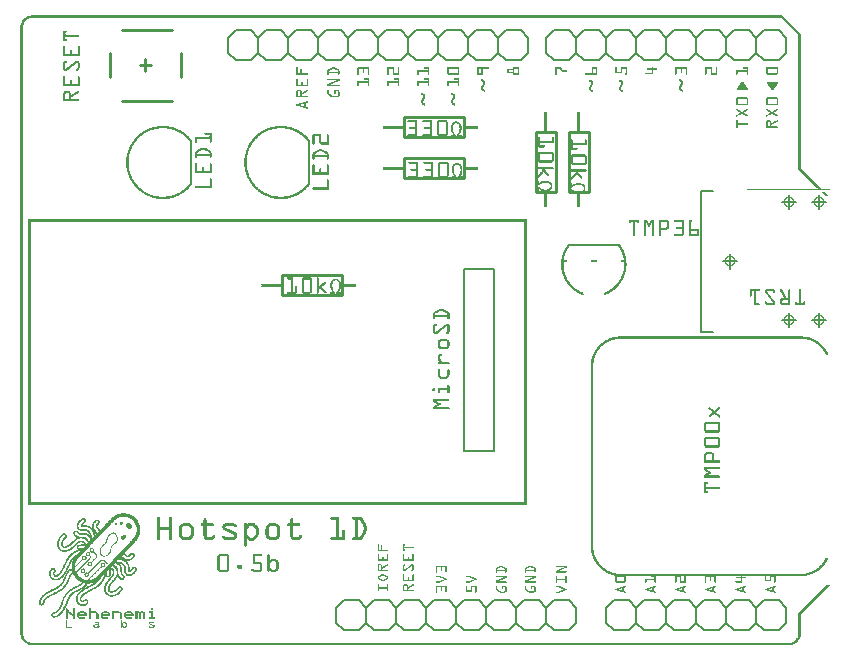
<source format=gto>
G04 MADE WITH FRITZING*
G04 WWW.FRITZING.ORG*
G04 DOUBLE SIDED*
G04 HOLES PLATED*
G04 CONTOUR ON CENTER OF CONTOUR VECTOR*
%ASAXBY*%
%FSLAX23Y23*%
%MOIN*%
%OFA0B0*%
%SFA1.0B1.0*%
%ADD10C,0.038375X0.0283754*%
%ADD11R,0.106778X0.611111X0.092889X0.597223*%
%ADD12C,0.006944*%
%ADD13C,0.010000*%
%ADD14C,0.006000*%
%ADD15C,0.008000*%
%ADD16C,0.005000*%
%ADD17R,0.001000X0.001000*%
%LNSILK1*%
G90*
G70*
G54D10*
X2573Y1086D03*
X2672Y1086D03*
X2672Y1480D03*
X2573Y1480D03*
X2377Y1283D03*
G54D12*
X1490Y1256D02*
X1589Y1256D01*
X1589Y652D01*
X1490Y652D01*
X1490Y1256D01*
D02*
G54D13*
X883Y1236D02*
X1083Y1236D01*
D02*
X1083Y1236D02*
X1083Y1170D01*
D02*
X1083Y1170D02*
X883Y1170D01*
D02*
X883Y1170D02*
X883Y1236D01*
D02*
X1796Y1714D02*
X1796Y1514D01*
D02*
X1796Y1514D02*
X1730Y1514D01*
D02*
X1730Y1514D02*
X1730Y1714D01*
D02*
X1730Y1714D02*
X1796Y1714D01*
D02*
X1906Y1714D02*
X1906Y1514D01*
D02*
X1906Y1514D02*
X1840Y1514D01*
D02*
X1840Y1514D02*
X1840Y1714D01*
D02*
X1840Y1714D02*
X1906Y1714D01*
D02*
X545Y1977D02*
X545Y1898D01*
D02*
X348Y2055D02*
X516Y2055D01*
D02*
X348Y1819D02*
X516Y1819D01*
D02*
X309Y1977D02*
X309Y1898D01*
D02*
X427Y1957D02*
X427Y1918D01*
D02*
X447Y1937D02*
X408Y1937D01*
D02*
X1288Y1626D02*
X1488Y1626D01*
D02*
X1488Y1626D02*
X1488Y1560D01*
D02*
X1488Y1560D02*
X1288Y1560D01*
D02*
X1288Y1560D02*
X1288Y1626D01*
D02*
X1288Y1764D02*
X1488Y1764D01*
D02*
X1488Y1764D02*
X1488Y1698D01*
D02*
X1488Y1698D02*
X1288Y1698D01*
D02*
X1288Y1698D02*
X1288Y1764D01*
G54D14*
D02*
X2288Y153D02*
X2338Y153D01*
D02*
X2338Y153D02*
X2363Y128D01*
D02*
X2363Y128D02*
X2363Y78D01*
D02*
X2363Y78D02*
X2338Y53D01*
D02*
X2363Y128D02*
X2388Y153D01*
D02*
X2388Y153D02*
X2438Y153D01*
D02*
X2438Y153D02*
X2463Y128D01*
D02*
X2463Y128D02*
X2463Y78D01*
D02*
X2463Y78D02*
X2438Y53D01*
D02*
X2438Y53D02*
X2388Y53D01*
D02*
X2388Y53D02*
X2363Y78D01*
D02*
X2163Y128D02*
X2188Y153D01*
D02*
X2188Y153D02*
X2238Y153D01*
D02*
X2238Y153D02*
X2263Y128D01*
D02*
X2263Y128D02*
X2263Y78D01*
D02*
X2263Y78D02*
X2238Y53D01*
D02*
X2238Y53D02*
X2188Y53D01*
D02*
X2188Y53D02*
X2163Y78D01*
D02*
X2288Y153D02*
X2263Y128D01*
D02*
X2263Y78D02*
X2288Y53D01*
D02*
X2338Y53D02*
X2288Y53D01*
D02*
X1988Y153D02*
X2038Y153D01*
D02*
X2038Y153D02*
X2063Y128D01*
D02*
X2063Y128D02*
X2063Y78D01*
D02*
X2063Y78D02*
X2038Y53D01*
D02*
X2063Y128D02*
X2088Y153D01*
D02*
X2088Y153D02*
X2138Y153D01*
D02*
X2138Y153D02*
X2163Y128D01*
D02*
X2163Y128D02*
X2163Y78D01*
D02*
X2163Y78D02*
X2138Y53D01*
D02*
X2138Y53D02*
X2088Y53D01*
D02*
X2088Y53D02*
X2063Y78D01*
D02*
X1963Y128D02*
X1963Y78D01*
D02*
X1988Y153D02*
X1963Y128D01*
D02*
X1963Y78D02*
X1988Y53D01*
D02*
X2038Y53D02*
X1988Y53D01*
D02*
X2488Y153D02*
X2538Y153D01*
D02*
X2538Y153D02*
X2563Y128D01*
D02*
X2563Y128D02*
X2563Y78D01*
D02*
X2563Y78D02*
X2538Y53D01*
D02*
X2488Y153D02*
X2463Y128D01*
D02*
X2463Y78D02*
X2488Y53D01*
D02*
X2538Y53D02*
X2488Y53D01*
D02*
X878Y1953D02*
X828Y1953D01*
D02*
X1078Y1953D02*
X1028Y1953D01*
D02*
X978Y1953D02*
X928Y1953D01*
D02*
X1178Y1953D02*
X1128Y1953D01*
D02*
X1378Y1953D02*
X1328Y1953D01*
D02*
X1278Y1953D02*
X1228Y1953D01*
D02*
X1478Y1953D02*
X1428Y1953D01*
D02*
X1678Y1953D02*
X1628Y1953D01*
D02*
X1578Y1953D02*
X1528Y1953D01*
D02*
X778Y1953D02*
X728Y1953D01*
D02*
X903Y1978D02*
X878Y1953D01*
D02*
X828Y1953D02*
X803Y1978D01*
D02*
X803Y1978D02*
X803Y2028D01*
D02*
X803Y2028D02*
X828Y2053D01*
D02*
X828Y2053D02*
X878Y2053D01*
D02*
X878Y2053D02*
X903Y2028D01*
D02*
X1028Y1953D02*
X1003Y1978D01*
D02*
X1003Y1978D02*
X1003Y2028D01*
D02*
X1003Y2028D02*
X1028Y2053D01*
D02*
X1003Y1978D02*
X978Y1953D01*
D02*
X928Y1953D02*
X903Y1978D01*
D02*
X903Y1978D02*
X903Y2028D01*
D02*
X903Y2028D02*
X928Y2053D01*
D02*
X928Y2053D02*
X978Y2053D01*
D02*
X978Y2053D02*
X1003Y2028D01*
D02*
X1203Y1978D02*
X1178Y1953D01*
D02*
X1128Y1953D02*
X1103Y1978D01*
D02*
X1103Y1978D02*
X1103Y2028D01*
D02*
X1103Y2028D02*
X1128Y2053D01*
D02*
X1128Y2053D02*
X1178Y2053D01*
D02*
X1178Y2053D02*
X1203Y2028D01*
D02*
X1078Y1953D02*
X1103Y1978D01*
D02*
X1103Y2028D02*
X1078Y2053D01*
D02*
X1028Y2053D02*
X1078Y2053D01*
D02*
X1328Y1953D02*
X1303Y1978D01*
D02*
X1303Y1978D02*
X1303Y2028D01*
D02*
X1303Y2028D02*
X1328Y2053D01*
D02*
X1303Y1978D02*
X1278Y1953D01*
D02*
X1228Y1953D02*
X1203Y1978D01*
D02*
X1203Y1978D02*
X1203Y2028D01*
D02*
X1203Y2028D02*
X1228Y2053D01*
D02*
X1228Y2053D02*
X1278Y2053D01*
D02*
X1278Y2053D02*
X1303Y2028D01*
D02*
X1503Y1978D02*
X1478Y1953D01*
D02*
X1428Y1953D02*
X1403Y1978D01*
D02*
X1403Y1978D02*
X1403Y2028D01*
D02*
X1403Y2028D02*
X1428Y2053D01*
D02*
X1428Y2053D02*
X1478Y2053D01*
D02*
X1478Y2053D02*
X1503Y2028D01*
D02*
X1378Y1953D02*
X1403Y1978D01*
D02*
X1403Y2028D02*
X1378Y2053D01*
D02*
X1328Y2053D02*
X1378Y2053D01*
D02*
X1628Y1953D02*
X1603Y1978D01*
D02*
X1603Y1978D02*
X1603Y2028D01*
D02*
X1603Y2028D02*
X1628Y2053D01*
D02*
X1603Y1978D02*
X1578Y1953D01*
D02*
X1528Y1953D02*
X1503Y1978D01*
D02*
X1503Y1978D02*
X1503Y2028D01*
D02*
X1503Y2028D02*
X1528Y2053D01*
D02*
X1528Y2053D02*
X1578Y2053D01*
D02*
X1578Y2053D02*
X1603Y2028D01*
D02*
X1703Y1978D02*
X1703Y2028D01*
D02*
X1678Y1953D02*
X1703Y1978D01*
D02*
X1703Y2028D02*
X1678Y2053D01*
D02*
X1628Y2053D02*
X1678Y2053D01*
D02*
X728Y1953D02*
X703Y1978D01*
D02*
X703Y1978D02*
X703Y2028D01*
D02*
X703Y2028D02*
X728Y2053D01*
D02*
X778Y1953D02*
X803Y1978D01*
D02*
X803Y2028D02*
X778Y2053D01*
D02*
X728Y2053D02*
X778Y2053D01*
D02*
X1938Y1953D02*
X1888Y1953D01*
D02*
X1888Y1953D02*
X1863Y1978D01*
D02*
X1863Y1978D02*
X1863Y2028D01*
D02*
X1863Y2028D02*
X1888Y2053D01*
D02*
X2063Y1978D02*
X2038Y1953D01*
D02*
X2038Y1953D02*
X1988Y1953D01*
D02*
X1988Y1953D02*
X1963Y1978D01*
D02*
X1963Y1978D02*
X1963Y2028D01*
D02*
X1963Y2028D02*
X1988Y2053D01*
D02*
X1988Y2053D02*
X2038Y2053D01*
D02*
X2038Y2053D02*
X2063Y2028D01*
D02*
X1938Y1953D02*
X1963Y1978D01*
D02*
X1963Y2028D02*
X1938Y2053D01*
D02*
X1888Y2053D02*
X1938Y2053D01*
D02*
X2238Y1953D02*
X2188Y1953D01*
D02*
X2188Y1953D02*
X2163Y1978D01*
D02*
X2163Y1978D02*
X2163Y2028D01*
D02*
X2163Y2028D02*
X2188Y2053D01*
D02*
X2163Y1978D02*
X2138Y1953D01*
D02*
X2138Y1953D02*
X2088Y1953D01*
D02*
X2088Y1953D02*
X2063Y1978D01*
D02*
X2063Y1978D02*
X2063Y2028D01*
D02*
X2063Y2028D02*
X2088Y2053D01*
D02*
X2088Y2053D02*
X2138Y2053D01*
D02*
X2138Y2053D02*
X2163Y2028D01*
D02*
X2363Y1978D02*
X2338Y1953D01*
D02*
X2338Y1953D02*
X2288Y1953D01*
D02*
X2288Y1953D02*
X2263Y1978D01*
D02*
X2263Y1978D02*
X2263Y2028D01*
D02*
X2263Y2028D02*
X2288Y2053D01*
D02*
X2288Y2053D02*
X2338Y2053D01*
D02*
X2338Y2053D02*
X2363Y2028D01*
D02*
X2238Y1953D02*
X2263Y1978D01*
D02*
X2263Y2028D02*
X2238Y2053D01*
D02*
X2188Y2053D02*
X2238Y2053D01*
D02*
X2538Y1953D02*
X2488Y1953D01*
D02*
X2488Y1953D02*
X2463Y1978D01*
D02*
X2463Y1978D02*
X2463Y2028D01*
D02*
X2463Y2028D02*
X2488Y2053D01*
D02*
X2463Y1978D02*
X2438Y1953D01*
D02*
X2438Y1953D02*
X2388Y1953D01*
D02*
X2388Y1953D02*
X2363Y1978D01*
D02*
X2363Y1978D02*
X2363Y2028D01*
D02*
X2363Y2028D02*
X2388Y2053D01*
D02*
X2388Y2053D02*
X2438Y2053D01*
D02*
X2438Y2053D02*
X2463Y2028D01*
D02*
X2563Y1978D02*
X2563Y2028D01*
D02*
X2538Y1953D02*
X2563Y1978D01*
D02*
X2563Y2028D02*
X2538Y2053D01*
D02*
X2488Y2053D02*
X2538Y2053D01*
D02*
X1838Y1953D02*
X1788Y1953D01*
D02*
X1788Y1953D02*
X1763Y1978D01*
D02*
X1763Y1978D02*
X1763Y2028D01*
D02*
X1763Y2028D02*
X1788Y2053D01*
D02*
X1838Y1953D02*
X1863Y1978D01*
D02*
X1863Y2028D02*
X1838Y2053D01*
D02*
X1788Y2053D02*
X1838Y2053D01*
D02*
X1688Y153D02*
X1738Y153D01*
D02*
X1738Y153D02*
X1763Y128D01*
D02*
X1763Y128D02*
X1763Y78D01*
D02*
X1763Y78D02*
X1738Y53D01*
D02*
X1563Y128D02*
X1588Y153D01*
D02*
X1588Y153D02*
X1638Y153D01*
D02*
X1638Y153D02*
X1663Y128D01*
D02*
X1663Y128D02*
X1663Y78D01*
D02*
X1663Y78D02*
X1638Y53D01*
D02*
X1638Y53D02*
X1588Y53D01*
D02*
X1588Y53D02*
X1563Y78D01*
D02*
X1688Y153D02*
X1663Y128D01*
D02*
X1663Y78D02*
X1688Y53D01*
D02*
X1738Y53D02*
X1688Y53D01*
D02*
X1388Y153D02*
X1438Y153D01*
D02*
X1438Y153D02*
X1463Y128D01*
D02*
X1463Y128D02*
X1463Y78D01*
D02*
X1463Y78D02*
X1438Y53D01*
D02*
X1463Y128D02*
X1488Y153D01*
D02*
X1488Y153D02*
X1538Y153D01*
D02*
X1538Y153D02*
X1563Y128D01*
D02*
X1563Y128D02*
X1563Y78D01*
D02*
X1563Y78D02*
X1538Y53D01*
D02*
X1538Y53D02*
X1488Y53D01*
D02*
X1488Y53D02*
X1463Y78D01*
D02*
X1263Y128D02*
X1288Y153D01*
D02*
X1288Y153D02*
X1338Y153D01*
D02*
X1338Y153D02*
X1363Y128D01*
D02*
X1363Y128D02*
X1363Y78D01*
D02*
X1363Y78D02*
X1338Y53D01*
D02*
X1338Y53D02*
X1288Y53D01*
D02*
X1288Y53D02*
X1263Y78D01*
D02*
X1388Y153D02*
X1363Y128D01*
D02*
X1363Y78D02*
X1388Y53D01*
D02*
X1438Y53D02*
X1388Y53D01*
D02*
X1088Y153D02*
X1138Y153D01*
D02*
X1138Y153D02*
X1163Y128D01*
D02*
X1163Y128D02*
X1163Y78D01*
D02*
X1163Y78D02*
X1138Y53D01*
D02*
X1163Y128D02*
X1188Y153D01*
D02*
X1188Y153D02*
X1238Y153D01*
D02*
X1238Y153D02*
X1263Y128D01*
D02*
X1263Y128D02*
X1263Y78D01*
D02*
X1263Y78D02*
X1238Y53D01*
D02*
X1238Y53D02*
X1188Y53D01*
D02*
X1188Y53D02*
X1163Y78D01*
D02*
X1063Y128D02*
X1063Y78D01*
D02*
X1088Y153D02*
X1063Y128D01*
D02*
X1063Y78D02*
X1088Y53D01*
D02*
X1138Y53D02*
X1088Y53D01*
D02*
X1788Y153D02*
X1838Y153D01*
D02*
X1838Y153D02*
X1863Y128D01*
D02*
X1863Y128D02*
X1863Y78D01*
D02*
X1863Y78D02*
X1838Y53D01*
D02*
X1788Y153D02*
X1763Y128D01*
D02*
X1763Y78D02*
X1788Y53D01*
D02*
X1838Y53D02*
X1788Y53D01*
G54D15*
D02*
X2278Y1047D02*
X2278Y1519D01*
D02*
X2278Y1047D02*
X2318Y1047D01*
D02*
X2278Y1519D02*
X2318Y1519D01*
G54D16*
D02*
X2597Y1086D02*
X2550Y1086D01*
D02*
X2573Y1110D02*
X2573Y1063D01*
D02*
X2695Y1086D02*
X2648Y1086D01*
D02*
X2672Y1110D02*
X2672Y1063D01*
D02*
X2695Y1480D02*
X2648Y1480D01*
D02*
X2672Y1503D02*
X2672Y1456D01*
D02*
X2597Y1480D02*
X2550Y1480D01*
D02*
X2573Y1503D02*
X2573Y1456D01*
D02*
X2400Y1283D02*
X2353Y1283D01*
D02*
X2377Y1307D02*
X2377Y1259D01*
G54D15*
D02*
X2006Y1338D02*
X1841Y1338D01*
G54D17*
X47Y2103D02*
X2550Y2103D01*
X42Y2102D02*
X2551Y2102D01*
X39Y2101D02*
X2552Y2101D01*
X36Y2100D02*
X2553Y2100D01*
X34Y2099D02*
X2554Y2099D01*
X32Y2098D02*
X2555Y2098D01*
X30Y2097D02*
X2556Y2097D01*
X29Y2096D02*
X2557Y2096D01*
X27Y2095D02*
X46Y2095D01*
X2547Y2095D02*
X2558Y2095D01*
X25Y2094D02*
X42Y2094D01*
X2548Y2094D02*
X2559Y2094D01*
X24Y2093D02*
X39Y2093D01*
X2549Y2093D02*
X2560Y2093D01*
X23Y2092D02*
X37Y2092D01*
X2550Y2092D02*
X2561Y2092D01*
X22Y2091D02*
X35Y2091D01*
X2551Y2091D02*
X2562Y2091D01*
X21Y2090D02*
X33Y2090D01*
X2552Y2090D02*
X2563Y2090D01*
X20Y2089D02*
X32Y2089D01*
X2553Y2089D02*
X2564Y2089D01*
X19Y2088D02*
X19Y2088D01*
X21Y2088D02*
X31Y2088D01*
X2554Y2088D02*
X2565Y2088D01*
X18Y2087D02*
X18Y2087D01*
X20Y2087D02*
X30Y2087D01*
X2555Y2087D02*
X2566Y2087D01*
X18Y2086D02*
X28Y2086D01*
X2556Y2086D02*
X2567Y2086D01*
X17Y2085D02*
X17Y2085D01*
X19Y2085D02*
X28Y2085D01*
X2557Y2085D02*
X2568Y2085D01*
X16Y2084D02*
X16Y2084D01*
X18Y2084D02*
X27Y2084D01*
X2558Y2084D02*
X2569Y2084D01*
X16Y2083D02*
X26Y2083D01*
X2560Y2083D02*
X2570Y2083D01*
X15Y2082D02*
X15Y2082D01*
X17Y2082D02*
X25Y2082D01*
X2561Y2082D02*
X2571Y2082D01*
X14Y2081D02*
X24Y2081D01*
X2562Y2081D02*
X2572Y2081D01*
X14Y2080D02*
X14Y2080D01*
X16Y2080D02*
X24Y2080D01*
X2563Y2080D02*
X2573Y2080D01*
X14Y2079D02*
X14Y2079D01*
X16Y2079D02*
X23Y2079D01*
X2564Y2079D02*
X2574Y2079D01*
X13Y2078D02*
X13Y2078D01*
X15Y2078D02*
X23Y2078D01*
X2565Y2078D02*
X2575Y2078D01*
X13Y2077D02*
X13Y2077D01*
X15Y2077D02*
X22Y2077D01*
X2566Y2077D02*
X2576Y2077D01*
X12Y2076D02*
X12Y2076D01*
X14Y2076D02*
X22Y2076D01*
X2567Y2076D02*
X2577Y2076D01*
X12Y2075D02*
X12Y2075D01*
X14Y2075D02*
X21Y2075D01*
X2568Y2075D02*
X2578Y2075D01*
X12Y2074D02*
X12Y2074D01*
X14Y2074D02*
X21Y2074D01*
X2569Y2074D02*
X2579Y2074D01*
X12Y2073D02*
X12Y2073D01*
X14Y2073D02*
X21Y2073D01*
X2570Y2073D02*
X2580Y2073D01*
X11Y2072D02*
X11Y2072D01*
X13Y2072D02*
X20Y2072D01*
X2571Y2072D02*
X2581Y2072D01*
X11Y2071D02*
X11Y2071D01*
X13Y2071D02*
X20Y2071D01*
X2572Y2071D02*
X2582Y2071D01*
X11Y2070D02*
X11Y2070D01*
X13Y2070D02*
X20Y2070D01*
X2573Y2070D02*
X2583Y2070D01*
X11Y2069D02*
X11Y2069D01*
X13Y2069D02*
X20Y2069D01*
X2574Y2069D02*
X2584Y2069D01*
X11Y2068D02*
X11Y2068D01*
X13Y2068D02*
X20Y2068D01*
X2575Y2068D02*
X2585Y2068D01*
X11Y2067D02*
X11Y2067D01*
X13Y2067D02*
X20Y2067D01*
X2576Y2067D02*
X2586Y2067D01*
X11Y2066D02*
X11Y2066D01*
X13Y2066D02*
X20Y2066D01*
X2577Y2066D02*
X2587Y2066D01*
X11Y2065D02*
X11Y2065D01*
X13Y2065D02*
X20Y2065D01*
X2578Y2065D02*
X2588Y2065D01*
X11Y2064D02*
X11Y2064D01*
X13Y2064D02*
X19Y2064D01*
X2579Y2064D02*
X2589Y2064D01*
X11Y2063D02*
X11Y2063D01*
X13Y2063D02*
X20Y2063D01*
X2580Y2063D02*
X2590Y2063D01*
X11Y2062D02*
X11Y2062D01*
X13Y2062D02*
X20Y2062D01*
X2581Y2062D02*
X2591Y2062D01*
X11Y2061D02*
X11Y2061D01*
X13Y2061D02*
X20Y2061D01*
X2582Y2061D02*
X2592Y2061D01*
X11Y2060D02*
X11Y2060D01*
X13Y2060D02*
X20Y2060D01*
X2583Y2060D02*
X2593Y2060D01*
X11Y2059D02*
X11Y2059D01*
X13Y2059D02*
X20Y2059D01*
X2584Y2059D02*
X2594Y2059D01*
X11Y2058D02*
X11Y2058D01*
X13Y2058D02*
X20Y2058D01*
X2585Y2058D02*
X2595Y2058D01*
X11Y2057D02*
X11Y2057D01*
X13Y2057D02*
X20Y2057D01*
X2586Y2057D02*
X2596Y2057D01*
X11Y2056D02*
X11Y2056D01*
X13Y2056D02*
X20Y2056D01*
X2587Y2056D02*
X2597Y2056D01*
X11Y2055D02*
X11Y2055D01*
X13Y2055D02*
X20Y2055D01*
X2588Y2055D02*
X2598Y2055D01*
X11Y2054D02*
X11Y2054D01*
X13Y2054D02*
X20Y2054D01*
X2589Y2054D02*
X2599Y2054D01*
X11Y2053D02*
X11Y2053D01*
X13Y2053D02*
X20Y2053D01*
X2590Y2053D02*
X2600Y2053D01*
X11Y2052D02*
X11Y2052D01*
X13Y2052D02*
X20Y2052D01*
X154Y2052D02*
X165Y2052D01*
X2591Y2052D02*
X2601Y2052D01*
X11Y2051D02*
X11Y2051D01*
X13Y2051D02*
X20Y2051D01*
X154Y2051D02*
X166Y2051D01*
X2592Y2051D02*
X2602Y2051D01*
X11Y2050D02*
X11Y2050D01*
X13Y2050D02*
X20Y2050D01*
X154Y2050D02*
X166Y2050D01*
X2593Y2050D02*
X2603Y2050D01*
X11Y2049D02*
X11Y2049D01*
X13Y2049D02*
X20Y2049D01*
X154Y2049D02*
X166Y2049D01*
X2594Y2049D02*
X2604Y2049D01*
X11Y2048D02*
X11Y2048D01*
X13Y2048D02*
X20Y2048D01*
X154Y2048D02*
X166Y2048D01*
X2595Y2048D02*
X2605Y2048D01*
X11Y2047D02*
X11Y2047D01*
X13Y2047D02*
X20Y2047D01*
X154Y2047D02*
X165Y2047D01*
X2596Y2047D02*
X2606Y2047D01*
X11Y2046D02*
X11Y2046D01*
X13Y2046D02*
X20Y2046D01*
X154Y2046D02*
X164Y2046D01*
X2597Y2046D02*
X2607Y2046D01*
X11Y2045D02*
X11Y2045D01*
X13Y2045D02*
X20Y2045D01*
X154Y2045D02*
X160Y2045D01*
X2598Y2045D02*
X2608Y2045D01*
X11Y2044D02*
X11Y2044D01*
X13Y2044D02*
X20Y2044D01*
X154Y2044D02*
X160Y2044D01*
X2599Y2044D02*
X2609Y2044D01*
X11Y2043D02*
X11Y2043D01*
X13Y2043D02*
X20Y2043D01*
X154Y2043D02*
X160Y2043D01*
X2600Y2043D02*
X2610Y2043D01*
X11Y2042D02*
X11Y2042D01*
X13Y2042D02*
X20Y2042D01*
X154Y2042D02*
X160Y2042D01*
X2601Y2042D02*
X2611Y2042D01*
X11Y2041D02*
X11Y2041D01*
X13Y2041D02*
X20Y2041D01*
X154Y2041D02*
X160Y2041D01*
X2602Y2041D02*
X2612Y2041D01*
X11Y2040D02*
X11Y2040D01*
X13Y2040D02*
X20Y2040D01*
X154Y2040D02*
X160Y2040D01*
X2603Y2040D02*
X2612Y2040D01*
X11Y2039D02*
X11Y2039D01*
X13Y2039D02*
X20Y2039D01*
X154Y2039D02*
X161Y2039D01*
X2603Y2039D02*
X2612Y2039D01*
X11Y2038D02*
X11Y2038D01*
X13Y2038D02*
X20Y2038D01*
X154Y2038D02*
X206Y2038D01*
X2603Y2038D02*
X2612Y2038D01*
X11Y2037D02*
X11Y2037D01*
X13Y2037D02*
X20Y2037D01*
X154Y2037D02*
X207Y2037D01*
X2603Y2037D02*
X2603Y2037D01*
X2605Y2037D02*
X2612Y2037D01*
X11Y2036D02*
X11Y2036D01*
X13Y2036D02*
X20Y2036D01*
X154Y2036D02*
X207Y2036D01*
X2603Y2036D02*
X2603Y2036D01*
X2605Y2036D02*
X2612Y2036D01*
X11Y2035D02*
X11Y2035D01*
X13Y2035D02*
X20Y2035D01*
X154Y2035D02*
X207Y2035D01*
X2603Y2035D02*
X2603Y2035D01*
X2605Y2035D02*
X2612Y2035D01*
X11Y2034D02*
X11Y2034D01*
X13Y2034D02*
X20Y2034D01*
X154Y2034D02*
X207Y2034D01*
X2603Y2034D02*
X2603Y2034D01*
X2605Y2034D02*
X2612Y2034D01*
X11Y2033D02*
X11Y2033D01*
X13Y2033D02*
X20Y2033D01*
X154Y2033D02*
X206Y2033D01*
X2603Y2033D02*
X2603Y2033D01*
X2605Y2033D02*
X2612Y2033D01*
X11Y2032D02*
X11Y2032D01*
X13Y2032D02*
X20Y2032D01*
X154Y2032D02*
X205Y2032D01*
X2603Y2032D02*
X2603Y2032D01*
X2605Y2032D02*
X2612Y2032D01*
X11Y2031D02*
X11Y2031D01*
X13Y2031D02*
X20Y2031D01*
X154Y2031D02*
X160Y2031D01*
X2603Y2031D02*
X2603Y2031D01*
X2605Y2031D02*
X2612Y2031D01*
X11Y2030D02*
X11Y2030D01*
X13Y2030D02*
X20Y2030D01*
X154Y2030D02*
X160Y2030D01*
X2603Y2030D02*
X2603Y2030D01*
X2605Y2030D02*
X2612Y2030D01*
X11Y2029D02*
X11Y2029D01*
X13Y2029D02*
X20Y2029D01*
X154Y2029D02*
X160Y2029D01*
X2603Y2029D02*
X2603Y2029D01*
X2605Y2029D02*
X2612Y2029D01*
X11Y2028D02*
X11Y2028D01*
X13Y2028D02*
X20Y2028D01*
X154Y2028D02*
X160Y2028D01*
X2603Y2028D02*
X2603Y2028D01*
X2605Y2028D02*
X2612Y2028D01*
X11Y2027D02*
X11Y2027D01*
X13Y2027D02*
X20Y2027D01*
X154Y2027D02*
X160Y2027D01*
X2603Y2027D02*
X2603Y2027D01*
X2605Y2027D02*
X2612Y2027D01*
X11Y2026D02*
X11Y2026D01*
X13Y2026D02*
X20Y2026D01*
X154Y2026D02*
X160Y2026D01*
X2603Y2026D02*
X2603Y2026D01*
X2605Y2026D02*
X2612Y2026D01*
X11Y2025D02*
X11Y2025D01*
X13Y2025D02*
X20Y2025D01*
X154Y2025D02*
X164Y2025D01*
X2603Y2025D02*
X2603Y2025D01*
X2605Y2025D02*
X2612Y2025D01*
X11Y2024D02*
X11Y2024D01*
X13Y2024D02*
X20Y2024D01*
X154Y2024D02*
X165Y2024D01*
X2603Y2024D02*
X2603Y2024D01*
X2605Y2024D02*
X2612Y2024D01*
X11Y2023D02*
X11Y2023D01*
X13Y2023D02*
X20Y2023D01*
X154Y2023D02*
X166Y2023D01*
X2603Y2023D02*
X2603Y2023D01*
X2605Y2023D02*
X2612Y2023D01*
X11Y2022D02*
X11Y2022D01*
X13Y2022D02*
X20Y2022D01*
X154Y2022D02*
X166Y2022D01*
X2603Y2022D02*
X2603Y2022D01*
X2605Y2022D02*
X2612Y2022D01*
X11Y2021D02*
X11Y2021D01*
X13Y2021D02*
X20Y2021D01*
X154Y2021D02*
X166Y2021D01*
X2603Y2021D02*
X2603Y2021D01*
X2605Y2021D02*
X2612Y2021D01*
X11Y2020D02*
X11Y2020D01*
X13Y2020D02*
X20Y2020D01*
X154Y2020D02*
X166Y2020D01*
X2603Y2020D02*
X2603Y2020D01*
X2605Y2020D02*
X2612Y2020D01*
X11Y2019D02*
X11Y2019D01*
X13Y2019D02*
X20Y2019D01*
X154Y2019D02*
X165Y2019D01*
X2603Y2019D02*
X2603Y2019D01*
X2605Y2019D02*
X2612Y2019D01*
X11Y2018D02*
X11Y2018D01*
X13Y2018D02*
X20Y2018D01*
X2603Y2018D02*
X2603Y2018D01*
X2605Y2018D02*
X2612Y2018D01*
X11Y2017D02*
X11Y2017D01*
X13Y2017D02*
X20Y2017D01*
X2603Y2017D02*
X2603Y2017D01*
X2605Y2017D02*
X2612Y2017D01*
X11Y2016D02*
X11Y2016D01*
X13Y2016D02*
X20Y2016D01*
X2603Y2016D02*
X2603Y2016D01*
X2605Y2016D02*
X2612Y2016D01*
X11Y2015D02*
X11Y2015D01*
X13Y2015D02*
X20Y2015D01*
X2603Y2015D02*
X2603Y2015D01*
X2605Y2015D02*
X2612Y2015D01*
X11Y2014D02*
X11Y2014D01*
X13Y2014D02*
X20Y2014D01*
X2603Y2014D02*
X2603Y2014D01*
X2605Y2014D02*
X2612Y2014D01*
X11Y2013D02*
X11Y2013D01*
X13Y2013D02*
X20Y2013D01*
X2603Y2013D02*
X2603Y2013D01*
X2605Y2013D02*
X2612Y2013D01*
X11Y2012D02*
X11Y2012D01*
X13Y2012D02*
X20Y2012D01*
X2603Y2012D02*
X2603Y2012D01*
X2605Y2012D02*
X2612Y2012D01*
X11Y2011D02*
X11Y2011D01*
X13Y2011D02*
X20Y2011D01*
X2603Y2011D02*
X2603Y2011D01*
X2605Y2011D02*
X2612Y2011D01*
X11Y2010D02*
X11Y2010D01*
X13Y2010D02*
X20Y2010D01*
X2603Y2010D02*
X2603Y2010D01*
X2605Y2010D02*
X2612Y2010D01*
X11Y2009D02*
X11Y2009D01*
X13Y2009D02*
X20Y2009D01*
X2603Y2009D02*
X2603Y2009D01*
X2605Y2009D02*
X2612Y2009D01*
X11Y2008D02*
X11Y2008D01*
X13Y2008D02*
X20Y2008D01*
X2603Y2008D02*
X2603Y2008D01*
X2605Y2008D02*
X2612Y2008D01*
X11Y2007D02*
X11Y2007D01*
X13Y2007D02*
X20Y2007D01*
X2603Y2007D02*
X2603Y2007D01*
X2605Y2007D02*
X2612Y2007D01*
X11Y2006D02*
X11Y2006D01*
X13Y2006D02*
X20Y2006D01*
X2603Y2006D02*
X2603Y2006D01*
X2605Y2006D02*
X2612Y2006D01*
X11Y2005D02*
X11Y2005D01*
X13Y2005D02*
X20Y2005D01*
X2603Y2005D02*
X2603Y2005D01*
X2605Y2005D02*
X2612Y2005D01*
X11Y2004D02*
X11Y2004D01*
X13Y2004D02*
X20Y2004D01*
X2603Y2004D02*
X2603Y2004D01*
X2605Y2004D02*
X2612Y2004D01*
X11Y2003D02*
X11Y2003D01*
X13Y2003D02*
X20Y2003D01*
X2603Y2003D02*
X2603Y2003D01*
X2605Y2003D02*
X2612Y2003D01*
X11Y2002D02*
X11Y2002D01*
X13Y2002D02*
X20Y2002D01*
X156Y2002D02*
X159Y2002D01*
X203Y2002D02*
X206Y2002D01*
X2603Y2002D02*
X2603Y2002D01*
X2605Y2002D02*
X2612Y2002D01*
X11Y2001D02*
X11Y2001D01*
X13Y2001D02*
X20Y2001D01*
X155Y2001D02*
X160Y2001D01*
X202Y2001D02*
X207Y2001D01*
X2603Y2001D02*
X2603Y2001D01*
X2605Y2001D02*
X2612Y2001D01*
X11Y2000D02*
X11Y2000D01*
X13Y2000D02*
X20Y2000D01*
X155Y2000D02*
X160Y2000D01*
X202Y2000D02*
X207Y2000D01*
X2603Y2000D02*
X2603Y2000D01*
X2605Y2000D02*
X2612Y2000D01*
X11Y1999D02*
X11Y1999D01*
X13Y1999D02*
X20Y1999D01*
X154Y1999D02*
X160Y1999D01*
X202Y1999D02*
X208Y1999D01*
X2603Y1999D02*
X2603Y1999D01*
X2605Y1999D02*
X2612Y1999D01*
X11Y1998D02*
X11Y1998D01*
X13Y1998D02*
X20Y1998D01*
X154Y1998D02*
X160Y1998D01*
X202Y1998D02*
X208Y1998D01*
X2603Y1998D02*
X2603Y1998D01*
X2605Y1998D02*
X2612Y1998D01*
X11Y1997D02*
X11Y1997D01*
X13Y1997D02*
X20Y1997D01*
X154Y1997D02*
X160Y1997D01*
X202Y1997D02*
X208Y1997D01*
X2603Y1997D02*
X2603Y1997D01*
X2605Y1997D02*
X2612Y1997D01*
X11Y1996D02*
X11Y1996D01*
X13Y1996D02*
X20Y1996D01*
X154Y1996D02*
X160Y1996D01*
X202Y1996D02*
X208Y1996D01*
X2603Y1996D02*
X2603Y1996D01*
X2605Y1996D02*
X2612Y1996D01*
X11Y1995D02*
X11Y1995D01*
X13Y1995D02*
X20Y1995D01*
X154Y1995D02*
X160Y1995D01*
X202Y1995D02*
X208Y1995D01*
X2603Y1995D02*
X2603Y1995D01*
X2605Y1995D02*
X2612Y1995D01*
X11Y1994D02*
X11Y1994D01*
X13Y1994D02*
X20Y1994D01*
X154Y1994D02*
X160Y1994D01*
X202Y1994D02*
X208Y1994D01*
X2603Y1994D02*
X2603Y1994D01*
X2605Y1994D02*
X2612Y1994D01*
X11Y1993D02*
X11Y1993D01*
X13Y1993D02*
X20Y1993D01*
X154Y1993D02*
X160Y1993D01*
X202Y1993D02*
X208Y1993D01*
X2603Y1993D02*
X2603Y1993D01*
X2605Y1993D02*
X2612Y1993D01*
X11Y1992D02*
X11Y1992D01*
X13Y1992D02*
X20Y1992D01*
X154Y1992D02*
X160Y1992D01*
X202Y1992D02*
X208Y1992D01*
X2603Y1992D02*
X2603Y1992D01*
X2605Y1992D02*
X2612Y1992D01*
X11Y1991D02*
X11Y1991D01*
X13Y1991D02*
X20Y1991D01*
X154Y1991D02*
X160Y1991D01*
X202Y1991D02*
X208Y1991D01*
X2603Y1991D02*
X2603Y1991D01*
X2605Y1991D02*
X2612Y1991D01*
X11Y1990D02*
X11Y1990D01*
X13Y1990D02*
X20Y1990D01*
X154Y1990D02*
X160Y1990D01*
X202Y1990D02*
X208Y1990D01*
X2603Y1990D02*
X2603Y1990D01*
X2605Y1990D02*
X2612Y1990D01*
X11Y1989D02*
X11Y1989D01*
X13Y1989D02*
X20Y1989D01*
X154Y1989D02*
X160Y1989D01*
X202Y1989D02*
X208Y1989D01*
X2603Y1989D02*
X2603Y1989D01*
X2605Y1989D02*
X2612Y1989D01*
X11Y1988D02*
X11Y1988D01*
X13Y1988D02*
X20Y1988D01*
X154Y1988D02*
X160Y1988D01*
X179Y1988D02*
X182Y1988D01*
X202Y1988D02*
X208Y1988D01*
X2603Y1988D02*
X2603Y1988D01*
X2605Y1988D02*
X2612Y1988D01*
X11Y1987D02*
X11Y1987D01*
X13Y1987D02*
X20Y1987D01*
X154Y1987D02*
X160Y1987D01*
X179Y1987D02*
X183Y1987D01*
X202Y1987D02*
X208Y1987D01*
X2603Y1987D02*
X2603Y1987D01*
X2605Y1987D02*
X2612Y1987D01*
X11Y1986D02*
X11Y1986D01*
X13Y1986D02*
X20Y1986D01*
X154Y1986D02*
X160Y1986D01*
X178Y1986D02*
X184Y1986D01*
X202Y1986D02*
X208Y1986D01*
X2603Y1986D02*
X2603Y1986D01*
X2605Y1986D02*
X2612Y1986D01*
X11Y1985D02*
X11Y1985D01*
X13Y1985D02*
X20Y1985D01*
X154Y1985D02*
X160Y1985D01*
X178Y1985D02*
X184Y1985D01*
X202Y1985D02*
X208Y1985D01*
X2603Y1985D02*
X2603Y1985D01*
X2605Y1985D02*
X2612Y1985D01*
X11Y1984D02*
X11Y1984D01*
X13Y1984D02*
X20Y1984D01*
X154Y1984D02*
X160Y1984D01*
X178Y1984D02*
X184Y1984D01*
X202Y1984D02*
X208Y1984D01*
X2603Y1984D02*
X2603Y1984D01*
X2605Y1984D02*
X2612Y1984D01*
X11Y1983D02*
X11Y1983D01*
X13Y1983D02*
X20Y1983D01*
X154Y1983D02*
X160Y1983D01*
X178Y1983D02*
X184Y1983D01*
X202Y1983D02*
X208Y1983D01*
X2603Y1983D02*
X2603Y1983D01*
X2605Y1983D02*
X2612Y1983D01*
X11Y1982D02*
X11Y1982D01*
X13Y1982D02*
X20Y1982D01*
X154Y1982D02*
X160Y1982D01*
X178Y1982D02*
X184Y1982D01*
X202Y1982D02*
X208Y1982D01*
X2603Y1982D02*
X2603Y1982D01*
X2605Y1982D02*
X2612Y1982D01*
X11Y1981D02*
X11Y1981D01*
X13Y1981D02*
X20Y1981D01*
X154Y1981D02*
X160Y1981D01*
X178Y1981D02*
X184Y1981D01*
X202Y1981D02*
X208Y1981D01*
X2603Y1981D02*
X2603Y1981D01*
X2605Y1981D02*
X2612Y1981D01*
X11Y1980D02*
X11Y1980D01*
X13Y1980D02*
X20Y1980D01*
X154Y1980D02*
X160Y1980D01*
X178Y1980D02*
X184Y1980D01*
X202Y1980D02*
X208Y1980D01*
X2603Y1980D02*
X2603Y1980D01*
X2605Y1980D02*
X2612Y1980D01*
X11Y1979D02*
X11Y1979D01*
X13Y1979D02*
X20Y1979D01*
X154Y1979D02*
X160Y1979D01*
X178Y1979D02*
X184Y1979D01*
X202Y1979D02*
X208Y1979D01*
X2603Y1979D02*
X2603Y1979D01*
X2605Y1979D02*
X2612Y1979D01*
X11Y1978D02*
X11Y1978D01*
X13Y1978D02*
X20Y1978D01*
X154Y1978D02*
X160Y1978D01*
X178Y1978D02*
X184Y1978D01*
X202Y1978D02*
X208Y1978D01*
X2603Y1978D02*
X2603Y1978D01*
X2605Y1978D02*
X2612Y1978D01*
X11Y1977D02*
X11Y1977D01*
X13Y1977D02*
X20Y1977D01*
X154Y1977D02*
X160Y1977D01*
X178Y1977D02*
X184Y1977D01*
X202Y1977D02*
X208Y1977D01*
X2603Y1977D02*
X2603Y1977D01*
X2605Y1977D02*
X2612Y1977D01*
X11Y1976D02*
X11Y1976D01*
X13Y1976D02*
X20Y1976D01*
X154Y1976D02*
X160Y1976D01*
X178Y1976D02*
X184Y1976D01*
X202Y1976D02*
X208Y1976D01*
X2603Y1976D02*
X2603Y1976D01*
X2605Y1976D02*
X2612Y1976D01*
X11Y1975D02*
X11Y1975D01*
X13Y1975D02*
X20Y1975D01*
X154Y1975D02*
X161Y1975D01*
X177Y1975D02*
X184Y1975D01*
X201Y1975D02*
X208Y1975D01*
X2603Y1975D02*
X2603Y1975D01*
X2605Y1975D02*
X2612Y1975D01*
X11Y1974D02*
X11Y1974D01*
X13Y1974D02*
X20Y1974D01*
X154Y1974D02*
X208Y1974D01*
X2603Y1974D02*
X2603Y1974D01*
X2605Y1974D02*
X2612Y1974D01*
X11Y1973D02*
X11Y1973D01*
X13Y1973D02*
X20Y1973D01*
X154Y1973D02*
X208Y1973D01*
X2603Y1973D02*
X2603Y1973D01*
X2605Y1973D02*
X2612Y1973D01*
X11Y1972D02*
X11Y1972D01*
X13Y1972D02*
X20Y1972D01*
X154Y1972D02*
X208Y1972D01*
X2603Y1972D02*
X2603Y1972D01*
X2605Y1972D02*
X2612Y1972D01*
X11Y1971D02*
X11Y1971D01*
X13Y1971D02*
X20Y1971D01*
X154Y1971D02*
X208Y1971D01*
X2603Y1971D02*
X2603Y1971D01*
X2605Y1971D02*
X2612Y1971D01*
X11Y1970D02*
X11Y1970D01*
X13Y1970D02*
X20Y1970D01*
X154Y1970D02*
X208Y1970D01*
X2603Y1970D02*
X2603Y1970D01*
X2605Y1970D02*
X2612Y1970D01*
X11Y1969D02*
X11Y1969D01*
X13Y1969D02*
X20Y1969D01*
X154Y1969D02*
X208Y1969D01*
X2603Y1969D02*
X2603Y1969D01*
X2605Y1969D02*
X2612Y1969D01*
X11Y1968D02*
X11Y1968D01*
X13Y1968D02*
X20Y1968D01*
X155Y1968D02*
X207Y1968D01*
X2603Y1968D02*
X2603Y1968D01*
X2605Y1968D02*
X2612Y1968D01*
X11Y1967D02*
X11Y1967D01*
X13Y1967D02*
X20Y1967D01*
X2603Y1967D02*
X2603Y1967D01*
X2605Y1967D02*
X2612Y1967D01*
X11Y1966D02*
X11Y1966D01*
X13Y1966D02*
X20Y1966D01*
X2603Y1966D02*
X2603Y1966D01*
X2605Y1966D02*
X2612Y1966D01*
X11Y1965D02*
X11Y1965D01*
X13Y1965D02*
X20Y1965D01*
X2603Y1965D02*
X2603Y1965D01*
X2605Y1965D02*
X2612Y1965D01*
X11Y1964D02*
X11Y1964D01*
X13Y1964D02*
X20Y1964D01*
X2603Y1964D02*
X2603Y1964D01*
X2605Y1964D02*
X2612Y1964D01*
X11Y1963D02*
X11Y1963D01*
X13Y1963D02*
X20Y1963D01*
X2603Y1963D02*
X2603Y1963D01*
X2605Y1963D02*
X2612Y1963D01*
X11Y1962D02*
X11Y1962D01*
X13Y1962D02*
X20Y1962D01*
X2603Y1962D02*
X2603Y1962D01*
X2605Y1962D02*
X2612Y1962D01*
X11Y1961D02*
X11Y1961D01*
X13Y1961D02*
X20Y1961D01*
X2603Y1961D02*
X2603Y1961D01*
X2605Y1961D02*
X2612Y1961D01*
X11Y1960D02*
X11Y1960D01*
X13Y1960D02*
X20Y1960D01*
X2603Y1960D02*
X2603Y1960D01*
X2605Y1960D02*
X2612Y1960D01*
X11Y1959D02*
X11Y1959D01*
X13Y1959D02*
X20Y1959D01*
X2603Y1959D02*
X2603Y1959D01*
X2605Y1959D02*
X2612Y1959D01*
X11Y1958D02*
X11Y1958D01*
X13Y1958D02*
X20Y1958D01*
X2603Y1958D02*
X2603Y1958D01*
X2605Y1958D02*
X2612Y1958D01*
X11Y1957D02*
X11Y1957D01*
X13Y1957D02*
X20Y1957D01*
X2603Y1957D02*
X2603Y1957D01*
X2605Y1957D02*
X2612Y1957D01*
X11Y1956D02*
X11Y1956D01*
X13Y1956D02*
X20Y1956D01*
X2603Y1956D02*
X2603Y1956D01*
X2605Y1956D02*
X2612Y1956D01*
X11Y1955D02*
X11Y1955D01*
X13Y1955D02*
X20Y1955D01*
X2603Y1955D02*
X2603Y1955D01*
X2605Y1955D02*
X2612Y1955D01*
X11Y1954D02*
X11Y1954D01*
X13Y1954D02*
X20Y1954D01*
X2603Y1954D02*
X2603Y1954D01*
X2605Y1954D02*
X2612Y1954D01*
X11Y1953D02*
X11Y1953D01*
X13Y1953D02*
X20Y1953D01*
X2603Y1953D02*
X2603Y1953D01*
X2605Y1953D02*
X2612Y1953D01*
X11Y1952D02*
X11Y1952D01*
X13Y1952D02*
X20Y1952D01*
X161Y1952D02*
X164Y1952D01*
X199Y1952D02*
X202Y1952D01*
X2603Y1952D02*
X2603Y1952D01*
X2605Y1952D02*
X2612Y1952D01*
X11Y1951D02*
X11Y1951D01*
X13Y1951D02*
X20Y1951D01*
X159Y1951D02*
X165Y1951D01*
X197Y1951D02*
X204Y1951D01*
X2603Y1951D02*
X2603Y1951D01*
X2605Y1951D02*
X2612Y1951D01*
X11Y1950D02*
X11Y1950D01*
X13Y1950D02*
X20Y1950D01*
X158Y1950D02*
X166Y1950D01*
X195Y1950D02*
X205Y1950D01*
X2603Y1950D02*
X2603Y1950D01*
X2605Y1950D02*
X2612Y1950D01*
X11Y1949D02*
X11Y1949D01*
X13Y1949D02*
X20Y1949D01*
X157Y1949D02*
X166Y1949D01*
X194Y1949D02*
X206Y1949D01*
X2603Y1949D02*
X2603Y1949D01*
X2605Y1949D02*
X2612Y1949D01*
X11Y1948D02*
X11Y1948D01*
X13Y1948D02*
X20Y1948D01*
X156Y1948D02*
X166Y1948D01*
X192Y1948D02*
X207Y1948D01*
X2603Y1948D02*
X2603Y1948D01*
X2605Y1948D02*
X2612Y1948D01*
X11Y1947D02*
X11Y1947D01*
X13Y1947D02*
X20Y1947D01*
X155Y1947D02*
X166Y1947D01*
X191Y1947D02*
X207Y1947D01*
X2603Y1947D02*
X2603Y1947D01*
X2605Y1947D02*
X2612Y1947D01*
X11Y1946D02*
X11Y1946D01*
X13Y1946D02*
X20Y1946D01*
X155Y1946D02*
X165Y1946D01*
X190Y1946D02*
X207Y1946D01*
X2603Y1946D02*
X2603Y1946D01*
X2605Y1946D02*
X2612Y1946D01*
X11Y1945D02*
X11Y1945D01*
X13Y1945D02*
X20Y1945D01*
X155Y1945D02*
X162Y1945D01*
X189Y1945D02*
X199Y1945D01*
X201Y1945D02*
X208Y1945D01*
X2603Y1945D02*
X2603Y1945D01*
X2605Y1945D02*
X2612Y1945D01*
X11Y1944D02*
X11Y1944D01*
X13Y1944D02*
X20Y1944D01*
X155Y1944D02*
X161Y1944D01*
X187Y1944D02*
X198Y1944D01*
X202Y1944D02*
X208Y1944D01*
X2603Y1944D02*
X2603Y1944D01*
X2605Y1944D02*
X2612Y1944D01*
X11Y1943D02*
X11Y1943D01*
X13Y1943D02*
X20Y1943D01*
X154Y1943D02*
X160Y1943D01*
X186Y1943D02*
X197Y1943D01*
X202Y1943D02*
X208Y1943D01*
X2603Y1943D02*
X2603Y1943D01*
X2605Y1943D02*
X2612Y1943D01*
X11Y1942D02*
X11Y1942D01*
X13Y1942D02*
X20Y1942D01*
X154Y1942D02*
X160Y1942D01*
X185Y1942D02*
X195Y1942D01*
X202Y1942D02*
X208Y1942D01*
X2603Y1942D02*
X2603Y1942D01*
X2605Y1942D02*
X2612Y1942D01*
X11Y1941D02*
X11Y1941D01*
X13Y1941D02*
X20Y1941D01*
X154Y1941D02*
X160Y1941D01*
X183Y1941D02*
X194Y1941D01*
X202Y1941D02*
X208Y1941D01*
X2603Y1941D02*
X2603Y1941D01*
X2605Y1941D02*
X2612Y1941D01*
X11Y1940D02*
X11Y1940D01*
X13Y1940D02*
X20Y1940D01*
X154Y1940D02*
X160Y1940D01*
X182Y1940D02*
X193Y1940D01*
X202Y1940D02*
X208Y1940D01*
X2603Y1940D02*
X2603Y1940D01*
X2605Y1940D02*
X2612Y1940D01*
X11Y1939D02*
X11Y1939D01*
X13Y1939D02*
X20Y1939D01*
X154Y1939D02*
X160Y1939D01*
X181Y1939D02*
X191Y1939D01*
X202Y1939D02*
X208Y1939D01*
X2603Y1939D02*
X2603Y1939D01*
X2605Y1939D02*
X2612Y1939D01*
X11Y1938D02*
X11Y1938D01*
X13Y1938D02*
X20Y1938D01*
X154Y1938D02*
X160Y1938D01*
X180Y1938D02*
X190Y1938D01*
X202Y1938D02*
X208Y1938D01*
X2603Y1938D02*
X2603Y1938D01*
X2605Y1938D02*
X2612Y1938D01*
X11Y1937D02*
X11Y1937D01*
X13Y1937D02*
X20Y1937D01*
X154Y1937D02*
X160Y1937D01*
X178Y1937D02*
X189Y1937D01*
X202Y1937D02*
X208Y1937D01*
X2603Y1937D02*
X2603Y1937D01*
X2605Y1937D02*
X2612Y1937D01*
X11Y1936D02*
X11Y1936D01*
X13Y1936D02*
X20Y1936D01*
X154Y1936D02*
X160Y1936D01*
X177Y1936D02*
X188Y1936D01*
X202Y1936D02*
X208Y1936D01*
X2603Y1936D02*
X2603Y1936D01*
X2605Y1936D02*
X2612Y1936D01*
X11Y1935D02*
X11Y1935D01*
X13Y1935D02*
X20Y1935D01*
X154Y1935D02*
X160Y1935D01*
X176Y1935D02*
X186Y1935D01*
X202Y1935D02*
X208Y1935D01*
X2603Y1935D02*
X2603Y1935D01*
X2605Y1935D02*
X2612Y1935D01*
X11Y1934D02*
X11Y1934D01*
X13Y1934D02*
X20Y1934D01*
X154Y1934D02*
X160Y1934D01*
X174Y1934D02*
X185Y1934D01*
X202Y1934D02*
X208Y1934D01*
X2603Y1934D02*
X2603Y1934D01*
X2605Y1934D02*
X2612Y1934D01*
X11Y1933D02*
X11Y1933D01*
X13Y1933D02*
X20Y1933D01*
X154Y1933D02*
X160Y1933D01*
X173Y1933D02*
X184Y1933D01*
X202Y1933D02*
X208Y1933D01*
X2603Y1933D02*
X2603Y1933D01*
X2605Y1933D02*
X2612Y1933D01*
X11Y1932D02*
X11Y1932D01*
X13Y1932D02*
X20Y1932D01*
X154Y1932D02*
X160Y1932D01*
X172Y1932D02*
X182Y1932D01*
X202Y1932D02*
X208Y1932D01*
X2603Y1932D02*
X2603Y1932D01*
X2605Y1932D02*
X2612Y1932D01*
X11Y1931D02*
X11Y1931D01*
X13Y1931D02*
X20Y1931D01*
X154Y1931D02*
X160Y1931D01*
X171Y1931D02*
X181Y1931D01*
X202Y1931D02*
X208Y1931D01*
X1139Y1931D02*
X1150Y1931D01*
X1158Y1931D02*
X1170Y1931D01*
X1239Y1931D02*
X1252Y1931D01*
X1272Y1931D02*
X1272Y1931D01*
X1358Y1931D02*
X1372Y1931D01*
X1439Y1931D02*
X1469Y1931D01*
X1536Y1931D02*
X1572Y1931D01*
X1657Y1931D02*
X1669Y1931D01*
X1794Y1931D02*
X1809Y1931D01*
X1918Y1931D02*
X1932Y1931D01*
X1996Y1931D02*
X1996Y1931D01*
X2016Y1931D02*
X2029Y1931D01*
X2199Y1931D02*
X2209Y1931D01*
X2218Y1931D02*
X2229Y1931D01*
X2299Y1931D02*
X2311Y1931D01*
X2331Y1931D02*
X2331Y1931D01*
X2421Y1931D02*
X2434Y1931D01*
X2501Y1931D02*
X2531Y1931D01*
X2603Y1931D02*
X2603Y1931D01*
X2605Y1931D02*
X2612Y1931D01*
X11Y1930D02*
X11Y1930D01*
X13Y1930D02*
X20Y1930D01*
X154Y1930D02*
X160Y1930D01*
X169Y1930D02*
X180Y1930D01*
X202Y1930D02*
X208Y1930D01*
X932Y1930D02*
X934Y1930D01*
X1053Y1930D02*
X1057Y1930D01*
X1137Y1930D02*
X1152Y1930D01*
X1156Y1930D02*
X1172Y1930D01*
X1236Y1930D02*
X1254Y1930D01*
X1270Y1930D02*
X1273Y1930D01*
X1357Y1930D02*
X1373Y1930D01*
X1436Y1930D02*
X1472Y1930D01*
X1535Y1930D02*
X1573Y1930D01*
X1654Y1930D02*
X1672Y1930D01*
X1794Y1930D02*
X1811Y1930D01*
X1917Y1930D02*
X1933Y1930D01*
X1995Y1930D02*
X1998Y1930D01*
X2014Y1930D02*
X2031Y1930D01*
X2196Y1930D02*
X2212Y1930D01*
X2216Y1930D02*
X2231Y1930D01*
X2296Y1930D02*
X2314Y1930D01*
X2330Y1930D02*
X2333Y1930D01*
X2419Y1930D02*
X2435Y1930D01*
X2499Y1930D02*
X2534Y1930D01*
X2603Y1930D02*
X2603Y1930D01*
X2605Y1930D02*
X2612Y1930D01*
X11Y1929D02*
X11Y1929D01*
X13Y1929D02*
X20Y1929D01*
X154Y1929D02*
X160Y1929D01*
X168Y1929D02*
X179Y1929D01*
X202Y1929D02*
X208Y1929D01*
X931Y1929D02*
X935Y1929D01*
X1050Y1929D02*
X1060Y1929D01*
X1136Y1929D02*
X1173Y1929D01*
X1235Y1929D02*
X1255Y1929D01*
X1270Y1929D02*
X1274Y1929D01*
X1356Y1929D02*
X1374Y1929D01*
X1435Y1929D02*
X1473Y1929D01*
X1534Y1929D02*
X1574Y1929D01*
X1653Y1929D02*
X1673Y1929D01*
X1794Y1929D02*
X1812Y1929D01*
X1916Y1929D02*
X1934Y1929D01*
X1994Y1929D02*
X1998Y1929D01*
X2013Y1929D02*
X2032Y1929D01*
X2117Y1929D02*
X2120Y1929D01*
X2195Y1929D02*
X2232Y1929D01*
X2295Y1929D02*
X2315Y1929D01*
X2329Y1929D02*
X2333Y1929D01*
X2419Y1929D02*
X2436Y1929D01*
X2498Y1929D02*
X2535Y1929D01*
X2603Y1929D02*
X2603Y1929D01*
X2605Y1929D02*
X2612Y1929D01*
X11Y1928D02*
X11Y1928D01*
X13Y1928D02*
X20Y1928D01*
X154Y1928D02*
X160Y1928D01*
X167Y1928D02*
X177Y1928D01*
X202Y1928D02*
X208Y1928D01*
X931Y1928D02*
X935Y1928D01*
X1048Y1928D02*
X1062Y1928D01*
X1135Y1928D02*
X1173Y1928D01*
X1235Y1928D02*
X1256Y1928D01*
X1270Y1928D02*
X1274Y1928D01*
X1356Y1928D02*
X1374Y1928D01*
X1435Y1928D02*
X1473Y1928D01*
X1534Y1928D02*
X1574Y1928D01*
X1652Y1928D02*
X1673Y1928D01*
X1794Y1928D02*
X1813Y1928D01*
X1916Y1928D02*
X1934Y1928D01*
X1994Y1928D02*
X1998Y1928D01*
X2012Y1928D02*
X2033Y1928D01*
X2116Y1928D02*
X2120Y1928D01*
X2195Y1928D02*
X2233Y1928D01*
X2294Y1928D02*
X2315Y1928D01*
X2329Y1928D02*
X2334Y1928D01*
X2419Y1928D02*
X2436Y1928D01*
X2497Y1928D02*
X2535Y1928D01*
X2603Y1928D02*
X2603Y1928D01*
X2605Y1928D02*
X2612Y1928D01*
X11Y1927D02*
X11Y1927D01*
X13Y1927D02*
X20Y1927D01*
X154Y1927D02*
X160Y1927D01*
X165Y1927D02*
X176Y1927D01*
X202Y1927D02*
X208Y1927D01*
X931Y1927D02*
X935Y1927D01*
X1046Y1927D02*
X1064Y1927D01*
X1135Y1927D02*
X1174Y1927D01*
X1235Y1927D02*
X1256Y1927D01*
X1270Y1927D02*
X1274Y1927D01*
X1357Y1927D02*
X1374Y1927D01*
X1434Y1927D02*
X1474Y1927D01*
X1534Y1927D02*
X1574Y1927D01*
X1652Y1927D02*
X1674Y1927D01*
X1794Y1927D02*
X1814Y1927D01*
X1916Y1927D02*
X1934Y1927D01*
X1994Y1927D02*
X1998Y1927D01*
X2012Y1927D02*
X2033Y1927D01*
X2100Y1927D02*
X2132Y1927D01*
X2194Y1927D02*
X2233Y1927D01*
X2294Y1927D02*
X2316Y1927D01*
X2329Y1927D02*
X2334Y1927D01*
X2419Y1927D02*
X2436Y1927D01*
X2497Y1927D02*
X2536Y1927D01*
X2603Y1927D02*
X2603Y1927D01*
X2605Y1927D02*
X2612Y1927D01*
X11Y1926D02*
X11Y1926D01*
X13Y1926D02*
X20Y1926D01*
X154Y1926D02*
X160Y1926D01*
X164Y1926D02*
X175Y1926D01*
X201Y1926D02*
X207Y1926D01*
X931Y1926D02*
X935Y1926D01*
X1044Y1926D02*
X1066Y1926D01*
X1134Y1926D02*
X1174Y1926D01*
X1234Y1926D02*
X1256Y1926D01*
X1270Y1926D02*
X1274Y1926D01*
X1358Y1926D02*
X1374Y1926D01*
X1434Y1926D02*
X1474Y1926D01*
X1534Y1926D02*
X1574Y1926D01*
X1652Y1926D02*
X1674Y1926D01*
X1794Y1926D02*
X1815Y1926D01*
X1916Y1926D02*
X1934Y1926D01*
X1994Y1926D02*
X1998Y1926D01*
X2012Y1926D02*
X2034Y1926D01*
X2099Y1926D02*
X2133Y1926D01*
X2194Y1926D02*
X2234Y1926D01*
X2294Y1926D02*
X2316Y1926D01*
X2329Y1926D02*
X2334Y1926D01*
X2420Y1926D02*
X2436Y1926D01*
X2496Y1926D02*
X2536Y1926D01*
X2603Y1926D02*
X2603Y1926D01*
X2605Y1926D02*
X2612Y1926D01*
X11Y1925D02*
X11Y1925D01*
X13Y1925D02*
X20Y1925D01*
X154Y1925D02*
X161Y1925D01*
X163Y1925D02*
X173Y1925D01*
X200Y1925D02*
X207Y1925D01*
X931Y1925D02*
X935Y1925D01*
X945Y1925D02*
X947Y1925D01*
X1042Y1925D02*
X1068Y1925D01*
X1134Y1925D02*
X1139Y1925D01*
X1151Y1925D02*
X1157Y1925D01*
X1170Y1925D02*
X1174Y1925D01*
X1234Y1925D02*
X1239Y1925D01*
X1252Y1925D02*
X1256Y1925D01*
X1270Y1925D02*
X1274Y1925D01*
X1370Y1925D02*
X1374Y1925D01*
X1434Y1925D02*
X1438Y1925D01*
X1470Y1925D02*
X1474Y1925D01*
X1534Y1925D02*
X1538Y1925D01*
X1547Y1925D02*
X1552Y1925D01*
X1570Y1925D02*
X1574Y1925D01*
X1635Y1925D02*
X1656Y1925D01*
X1670Y1925D02*
X1674Y1925D01*
X1794Y1925D02*
X1798Y1925D01*
X1809Y1925D02*
X1815Y1925D01*
X1916Y1925D02*
X1920Y1925D01*
X1929Y1925D02*
X1934Y1925D01*
X1994Y1925D02*
X1998Y1925D01*
X2012Y1925D02*
X2016Y1925D01*
X2029Y1925D02*
X2034Y1925D01*
X2098Y1925D02*
X2134Y1925D01*
X2194Y1925D02*
X2198Y1925D01*
X2211Y1925D02*
X2217Y1925D01*
X2229Y1925D02*
X2234Y1925D01*
X2294Y1925D02*
X2298Y1925D01*
X2312Y1925D02*
X2316Y1925D01*
X2329Y1925D02*
X2334Y1925D01*
X2432Y1925D02*
X2436Y1925D01*
X2496Y1925D02*
X2501Y1925D01*
X2532Y1925D02*
X2536Y1925D01*
X2603Y1925D02*
X2603Y1925D01*
X2605Y1925D02*
X2612Y1925D01*
X11Y1924D02*
X11Y1924D01*
X13Y1924D02*
X20Y1924D01*
X155Y1924D02*
X172Y1924D01*
X197Y1924D02*
X207Y1924D01*
X931Y1924D02*
X935Y1924D01*
X944Y1924D02*
X948Y1924D01*
X1040Y1924D02*
X1051Y1924D01*
X1059Y1924D02*
X1070Y1924D01*
X1134Y1924D02*
X1139Y1924D01*
X1152Y1924D02*
X1156Y1924D01*
X1170Y1924D02*
X1174Y1924D01*
X1234Y1924D02*
X1239Y1924D01*
X1252Y1924D02*
X1256Y1924D01*
X1270Y1924D02*
X1274Y1924D01*
X1370Y1924D02*
X1374Y1924D01*
X1434Y1924D02*
X1438Y1924D01*
X1470Y1924D02*
X1474Y1924D01*
X1534Y1924D02*
X1538Y1924D01*
X1547Y1924D02*
X1552Y1924D01*
X1570Y1924D02*
X1573Y1924D01*
X1634Y1924D02*
X1656Y1924D01*
X1670Y1924D02*
X1674Y1924D01*
X1794Y1924D02*
X1798Y1924D01*
X1810Y1924D02*
X1816Y1924D01*
X1916Y1924D02*
X1920Y1924D01*
X1929Y1924D02*
X1934Y1924D01*
X1994Y1924D02*
X1998Y1924D01*
X2012Y1924D02*
X2016Y1924D01*
X2029Y1924D02*
X2034Y1924D01*
X2099Y1924D02*
X2133Y1924D01*
X2194Y1924D02*
X2198Y1924D01*
X2211Y1924D02*
X2216Y1924D01*
X2229Y1924D02*
X2234Y1924D01*
X2294Y1924D02*
X2298Y1924D01*
X2312Y1924D02*
X2316Y1924D01*
X2329Y1924D02*
X2334Y1924D01*
X2432Y1924D02*
X2436Y1924D01*
X2496Y1924D02*
X2501Y1924D01*
X2532Y1924D02*
X2536Y1924D01*
X2603Y1924D02*
X2603Y1924D01*
X2605Y1924D02*
X2612Y1924D01*
X11Y1923D02*
X11Y1923D01*
X13Y1923D02*
X20Y1923D01*
X155Y1923D02*
X171Y1923D01*
X196Y1923D02*
X207Y1923D01*
X931Y1923D02*
X935Y1923D01*
X944Y1923D02*
X948Y1923D01*
X1038Y1923D02*
X1049Y1923D01*
X1061Y1923D02*
X1072Y1923D01*
X1134Y1923D02*
X1139Y1923D01*
X1152Y1923D02*
X1156Y1923D01*
X1170Y1923D02*
X1174Y1923D01*
X1234Y1923D02*
X1239Y1923D01*
X1252Y1923D02*
X1256Y1923D01*
X1270Y1923D02*
X1274Y1923D01*
X1370Y1923D02*
X1374Y1923D01*
X1434Y1923D02*
X1438Y1923D01*
X1470Y1923D02*
X1474Y1923D01*
X1534Y1923D02*
X1538Y1923D01*
X1547Y1923D02*
X1552Y1923D01*
X1634Y1923D02*
X1656Y1923D01*
X1670Y1923D02*
X1674Y1923D01*
X1794Y1923D02*
X1798Y1923D01*
X1811Y1923D02*
X1817Y1923D01*
X1916Y1923D02*
X1920Y1923D01*
X1929Y1923D02*
X1934Y1923D01*
X1994Y1923D02*
X1998Y1923D01*
X2012Y1923D02*
X2016Y1923D01*
X2029Y1923D02*
X2034Y1923D01*
X2099Y1923D02*
X2133Y1923D01*
X2194Y1923D02*
X2198Y1923D01*
X2212Y1923D02*
X2216Y1923D01*
X2229Y1923D02*
X2234Y1923D01*
X2294Y1923D02*
X2298Y1923D01*
X2312Y1923D02*
X2316Y1923D01*
X2329Y1923D02*
X2334Y1923D01*
X2432Y1923D02*
X2436Y1923D01*
X2496Y1923D02*
X2501Y1923D01*
X2532Y1923D02*
X2536Y1923D01*
X2603Y1923D02*
X2603Y1923D01*
X2605Y1923D02*
X2612Y1923D01*
X11Y1922D02*
X11Y1922D01*
X13Y1922D02*
X20Y1922D01*
X155Y1922D02*
X170Y1922D01*
X196Y1922D02*
X206Y1922D01*
X931Y1922D02*
X935Y1922D01*
X944Y1922D02*
X948Y1922D01*
X1037Y1922D02*
X1047Y1922D01*
X1063Y1922D02*
X1073Y1922D01*
X1134Y1922D02*
X1139Y1922D01*
X1152Y1922D02*
X1156Y1922D01*
X1170Y1922D02*
X1174Y1922D01*
X1234Y1922D02*
X1239Y1922D01*
X1252Y1922D02*
X1256Y1922D01*
X1270Y1922D02*
X1274Y1922D01*
X1370Y1922D02*
X1374Y1922D01*
X1434Y1922D02*
X1438Y1922D01*
X1470Y1922D02*
X1474Y1922D01*
X1534Y1922D02*
X1538Y1922D01*
X1547Y1922D02*
X1552Y1922D01*
X1634Y1922D02*
X1656Y1922D01*
X1670Y1922D02*
X1674Y1922D01*
X1794Y1922D02*
X1798Y1922D01*
X1812Y1922D02*
X1818Y1922D01*
X1916Y1922D02*
X1920Y1922D01*
X1929Y1922D02*
X1934Y1922D01*
X1994Y1922D02*
X1998Y1922D01*
X2012Y1922D02*
X2016Y1922D01*
X2029Y1922D02*
X2034Y1922D01*
X2101Y1922D02*
X2131Y1922D01*
X2194Y1922D02*
X2198Y1922D01*
X2212Y1922D02*
X2216Y1922D01*
X2229Y1922D02*
X2234Y1922D01*
X2294Y1922D02*
X2298Y1922D01*
X2312Y1922D02*
X2316Y1922D01*
X2329Y1922D02*
X2334Y1922D01*
X2432Y1922D02*
X2436Y1922D01*
X2496Y1922D02*
X2501Y1922D01*
X2532Y1922D02*
X2536Y1922D01*
X2603Y1922D02*
X2603Y1922D01*
X2605Y1922D02*
X2612Y1922D01*
X11Y1921D02*
X11Y1921D01*
X13Y1921D02*
X20Y1921D01*
X156Y1921D02*
X168Y1921D01*
X196Y1921D02*
X205Y1921D01*
X931Y1921D02*
X935Y1921D01*
X944Y1921D02*
X948Y1921D01*
X1036Y1921D02*
X1045Y1921D01*
X1065Y1921D02*
X1073Y1921D01*
X1134Y1921D02*
X1139Y1921D01*
X1152Y1921D02*
X1156Y1921D01*
X1170Y1921D02*
X1174Y1921D01*
X1234Y1921D02*
X1239Y1921D01*
X1252Y1921D02*
X1256Y1921D01*
X1270Y1921D02*
X1274Y1921D01*
X1369Y1921D02*
X1374Y1921D01*
X1434Y1921D02*
X1438Y1921D01*
X1470Y1921D02*
X1474Y1921D01*
X1534Y1921D02*
X1538Y1921D01*
X1547Y1921D02*
X1552Y1921D01*
X1634Y1921D02*
X1656Y1921D01*
X1670Y1921D02*
X1674Y1921D01*
X1794Y1921D02*
X1798Y1921D01*
X1813Y1921D02*
X1819Y1921D01*
X1916Y1921D02*
X1920Y1921D01*
X1929Y1921D02*
X1934Y1921D01*
X1994Y1921D02*
X1998Y1921D01*
X2012Y1921D02*
X2016Y1921D01*
X2029Y1921D02*
X2034Y1921D01*
X2116Y1921D02*
X2120Y1921D01*
X2194Y1921D02*
X2198Y1921D01*
X2212Y1921D02*
X2216Y1921D01*
X2229Y1921D02*
X2234Y1921D01*
X2294Y1921D02*
X2298Y1921D01*
X2312Y1921D02*
X2316Y1921D01*
X2329Y1921D02*
X2334Y1921D01*
X2432Y1921D02*
X2436Y1921D01*
X2496Y1921D02*
X2501Y1921D01*
X2532Y1921D02*
X2536Y1921D01*
X2603Y1921D02*
X2603Y1921D01*
X2605Y1921D02*
X2612Y1921D01*
X11Y1920D02*
X11Y1920D01*
X13Y1920D02*
X20Y1920D01*
X157Y1920D02*
X167Y1920D01*
X196Y1920D02*
X204Y1920D01*
X931Y1920D02*
X935Y1920D01*
X944Y1920D02*
X948Y1920D01*
X1036Y1920D02*
X1043Y1920D01*
X1067Y1920D02*
X1074Y1920D01*
X1134Y1920D02*
X1139Y1920D01*
X1152Y1920D02*
X1156Y1920D01*
X1170Y1920D02*
X1174Y1920D01*
X1234Y1920D02*
X1239Y1920D01*
X1252Y1920D02*
X1256Y1920D01*
X1270Y1920D02*
X1274Y1920D01*
X1334Y1920D02*
X1374Y1920D01*
X1434Y1920D02*
X1438Y1920D01*
X1470Y1920D02*
X1474Y1920D01*
X1534Y1920D02*
X1538Y1920D01*
X1547Y1920D02*
X1552Y1920D01*
X1634Y1920D02*
X1638Y1920D01*
X1652Y1920D02*
X1656Y1920D01*
X1670Y1920D02*
X1674Y1920D01*
X1794Y1920D02*
X1798Y1920D01*
X1814Y1920D02*
X1833Y1920D01*
X1916Y1920D02*
X1920Y1920D01*
X1929Y1920D02*
X1934Y1920D01*
X1994Y1920D02*
X1998Y1920D01*
X2012Y1920D02*
X2016Y1920D01*
X2029Y1920D02*
X2034Y1920D01*
X2116Y1920D02*
X2120Y1920D01*
X2194Y1920D02*
X2198Y1920D01*
X2212Y1920D02*
X2216Y1920D01*
X2229Y1920D02*
X2234Y1920D01*
X2294Y1920D02*
X2298Y1920D01*
X2312Y1920D02*
X2316Y1920D01*
X2329Y1920D02*
X2334Y1920D01*
X2396Y1920D02*
X2436Y1920D01*
X2496Y1920D02*
X2501Y1920D01*
X2532Y1920D02*
X2536Y1920D01*
X2603Y1920D02*
X2603Y1920D01*
X2605Y1920D02*
X2612Y1920D01*
X11Y1919D02*
X11Y1919D01*
X13Y1919D02*
X20Y1919D01*
X158Y1919D02*
X166Y1919D01*
X197Y1919D02*
X203Y1919D01*
X931Y1919D02*
X935Y1919D01*
X944Y1919D02*
X948Y1919D01*
X1035Y1919D02*
X1041Y1919D01*
X1069Y1919D02*
X1074Y1919D01*
X1134Y1919D02*
X1139Y1919D01*
X1152Y1919D02*
X1156Y1919D01*
X1170Y1919D02*
X1174Y1919D01*
X1234Y1919D02*
X1239Y1919D01*
X1252Y1919D02*
X1256Y1919D01*
X1270Y1919D02*
X1274Y1919D01*
X1334Y1919D02*
X1374Y1919D01*
X1434Y1919D02*
X1438Y1919D01*
X1470Y1919D02*
X1474Y1919D01*
X1534Y1919D02*
X1538Y1919D01*
X1547Y1919D02*
X1552Y1919D01*
X1634Y1919D02*
X1638Y1919D01*
X1652Y1919D02*
X1656Y1919D01*
X1670Y1919D02*
X1674Y1919D01*
X1794Y1919D02*
X1798Y1919D01*
X1815Y1919D02*
X1833Y1919D01*
X1916Y1919D02*
X1920Y1919D01*
X1929Y1919D02*
X1934Y1919D01*
X1994Y1919D02*
X1998Y1919D01*
X2012Y1919D02*
X2016Y1919D01*
X2029Y1919D02*
X2034Y1919D01*
X2116Y1919D02*
X2120Y1919D01*
X2194Y1919D02*
X2198Y1919D01*
X2212Y1919D02*
X2216Y1919D01*
X2229Y1919D02*
X2234Y1919D01*
X2294Y1919D02*
X2298Y1919D01*
X2312Y1919D02*
X2316Y1919D01*
X2329Y1919D02*
X2334Y1919D01*
X2396Y1919D02*
X2436Y1919D01*
X2496Y1919D02*
X2501Y1919D01*
X2532Y1919D02*
X2536Y1919D01*
X2603Y1919D02*
X2603Y1919D01*
X2605Y1919D02*
X2612Y1919D01*
X11Y1918D02*
X11Y1918D01*
X13Y1918D02*
X20Y1918D01*
X160Y1918D02*
X163Y1918D01*
X198Y1918D02*
X200Y1918D01*
X931Y1918D02*
X935Y1918D01*
X944Y1918D02*
X948Y1918D01*
X1035Y1918D02*
X1040Y1918D01*
X1070Y1918D02*
X1075Y1918D01*
X1134Y1918D02*
X1139Y1918D01*
X1152Y1918D02*
X1156Y1918D01*
X1170Y1918D02*
X1174Y1918D01*
X1234Y1918D02*
X1239Y1918D01*
X1252Y1918D02*
X1256Y1918D01*
X1270Y1918D02*
X1274Y1918D01*
X1334Y1918D02*
X1374Y1918D01*
X1434Y1918D02*
X1438Y1918D01*
X1470Y1918D02*
X1474Y1918D01*
X1534Y1918D02*
X1538Y1918D01*
X1547Y1918D02*
X1552Y1918D01*
X1634Y1918D02*
X1638Y1918D01*
X1652Y1918D02*
X1656Y1918D01*
X1670Y1918D02*
X1674Y1918D01*
X1794Y1918D02*
X1798Y1918D01*
X1815Y1918D02*
X1834Y1918D01*
X1916Y1918D02*
X1920Y1918D01*
X1929Y1918D02*
X1934Y1918D01*
X1994Y1918D02*
X1998Y1918D01*
X2012Y1918D02*
X2016Y1918D01*
X2029Y1918D02*
X2034Y1918D01*
X2116Y1918D02*
X2120Y1918D01*
X2194Y1918D02*
X2198Y1918D01*
X2212Y1918D02*
X2216Y1918D01*
X2229Y1918D02*
X2234Y1918D01*
X2294Y1918D02*
X2298Y1918D01*
X2312Y1918D02*
X2316Y1918D01*
X2329Y1918D02*
X2334Y1918D01*
X2396Y1918D02*
X2436Y1918D01*
X2496Y1918D02*
X2501Y1918D01*
X2532Y1918D02*
X2536Y1918D01*
X2603Y1918D02*
X2603Y1918D01*
X2605Y1918D02*
X2612Y1918D01*
X11Y1917D02*
X11Y1917D01*
X13Y1917D02*
X20Y1917D01*
X931Y1917D02*
X935Y1917D01*
X944Y1917D02*
X948Y1917D01*
X1035Y1917D02*
X1039Y1917D01*
X1070Y1917D02*
X1075Y1917D01*
X1134Y1917D02*
X1139Y1917D01*
X1152Y1917D02*
X1156Y1917D01*
X1170Y1917D02*
X1174Y1917D01*
X1234Y1917D02*
X1239Y1917D01*
X1252Y1917D02*
X1256Y1917D01*
X1270Y1917D02*
X1274Y1917D01*
X1334Y1917D02*
X1374Y1917D01*
X1434Y1917D02*
X1438Y1917D01*
X1470Y1917D02*
X1474Y1917D01*
X1534Y1917D02*
X1538Y1917D01*
X1547Y1917D02*
X1552Y1917D01*
X1634Y1917D02*
X1638Y1917D01*
X1652Y1917D02*
X1656Y1917D01*
X1670Y1917D02*
X1674Y1917D01*
X1794Y1917D02*
X1798Y1917D01*
X1816Y1917D02*
X1833Y1917D01*
X1916Y1917D02*
X1920Y1917D01*
X1929Y1917D02*
X1934Y1917D01*
X1994Y1917D02*
X1998Y1917D01*
X2012Y1917D02*
X2016Y1917D01*
X2029Y1917D02*
X2034Y1917D01*
X2116Y1917D02*
X2120Y1917D01*
X2194Y1917D02*
X2198Y1917D01*
X2212Y1917D02*
X2216Y1917D01*
X2229Y1917D02*
X2234Y1917D01*
X2294Y1917D02*
X2298Y1917D01*
X2312Y1917D02*
X2316Y1917D01*
X2329Y1917D02*
X2334Y1917D01*
X2396Y1917D02*
X2436Y1917D01*
X2496Y1917D02*
X2501Y1917D01*
X2532Y1917D02*
X2536Y1917D01*
X2603Y1917D02*
X2603Y1917D01*
X2605Y1917D02*
X2612Y1917D01*
X11Y1916D02*
X11Y1916D01*
X13Y1916D02*
X20Y1916D01*
X931Y1916D02*
X935Y1916D01*
X944Y1916D02*
X948Y1916D01*
X1035Y1916D02*
X1039Y1916D01*
X1070Y1916D02*
X1075Y1916D01*
X1134Y1916D02*
X1139Y1916D01*
X1152Y1916D02*
X1156Y1916D01*
X1170Y1916D02*
X1174Y1916D01*
X1234Y1916D02*
X1239Y1916D01*
X1252Y1916D02*
X1256Y1916D01*
X1270Y1916D02*
X1274Y1916D01*
X1334Y1916D02*
X1374Y1916D01*
X1434Y1916D02*
X1438Y1916D01*
X1470Y1916D02*
X1474Y1916D01*
X1534Y1916D02*
X1538Y1916D01*
X1547Y1916D02*
X1552Y1916D01*
X1634Y1916D02*
X1638Y1916D01*
X1652Y1916D02*
X1656Y1916D01*
X1670Y1916D02*
X1674Y1916D01*
X1794Y1916D02*
X1798Y1916D01*
X1817Y1916D02*
X1833Y1916D01*
X1916Y1916D02*
X1920Y1916D01*
X1929Y1916D02*
X1934Y1916D01*
X1994Y1916D02*
X1998Y1916D01*
X2012Y1916D02*
X2016Y1916D01*
X2029Y1916D02*
X2034Y1916D01*
X2116Y1916D02*
X2120Y1916D01*
X2194Y1916D02*
X2198Y1916D01*
X2212Y1916D02*
X2216Y1916D01*
X2229Y1916D02*
X2234Y1916D01*
X2294Y1916D02*
X2298Y1916D01*
X2312Y1916D02*
X2316Y1916D01*
X2329Y1916D02*
X2334Y1916D01*
X2396Y1916D02*
X2436Y1916D01*
X2496Y1916D02*
X2501Y1916D01*
X2532Y1916D02*
X2536Y1916D01*
X2603Y1916D02*
X2603Y1916D01*
X2605Y1916D02*
X2612Y1916D01*
X11Y1915D02*
X11Y1915D01*
X13Y1915D02*
X20Y1915D01*
X931Y1915D02*
X935Y1915D01*
X944Y1915D02*
X948Y1915D01*
X1035Y1915D02*
X1040Y1915D01*
X1070Y1915D02*
X1075Y1915D01*
X1134Y1915D02*
X1139Y1915D01*
X1152Y1915D02*
X1156Y1915D01*
X1170Y1915D02*
X1174Y1915D01*
X1234Y1915D02*
X1239Y1915D01*
X1252Y1915D02*
X1256Y1915D01*
X1270Y1915D02*
X1274Y1915D01*
X1334Y1915D02*
X1339Y1915D01*
X1370Y1915D02*
X1374Y1915D01*
X1434Y1915D02*
X1438Y1915D01*
X1470Y1915D02*
X1474Y1915D01*
X1534Y1915D02*
X1538Y1915D01*
X1547Y1915D02*
X1552Y1915D01*
X1634Y1915D02*
X1656Y1915D01*
X1670Y1915D02*
X1674Y1915D01*
X1794Y1915D02*
X1798Y1915D01*
X1916Y1915D02*
X1920Y1915D01*
X1929Y1915D02*
X1934Y1915D01*
X1994Y1915D02*
X2016Y1915D01*
X2029Y1915D02*
X2034Y1915D01*
X2116Y1915D02*
X2120Y1915D01*
X2194Y1915D02*
X2198Y1915D01*
X2212Y1915D02*
X2216Y1915D01*
X2229Y1915D02*
X2234Y1915D01*
X2294Y1915D02*
X2298Y1915D01*
X2312Y1915D02*
X2316Y1915D01*
X2329Y1915D02*
X2334Y1915D01*
X2396Y1915D02*
X2401Y1915D01*
X2432Y1915D02*
X2436Y1915D01*
X2496Y1915D02*
X2501Y1915D01*
X2532Y1915D02*
X2536Y1915D01*
X2603Y1915D02*
X2603Y1915D01*
X2605Y1915D02*
X2612Y1915D01*
X11Y1914D02*
X11Y1914D01*
X13Y1914D02*
X20Y1914D01*
X931Y1914D02*
X935Y1914D01*
X944Y1914D02*
X948Y1914D01*
X1035Y1914D02*
X1075Y1914D01*
X1134Y1914D02*
X1139Y1914D01*
X1152Y1914D02*
X1156Y1914D01*
X1170Y1914D02*
X1174Y1914D01*
X1234Y1914D02*
X1239Y1914D01*
X1252Y1914D02*
X1256Y1914D01*
X1270Y1914D02*
X1274Y1914D01*
X1334Y1914D02*
X1339Y1914D01*
X1370Y1914D02*
X1374Y1914D01*
X1434Y1914D02*
X1438Y1914D01*
X1470Y1914D02*
X1474Y1914D01*
X1534Y1914D02*
X1538Y1914D01*
X1547Y1914D02*
X1552Y1914D01*
X1634Y1914D02*
X1656Y1914D01*
X1670Y1914D02*
X1674Y1914D01*
X1794Y1914D02*
X1798Y1914D01*
X1916Y1914D02*
X1920Y1914D01*
X1929Y1914D02*
X1934Y1914D01*
X1994Y1914D02*
X2016Y1914D01*
X2029Y1914D02*
X2034Y1914D01*
X2116Y1914D02*
X2120Y1914D01*
X2194Y1914D02*
X2198Y1914D01*
X2212Y1914D02*
X2216Y1914D01*
X2229Y1914D02*
X2234Y1914D01*
X2294Y1914D02*
X2298Y1914D01*
X2312Y1914D02*
X2316Y1914D01*
X2329Y1914D02*
X2334Y1914D01*
X2396Y1914D02*
X2401Y1914D01*
X2432Y1914D02*
X2436Y1914D01*
X2496Y1914D02*
X2501Y1914D01*
X2532Y1914D02*
X2536Y1914D01*
X2603Y1914D02*
X2603Y1914D01*
X2605Y1914D02*
X2612Y1914D01*
X11Y1913D02*
X11Y1913D01*
X13Y1913D02*
X20Y1913D01*
X931Y1913D02*
X935Y1913D01*
X944Y1913D02*
X948Y1913D01*
X1035Y1913D02*
X1075Y1913D01*
X1134Y1913D02*
X1139Y1913D01*
X1152Y1913D02*
X1156Y1913D01*
X1170Y1913D02*
X1174Y1913D01*
X1234Y1913D02*
X1239Y1913D01*
X1252Y1913D02*
X1256Y1913D01*
X1270Y1913D02*
X1274Y1913D01*
X1334Y1913D02*
X1339Y1913D01*
X1370Y1913D02*
X1374Y1913D01*
X1434Y1913D02*
X1438Y1913D01*
X1470Y1913D02*
X1474Y1913D01*
X1534Y1913D02*
X1538Y1913D01*
X1547Y1913D02*
X1552Y1913D01*
X1634Y1913D02*
X1656Y1913D01*
X1670Y1913D02*
X1674Y1913D01*
X1794Y1913D02*
X1798Y1913D01*
X1916Y1913D02*
X1920Y1913D01*
X1929Y1913D02*
X1934Y1913D01*
X1994Y1913D02*
X2016Y1913D01*
X2029Y1913D02*
X2034Y1913D01*
X2116Y1913D02*
X2120Y1913D01*
X2194Y1913D02*
X2198Y1913D01*
X2212Y1913D02*
X2216Y1913D01*
X2229Y1913D02*
X2234Y1913D01*
X2294Y1913D02*
X2298Y1913D01*
X2312Y1913D02*
X2316Y1913D01*
X2329Y1913D02*
X2334Y1913D01*
X2396Y1913D02*
X2401Y1913D01*
X2432Y1913D02*
X2436Y1913D01*
X2496Y1913D02*
X2501Y1913D01*
X2532Y1913D02*
X2536Y1913D01*
X2603Y1913D02*
X2603Y1913D01*
X2605Y1913D02*
X2612Y1913D01*
X11Y1912D02*
X11Y1912D01*
X13Y1912D02*
X20Y1912D01*
X931Y1912D02*
X935Y1912D01*
X944Y1912D02*
X948Y1912D01*
X1035Y1912D02*
X1075Y1912D01*
X1134Y1912D02*
X1139Y1912D01*
X1152Y1912D02*
X1156Y1912D01*
X1170Y1912D02*
X1174Y1912D01*
X1234Y1912D02*
X1239Y1912D01*
X1252Y1912D02*
X1256Y1912D01*
X1270Y1912D02*
X1274Y1912D01*
X1334Y1912D02*
X1339Y1912D01*
X1370Y1912D02*
X1374Y1912D01*
X1434Y1912D02*
X1438Y1912D01*
X1470Y1912D02*
X1474Y1912D01*
X1534Y1912D02*
X1538Y1912D01*
X1547Y1912D02*
X1552Y1912D01*
X1634Y1912D02*
X1656Y1912D01*
X1670Y1912D02*
X1674Y1912D01*
X1794Y1912D02*
X1798Y1912D01*
X1895Y1912D02*
X1898Y1912D01*
X1916Y1912D02*
X1920Y1912D01*
X1929Y1912D02*
X1934Y1912D01*
X1994Y1912D02*
X2016Y1912D01*
X2029Y1912D02*
X2033Y1912D01*
X2116Y1912D02*
X2120Y1912D01*
X2194Y1912D02*
X2198Y1912D01*
X2212Y1912D02*
X2216Y1912D01*
X2229Y1912D02*
X2234Y1912D01*
X2294Y1912D02*
X2298Y1912D01*
X2312Y1912D02*
X2316Y1912D01*
X2329Y1912D02*
X2334Y1912D01*
X2396Y1912D02*
X2401Y1912D01*
X2432Y1912D02*
X2436Y1912D01*
X2496Y1912D02*
X2501Y1912D01*
X2532Y1912D02*
X2536Y1912D01*
X2603Y1912D02*
X2603Y1912D01*
X2605Y1912D02*
X2612Y1912D01*
X11Y1911D02*
X11Y1911D01*
X13Y1911D02*
X20Y1911D01*
X931Y1911D02*
X935Y1911D01*
X944Y1911D02*
X948Y1911D01*
X1035Y1911D02*
X1075Y1911D01*
X1134Y1911D02*
X1139Y1911D01*
X1153Y1911D02*
X1155Y1911D01*
X1170Y1911D02*
X1174Y1911D01*
X1234Y1911D02*
X1239Y1911D01*
X1252Y1911D02*
X1256Y1911D01*
X1270Y1911D02*
X1274Y1911D01*
X1334Y1911D02*
X1339Y1911D01*
X1370Y1911D02*
X1374Y1911D01*
X1434Y1911D02*
X1438Y1911D01*
X1470Y1911D02*
X1474Y1911D01*
X1534Y1911D02*
X1538Y1911D01*
X1547Y1911D02*
X1552Y1911D01*
X1635Y1911D02*
X1656Y1911D01*
X1670Y1911D02*
X1674Y1911D01*
X1794Y1911D02*
X1798Y1911D01*
X1894Y1911D02*
X1898Y1911D01*
X1916Y1911D02*
X1920Y1911D01*
X1929Y1911D02*
X1934Y1911D01*
X1994Y1911D02*
X2016Y1911D01*
X2028Y1911D02*
X2033Y1911D01*
X2095Y1911D02*
X2120Y1911D01*
X2194Y1911D02*
X2198Y1911D01*
X2213Y1911D02*
X2215Y1911D01*
X2229Y1911D02*
X2234Y1911D01*
X2294Y1911D02*
X2298Y1911D01*
X2312Y1911D02*
X2316Y1911D01*
X2329Y1911D02*
X2334Y1911D01*
X2396Y1911D02*
X2401Y1911D01*
X2432Y1911D02*
X2436Y1911D01*
X2496Y1911D02*
X2501Y1911D01*
X2532Y1911D02*
X2536Y1911D01*
X2603Y1911D02*
X2603Y1911D01*
X2605Y1911D02*
X2612Y1911D01*
X11Y1910D02*
X11Y1910D01*
X13Y1910D02*
X20Y1910D01*
X931Y1910D02*
X935Y1910D01*
X943Y1910D02*
X949Y1910D01*
X1035Y1910D02*
X1075Y1910D01*
X1134Y1910D02*
X1139Y1910D01*
X1170Y1910D02*
X1174Y1910D01*
X1234Y1910D02*
X1239Y1910D01*
X1252Y1910D02*
X1274Y1910D01*
X1334Y1910D02*
X1339Y1910D01*
X1370Y1910D02*
X1374Y1910D01*
X1434Y1910D02*
X1474Y1910D01*
X1534Y1910D02*
X1552Y1910D01*
X1652Y1910D02*
X1674Y1910D01*
X1794Y1910D02*
X1799Y1910D01*
X1894Y1910D02*
X1934Y1910D01*
X2028Y1910D02*
X2033Y1910D01*
X2094Y1910D02*
X2120Y1910D01*
X2194Y1910D02*
X2198Y1910D01*
X2229Y1910D02*
X2234Y1910D01*
X2294Y1910D02*
X2298Y1910D01*
X2312Y1910D02*
X2334Y1910D01*
X2396Y1910D02*
X2401Y1910D01*
X2432Y1910D02*
X2436Y1910D01*
X2496Y1910D02*
X2536Y1910D01*
X2603Y1910D02*
X2603Y1910D01*
X2605Y1910D02*
X2612Y1910D01*
X11Y1909D02*
X11Y1909D01*
X13Y1909D02*
X20Y1909D01*
X931Y1909D02*
X969Y1909D01*
X1035Y1909D02*
X1039Y1909D01*
X1070Y1909D02*
X1075Y1909D01*
X1134Y1909D02*
X1139Y1909D01*
X1170Y1909D02*
X1174Y1909D01*
X1234Y1909D02*
X1239Y1909D01*
X1252Y1909D02*
X1274Y1909D01*
X1334Y1909D02*
X1339Y1909D01*
X1370Y1909D02*
X1374Y1909D01*
X1434Y1909D02*
X1474Y1909D01*
X1534Y1909D02*
X1552Y1909D01*
X1652Y1909D02*
X1673Y1909D01*
X1794Y1909D02*
X1800Y1909D01*
X1894Y1909D02*
X1934Y1909D01*
X2027Y1909D02*
X2032Y1909D01*
X2094Y1909D02*
X2120Y1909D01*
X2194Y1909D02*
X2198Y1909D01*
X2229Y1909D02*
X2234Y1909D01*
X2294Y1909D02*
X2298Y1909D01*
X2312Y1909D02*
X2334Y1909D01*
X2396Y1909D02*
X2401Y1909D01*
X2432Y1909D02*
X2436Y1909D01*
X2497Y1909D02*
X2536Y1909D01*
X2603Y1909D02*
X2603Y1909D01*
X2605Y1909D02*
X2612Y1909D01*
X11Y1908D02*
X11Y1908D01*
X13Y1908D02*
X20Y1908D01*
X931Y1908D02*
X970Y1908D01*
X1035Y1908D02*
X1039Y1908D01*
X1070Y1908D02*
X1075Y1908D01*
X1134Y1908D02*
X1139Y1908D01*
X1170Y1908D02*
X1174Y1908D01*
X1234Y1908D02*
X1239Y1908D01*
X1253Y1908D02*
X1274Y1908D01*
X1334Y1908D02*
X1339Y1908D01*
X1370Y1908D02*
X1374Y1908D01*
X1435Y1908D02*
X1473Y1908D01*
X1534Y1908D02*
X1552Y1908D01*
X1652Y1908D02*
X1673Y1908D01*
X1794Y1908D02*
X1800Y1908D01*
X1894Y1908D02*
X1934Y1908D01*
X2027Y1908D02*
X2032Y1908D01*
X2094Y1908D02*
X2120Y1908D01*
X2194Y1908D02*
X2198Y1908D01*
X2229Y1908D02*
X2234Y1908D01*
X2294Y1908D02*
X2298Y1908D01*
X2312Y1908D02*
X2334Y1908D01*
X2396Y1908D02*
X2401Y1908D01*
X2432Y1908D02*
X2436Y1908D01*
X2497Y1908D02*
X2535Y1908D01*
X2603Y1908D02*
X2603Y1908D01*
X2605Y1908D02*
X2612Y1908D01*
X11Y1907D02*
X11Y1907D01*
X13Y1907D02*
X20Y1907D01*
X931Y1907D02*
X970Y1907D01*
X1035Y1907D02*
X1039Y1907D01*
X1070Y1907D02*
X1075Y1907D01*
X1135Y1907D02*
X1138Y1907D01*
X1170Y1907D02*
X1174Y1907D01*
X1234Y1907D02*
X1238Y1907D01*
X1253Y1907D02*
X1274Y1907D01*
X1334Y1907D02*
X1338Y1907D01*
X1370Y1907D02*
X1374Y1907D01*
X1436Y1907D02*
X1472Y1907D01*
X1534Y1907D02*
X1552Y1907D01*
X1653Y1907D02*
X1672Y1907D01*
X1794Y1907D02*
X1800Y1907D01*
X1894Y1907D02*
X1934Y1907D01*
X2027Y1907D02*
X2031Y1907D01*
X2095Y1907D02*
X2120Y1907D01*
X2194Y1907D02*
X2198Y1907D01*
X2229Y1907D02*
X2233Y1907D01*
X2294Y1907D02*
X2298Y1907D01*
X2313Y1907D02*
X2334Y1907D01*
X2397Y1907D02*
X2400Y1907D01*
X2432Y1907D02*
X2436Y1907D01*
X2498Y1907D02*
X2535Y1907D01*
X2603Y1907D02*
X2603Y1907D01*
X2605Y1907D02*
X2612Y1907D01*
X11Y1906D02*
X11Y1906D01*
X13Y1906D02*
X20Y1906D01*
X931Y1906D02*
X970Y1906D01*
X1035Y1906D02*
X1039Y1906D01*
X1071Y1906D02*
X1074Y1906D01*
X1135Y1906D02*
X1138Y1906D01*
X1171Y1906D02*
X1173Y1906D01*
X1235Y1906D02*
X1238Y1906D01*
X1255Y1906D02*
X1274Y1906D01*
X1335Y1906D02*
X1338Y1906D01*
X1370Y1906D02*
X1373Y1906D01*
X1437Y1906D02*
X1471Y1906D01*
X1535Y1906D02*
X1551Y1906D01*
X1654Y1906D02*
X1671Y1906D01*
X1795Y1906D02*
X1800Y1906D01*
X1895Y1906D02*
X1933Y1906D01*
X2028Y1906D02*
X2031Y1906D01*
X2195Y1906D02*
X2197Y1906D01*
X2230Y1906D02*
X2233Y1906D01*
X2295Y1906D02*
X2297Y1906D01*
X2314Y1906D02*
X2334Y1906D01*
X2397Y1906D02*
X2400Y1906D01*
X2433Y1906D02*
X2435Y1906D01*
X2499Y1906D02*
X2533Y1906D01*
X2603Y1906D02*
X2603Y1906D01*
X2605Y1906D02*
X2612Y1906D01*
X11Y1905D02*
X11Y1905D01*
X13Y1905D02*
X20Y1905D01*
X931Y1905D02*
X969Y1905D01*
X1036Y1905D02*
X1038Y1905D01*
X1071Y1905D02*
X1074Y1905D01*
X2603Y1905D02*
X2603Y1905D01*
X2605Y1905D02*
X2612Y1905D01*
X11Y1904D02*
X11Y1904D01*
X13Y1904D02*
X20Y1904D01*
X2603Y1904D02*
X2603Y1904D01*
X2605Y1904D02*
X2612Y1904D01*
X11Y1903D02*
X11Y1903D01*
X13Y1903D02*
X20Y1903D01*
X2603Y1903D02*
X2603Y1903D01*
X2605Y1903D02*
X2612Y1903D01*
X11Y1902D02*
X11Y1902D01*
X13Y1902D02*
X20Y1902D01*
X157Y1902D02*
X158Y1902D01*
X204Y1902D02*
X205Y1902D01*
X2603Y1902D02*
X2603Y1902D01*
X2605Y1902D02*
X2612Y1902D01*
X11Y1901D02*
X11Y1901D01*
X13Y1901D02*
X20Y1901D01*
X155Y1901D02*
X159Y1901D01*
X203Y1901D02*
X207Y1901D01*
X2603Y1901D02*
X2603Y1901D01*
X2605Y1901D02*
X2612Y1901D01*
X11Y1900D02*
X11Y1900D01*
X13Y1900D02*
X20Y1900D01*
X155Y1900D02*
X160Y1900D01*
X202Y1900D02*
X207Y1900D01*
X2603Y1900D02*
X2603Y1900D01*
X2605Y1900D02*
X2612Y1900D01*
X11Y1899D02*
X11Y1899D01*
X13Y1899D02*
X20Y1899D01*
X154Y1899D02*
X160Y1899D01*
X202Y1899D02*
X207Y1899D01*
X2603Y1899D02*
X2603Y1899D01*
X2605Y1899D02*
X2612Y1899D01*
X11Y1898D02*
X11Y1898D01*
X13Y1898D02*
X20Y1898D01*
X154Y1898D02*
X160Y1898D01*
X202Y1898D02*
X208Y1898D01*
X2603Y1898D02*
X2603Y1898D01*
X2605Y1898D02*
X2612Y1898D01*
X11Y1897D02*
X11Y1897D01*
X13Y1897D02*
X20Y1897D01*
X154Y1897D02*
X160Y1897D01*
X202Y1897D02*
X208Y1897D01*
X2603Y1897D02*
X2603Y1897D01*
X2605Y1897D02*
X2612Y1897D01*
X11Y1896D02*
X11Y1896D01*
X13Y1896D02*
X20Y1896D01*
X154Y1896D02*
X160Y1896D01*
X202Y1896D02*
X208Y1896D01*
X2603Y1896D02*
X2603Y1896D01*
X2605Y1896D02*
X2612Y1896D01*
X11Y1895D02*
X11Y1895D01*
X13Y1895D02*
X20Y1895D01*
X154Y1895D02*
X160Y1895D01*
X202Y1895D02*
X208Y1895D01*
X2603Y1895D02*
X2603Y1895D01*
X2605Y1895D02*
X2612Y1895D01*
X11Y1894D02*
X11Y1894D01*
X13Y1894D02*
X20Y1894D01*
X154Y1894D02*
X160Y1894D01*
X202Y1894D02*
X208Y1894D01*
X2603Y1894D02*
X2603Y1894D01*
X2605Y1894D02*
X2612Y1894D01*
X11Y1893D02*
X11Y1893D01*
X13Y1893D02*
X20Y1893D01*
X154Y1893D02*
X160Y1893D01*
X202Y1893D02*
X208Y1893D01*
X1158Y1893D02*
X1173Y1893D01*
X1258Y1893D02*
X1273Y1893D01*
X1358Y1893D02*
X1373Y1893D01*
X1457Y1893D02*
X1473Y1893D01*
X2603Y1893D02*
X2603Y1893D01*
X2605Y1893D02*
X2612Y1893D01*
X11Y1892D02*
X11Y1892D01*
X13Y1892D02*
X20Y1892D01*
X154Y1892D02*
X160Y1892D01*
X202Y1892D02*
X208Y1892D01*
X931Y1892D02*
X934Y1892D01*
X967Y1892D02*
X969Y1892D01*
X1036Y1892D02*
X1075Y1892D01*
X1157Y1892D02*
X1174Y1892D01*
X1257Y1892D02*
X1274Y1892D01*
X1357Y1892D02*
X1374Y1892D01*
X1457Y1892D02*
X1474Y1892D01*
X2603Y1892D02*
X2603Y1892D01*
X2605Y1892D02*
X2612Y1892D01*
X11Y1891D02*
X11Y1891D01*
X13Y1891D02*
X20Y1891D01*
X154Y1891D02*
X160Y1891D01*
X202Y1891D02*
X208Y1891D01*
X931Y1891D02*
X935Y1891D01*
X966Y1891D02*
X970Y1891D01*
X1035Y1891D02*
X1075Y1891D01*
X1156Y1891D02*
X1174Y1891D01*
X1256Y1891D02*
X1274Y1891D01*
X1356Y1891D02*
X1374Y1891D01*
X1456Y1891D02*
X1474Y1891D01*
X2603Y1891D02*
X2603Y1891D01*
X2605Y1891D02*
X2612Y1891D01*
X11Y1890D02*
X11Y1890D01*
X13Y1890D02*
X20Y1890D01*
X154Y1890D02*
X160Y1890D01*
X202Y1890D02*
X208Y1890D01*
X931Y1890D02*
X935Y1890D01*
X966Y1890D02*
X970Y1890D01*
X1035Y1890D02*
X1075Y1890D01*
X1157Y1890D02*
X1174Y1890D01*
X1257Y1890D02*
X1274Y1890D01*
X1357Y1890D02*
X1374Y1890D01*
X1456Y1890D02*
X1474Y1890D01*
X1546Y1890D02*
X1550Y1890D01*
X2206Y1890D02*
X2210Y1890D01*
X2603Y1890D02*
X2603Y1890D01*
X2605Y1890D02*
X2612Y1890D01*
X11Y1889D02*
X11Y1889D01*
X13Y1889D02*
X20Y1889D01*
X154Y1889D02*
X160Y1889D01*
X202Y1889D02*
X208Y1889D01*
X931Y1889D02*
X935Y1889D01*
X966Y1889D02*
X970Y1889D01*
X1035Y1889D02*
X1075Y1889D01*
X1157Y1889D02*
X1174Y1889D01*
X1257Y1889D02*
X1274Y1889D01*
X1357Y1889D02*
X1374Y1889D01*
X1457Y1889D02*
X1474Y1889D01*
X1546Y1889D02*
X1553Y1889D01*
X2206Y1889D02*
X2213Y1889D01*
X2603Y1889D02*
X2603Y1889D01*
X2605Y1889D02*
X2612Y1889D01*
X11Y1888D02*
X11Y1888D01*
X13Y1888D02*
X20Y1888D01*
X154Y1888D02*
X160Y1888D01*
X180Y1888D02*
X182Y1888D01*
X202Y1888D02*
X208Y1888D01*
X931Y1888D02*
X935Y1888D01*
X966Y1888D02*
X970Y1888D01*
X1036Y1888D02*
X1075Y1888D01*
X1170Y1888D02*
X1174Y1888D01*
X1270Y1888D02*
X1274Y1888D01*
X1369Y1888D02*
X1374Y1888D01*
X1469Y1888D02*
X1474Y1888D01*
X1546Y1888D02*
X1555Y1888D01*
X1906Y1888D02*
X1912Y1888D01*
X2006Y1888D02*
X2012Y1888D01*
X2206Y1888D02*
X2215Y1888D01*
X2603Y1888D02*
X2603Y1888D01*
X2605Y1888D02*
X2612Y1888D01*
X11Y1887D02*
X11Y1887D01*
X13Y1887D02*
X20Y1887D01*
X154Y1887D02*
X160Y1887D01*
X179Y1887D02*
X183Y1887D01*
X202Y1887D02*
X208Y1887D01*
X931Y1887D02*
X935Y1887D01*
X966Y1887D02*
X970Y1887D01*
X1065Y1887D02*
X1075Y1887D01*
X1170Y1887D02*
X1174Y1887D01*
X1270Y1887D02*
X1274Y1887D01*
X1370Y1887D02*
X1374Y1887D01*
X1470Y1887D02*
X1474Y1887D01*
X1546Y1887D02*
X1556Y1887D01*
X1906Y1887D02*
X1914Y1887D01*
X2006Y1887D02*
X2014Y1887D01*
X2206Y1887D02*
X2216Y1887D01*
X2603Y1887D02*
X2603Y1887D01*
X2605Y1887D02*
X2612Y1887D01*
X11Y1886D02*
X11Y1886D01*
X13Y1886D02*
X20Y1886D01*
X154Y1886D02*
X160Y1886D01*
X178Y1886D02*
X184Y1886D01*
X202Y1886D02*
X208Y1886D01*
X931Y1886D02*
X935Y1886D01*
X966Y1886D02*
X970Y1886D01*
X1063Y1886D02*
X1075Y1886D01*
X1170Y1886D02*
X1174Y1886D01*
X1270Y1886D02*
X1274Y1886D01*
X1370Y1886D02*
X1374Y1886D01*
X1470Y1886D02*
X1474Y1886D01*
X1546Y1886D02*
X1557Y1886D01*
X1906Y1886D02*
X1915Y1886D01*
X2006Y1886D02*
X2015Y1886D01*
X2206Y1886D02*
X2217Y1886D01*
X2603Y1886D02*
X2603Y1886D01*
X2605Y1886D02*
X2612Y1886D01*
X11Y1885D02*
X11Y1885D01*
X13Y1885D02*
X20Y1885D01*
X154Y1885D02*
X160Y1885D01*
X178Y1885D02*
X184Y1885D01*
X202Y1885D02*
X208Y1885D01*
X931Y1885D02*
X935Y1885D01*
X966Y1885D02*
X970Y1885D01*
X1061Y1885D02*
X1073Y1885D01*
X1170Y1885D02*
X1174Y1885D01*
X1270Y1885D02*
X1274Y1885D01*
X1370Y1885D02*
X1374Y1885D01*
X1470Y1885D02*
X1474Y1885D01*
X1546Y1885D02*
X1558Y1885D01*
X1906Y1885D02*
X1916Y1885D01*
X2006Y1885D02*
X2016Y1885D01*
X2206Y1885D02*
X2217Y1885D01*
X2603Y1885D02*
X2603Y1885D01*
X2605Y1885D02*
X2612Y1885D01*
X11Y1884D02*
X11Y1884D01*
X13Y1884D02*
X20Y1884D01*
X154Y1884D02*
X160Y1884D01*
X178Y1884D02*
X184Y1884D01*
X202Y1884D02*
X208Y1884D01*
X931Y1884D02*
X935Y1884D01*
X966Y1884D02*
X970Y1884D01*
X1059Y1884D02*
X1071Y1884D01*
X1170Y1884D02*
X1174Y1884D01*
X1270Y1884D02*
X1274Y1884D01*
X1370Y1884D02*
X1374Y1884D01*
X1470Y1884D02*
X1474Y1884D01*
X1546Y1884D02*
X1558Y1884D01*
X1906Y1884D02*
X1917Y1884D01*
X2006Y1884D02*
X2017Y1884D01*
X2206Y1884D02*
X2218Y1884D01*
X2603Y1884D02*
X2603Y1884D01*
X2605Y1884D02*
X2612Y1884D01*
X11Y1883D02*
X11Y1883D01*
X13Y1883D02*
X20Y1883D01*
X154Y1883D02*
X160Y1883D01*
X178Y1883D02*
X184Y1883D01*
X202Y1883D02*
X208Y1883D01*
X931Y1883D02*
X935Y1883D01*
X966Y1883D02*
X970Y1883D01*
X1056Y1883D02*
X1069Y1883D01*
X1135Y1883D02*
X1174Y1883D01*
X1235Y1883D02*
X1274Y1883D01*
X1335Y1883D02*
X1374Y1883D01*
X1434Y1883D02*
X1474Y1883D01*
X1551Y1883D02*
X1558Y1883D01*
X1906Y1883D02*
X1918Y1883D01*
X2006Y1883D02*
X2018Y1883D01*
X2210Y1883D02*
X2218Y1883D01*
X2603Y1883D02*
X2603Y1883D01*
X2605Y1883D02*
X2612Y1883D01*
X11Y1882D02*
X11Y1882D01*
X13Y1882D02*
X20Y1882D01*
X154Y1882D02*
X160Y1882D01*
X178Y1882D02*
X184Y1882D01*
X202Y1882D02*
X208Y1882D01*
X931Y1882D02*
X935Y1882D01*
X949Y1882D02*
X951Y1882D01*
X966Y1882D02*
X970Y1882D01*
X1054Y1882D02*
X1066Y1882D01*
X1134Y1882D02*
X1174Y1882D01*
X1234Y1882D02*
X1274Y1882D01*
X1334Y1882D02*
X1374Y1882D01*
X1434Y1882D02*
X1474Y1882D01*
X1552Y1882D02*
X1559Y1882D01*
X1908Y1882D02*
X1918Y1882D01*
X2008Y1882D02*
X2018Y1882D01*
X2212Y1882D02*
X2219Y1882D01*
X2415Y1882D02*
X2419Y1882D01*
X2503Y1882D02*
X2533Y1882D01*
X2603Y1882D02*
X2603Y1882D01*
X2605Y1882D02*
X2612Y1882D01*
X11Y1881D02*
X11Y1881D01*
X13Y1881D02*
X20Y1881D01*
X154Y1881D02*
X160Y1881D01*
X178Y1881D02*
X184Y1881D01*
X202Y1881D02*
X208Y1881D01*
X931Y1881D02*
X935Y1881D01*
X948Y1881D02*
X952Y1881D01*
X966Y1881D02*
X970Y1881D01*
X1052Y1881D02*
X1064Y1881D01*
X1134Y1881D02*
X1174Y1881D01*
X1234Y1881D02*
X1274Y1881D01*
X1334Y1881D02*
X1374Y1881D01*
X1434Y1881D02*
X1474Y1881D01*
X1553Y1881D02*
X1559Y1881D01*
X1911Y1881D02*
X1918Y1881D01*
X2011Y1881D02*
X2018Y1881D01*
X2213Y1881D02*
X2219Y1881D01*
X2414Y1881D02*
X2420Y1881D01*
X2501Y1881D02*
X2534Y1881D01*
X2603Y1881D02*
X2603Y1881D01*
X2605Y1881D02*
X2612Y1881D01*
X11Y1880D02*
X11Y1880D01*
X13Y1880D02*
X20Y1880D01*
X154Y1880D02*
X160Y1880D01*
X178Y1880D02*
X184Y1880D01*
X202Y1880D02*
X208Y1880D01*
X931Y1880D02*
X935Y1880D01*
X948Y1880D02*
X952Y1880D01*
X966Y1880D02*
X970Y1880D01*
X1050Y1880D02*
X1062Y1880D01*
X1134Y1880D02*
X1174Y1880D01*
X1234Y1880D02*
X1274Y1880D01*
X1334Y1880D02*
X1374Y1880D01*
X1434Y1880D02*
X1474Y1880D01*
X1553Y1880D02*
X1559Y1880D01*
X1912Y1880D02*
X1919Y1880D01*
X2012Y1880D02*
X2019Y1880D01*
X2213Y1880D02*
X2219Y1880D01*
X2413Y1880D02*
X2421Y1880D01*
X2501Y1880D02*
X2535Y1880D01*
X2603Y1880D02*
X2603Y1880D01*
X2605Y1880D02*
X2612Y1880D01*
X11Y1879D02*
X11Y1879D01*
X13Y1879D02*
X20Y1879D01*
X154Y1879D02*
X160Y1879D01*
X178Y1879D02*
X184Y1879D01*
X202Y1879D02*
X208Y1879D01*
X931Y1879D02*
X935Y1879D01*
X948Y1879D02*
X952Y1879D01*
X966Y1879D02*
X970Y1879D01*
X1047Y1879D02*
X1059Y1879D01*
X1134Y1879D02*
X1174Y1879D01*
X1234Y1879D02*
X1274Y1879D01*
X1334Y1879D02*
X1374Y1879D01*
X1434Y1879D02*
X1474Y1879D01*
X1553Y1879D02*
X1559Y1879D01*
X1913Y1879D02*
X1919Y1879D01*
X2013Y1879D02*
X2019Y1879D01*
X2213Y1879D02*
X2219Y1879D01*
X2413Y1879D02*
X2422Y1879D01*
X2500Y1879D02*
X2536Y1879D01*
X2603Y1879D02*
X2603Y1879D01*
X2605Y1879D02*
X2612Y1879D01*
X11Y1878D02*
X11Y1878D01*
X13Y1878D02*
X20Y1878D01*
X154Y1878D02*
X160Y1878D01*
X178Y1878D02*
X184Y1878D01*
X202Y1878D02*
X208Y1878D01*
X931Y1878D02*
X935Y1878D01*
X948Y1878D02*
X952Y1878D01*
X966Y1878D02*
X970Y1878D01*
X1045Y1878D02*
X1057Y1878D01*
X1134Y1878D02*
X1174Y1878D01*
X1234Y1878D02*
X1274Y1878D01*
X1334Y1878D02*
X1374Y1878D01*
X1434Y1878D02*
X1474Y1878D01*
X1553Y1878D02*
X1559Y1878D01*
X1913Y1878D02*
X1919Y1878D01*
X2013Y1878D02*
X2019Y1878D01*
X2213Y1878D02*
X2219Y1878D01*
X2412Y1878D02*
X2422Y1878D01*
X2500Y1878D02*
X2536Y1878D01*
X2603Y1878D02*
X2603Y1878D01*
X2605Y1878D02*
X2612Y1878D01*
X11Y1877D02*
X11Y1877D01*
X13Y1877D02*
X20Y1877D01*
X154Y1877D02*
X160Y1877D01*
X178Y1877D02*
X184Y1877D01*
X202Y1877D02*
X208Y1877D01*
X931Y1877D02*
X935Y1877D01*
X948Y1877D02*
X952Y1877D01*
X966Y1877D02*
X970Y1877D01*
X1043Y1877D02*
X1055Y1877D01*
X1134Y1877D02*
X1139Y1877D01*
X1170Y1877D02*
X1174Y1877D01*
X1234Y1877D02*
X1239Y1877D01*
X1270Y1877D02*
X1274Y1877D01*
X1334Y1877D02*
X1339Y1877D01*
X1370Y1877D02*
X1374Y1877D01*
X1434Y1877D02*
X1438Y1877D01*
X1470Y1877D02*
X1474Y1877D01*
X1553Y1877D02*
X1559Y1877D01*
X1913Y1877D02*
X1919Y1877D01*
X2013Y1877D02*
X2019Y1877D01*
X2213Y1877D02*
X2219Y1877D01*
X2411Y1877D02*
X2423Y1877D01*
X2500Y1877D02*
X2536Y1877D01*
X2603Y1877D02*
X2603Y1877D01*
X2605Y1877D02*
X2612Y1877D01*
X11Y1876D02*
X11Y1876D01*
X13Y1876D02*
X20Y1876D01*
X154Y1876D02*
X160Y1876D01*
X178Y1876D02*
X184Y1876D01*
X202Y1876D02*
X208Y1876D01*
X931Y1876D02*
X935Y1876D01*
X948Y1876D02*
X952Y1876D01*
X966Y1876D02*
X970Y1876D01*
X1040Y1876D02*
X1053Y1876D01*
X1134Y1876D02*
X1139Y1876D01*
X1170Y1876D02*
X1174Y1876D01*
X1234Y1876D02*
X1239Y1876D01*
X1270Y1876D02*
X1274Y1876D01*
X1334Y1876D02*
X1339Y1876D01*
X1370Y1876D02*
X1374Y1876D01*
X1434Y1876D02*
X1438Y1876D01*
X1470Y1876D02*
X1474Y1876D01*
X1553Y1876D02*
X1559Y1876D01*
X1913Y1876D02*
X1919Y1876D01*
X2013Y1876D02*
X2019Y1876D01*
X2213Y1876D02*
X2219Y1876D01*
X2411Y1876D02*
X2424Y1876D01*
X2500Y1876D02*
X2535Y1876D01*
X2603Y1876D02*
X2603Y1876D01*
X2605Y1876D02*
X2612Y1876D01*
X11Y1875D02*
X11Y1875D01*
X13Y1875D02*
X20Y1875D01*
X154Y1875D02*
X160Y1875D01*
X178Y1875D02*
X184Y1875D01*
X202Y1875D02*
X208Y1875D01*
X931Y1875D02*
X935Y1875D01*
X948Y1875D02*
X952Y1875D01*
X966Y1875D02*
X970Y1875D01*
X1038Y1875D02*
X1050Y1875D01*
X1134Y1875D02*
X1139Y1875D01*
X1170Y1875D02*
X1174Y1875D01*
X1234Y1875D02*
X1239Y1875D01*
X1270Y1875D02*
X1274Y1875D01*
X1334Y1875D02*
X1339Y1875D01*
X1370Y1875D02*
X1374Y1875D01*
X1434Y1875D02*
X1438Y1875D01*
X1470Y1875D02*
X1474Y1875D01*
X1552Y1875D02*
X1559Y1875D01*
X1913Y1875D02*
X1919Y1875D01*
X2013Y1875D02*
X2019Y1875D01*
X2212Y1875D02*
X2218Y1875D01*
X2410Y1875D02*
X2424Y1875D01*
X2501Y1875D02*
X2535Y1875D01*
X2603Y1875D02*
X2603Y1875D01*
X2605Y1875D02*
X2612Y1875D01*
X11Y1874D02*
X11Y1874D01*
X13Y1874D02*
X20Y1874D01*
X154Y1874D02*
X208Y1874D01*
X931Y1874D02*
X935Y1874D01*
X948Y1874D02*
X952Y1874D01*
X966Y1874D02*
X970Y1874D01*
X1036Y1874D02*
X1048Y1874D01*
X1134Y1874D02*
X1139Y1874D01*
X1170Y1874D02*
X1174Y1874D01*
X1234Y1874D02*
X1239Y1874D01*
X1270Y1874D02*
X1274Y1874D01*
X1334Y1874D02*
X1339Y1874D01*
X1370Y1874D02*
X1374Y1874D01*
X1434Y1874D02*
X1438Y1874D01*
X1470Y1874D02*
X1474Y1874D01*
X1552Y1874D02*
X1558Y1874D01*
X1912Y1874D02*
X1919Y1874D01*
X2012Y1874D02*
X2019Y1874D01*
X2212Y1874D02*
X2218Y1874D01*
X2409Y1874D02*
X2425Y1874D01*
X2502Y1874D02*
X2534Y1874D01*
X2603Y1874D02*
X2603Y1874D01*
X2605Y1874D02*
X2612Y1874D01*
X11Y1873D02*
X11Y1873D01*
X13Y1873D02*
X20Y1873D01*
X154Y1873D02*
X208Y1873D01*
X931Y1873D02*
X935Y1873D01*
X948Y1873D02*
X952Y1873D01*
X966Y1873D02*
X970Y1873D01*
X1035Y1873D02*
X1046Y1873D01*
X1134Y1873D02*
X1139Y1873D01*
X1170Y1873D02*
X1174Y1873D01*
X1234Y1873D02*
X1239Y1873D01*
X1270Y1873D02*
X1274Y1873D01*
X1334Y1873D02*
X1339Y1873D01*
X1370Y1873D02*
X1374Y1873D01*
X1434Y1873D02*
X1438Y1873D01*
X1470Y1873D02*
X1474Y1873D01*
X1552Y1873D02*
X1558Y1873D01*
X1912Y1873D02*
X1918Y1873D01*
X2012Y1873D02*
X2018Y1873D01*
X2211Y1873D02*
X2218Y1873D01*
X2409Y1873D02*
X2426Y1873D01*
X2502Y1873D02*
X2533Y1873D01*
X2603Y1873D02*
X2603Y1873D01*
X2605Y1873D02*
X2612Y1873D01*
X11Y1872D02*
X11Y1872D01*
X13Y1872D02*
X20Y1872D01*
X154Y1872D02*
X208Y1872D01*
X931Y1872D02*
X970Y1872D01*
X1035Y1872D02*
X1045Y1872D01*
X1134Y1872D02*
X1139Y1872D01*
X1170Y1872D02*
X1174Y1872D01*
X1234Y1872D02*
X1239Y1872D01*
X1270Y1872D02*
X1274Y1872D01*
X1334Y1872D02*
X1339Y1872D01*
X1370Y1872D02*
X1374Y1872D01*
X1434Y1872D02*
X1438Y1872D01*
X1470Y1872D02*
X1474Y1872D01*
X1551Y1872D02*
X1558Y1872D01*
X1912Y1872D02*
X1918Y1872D01*
X2012Y1872D02*
X2018Y1872D01*
X2211Y1872D02*
X2217Y1872D01*
X2408Y1872D02*
X2426Y1872D01*
X2503Y1872D02*
X2533Y1872D01*
X2603Y1872D02*
X2603Y1872D01*
X2605Y1872D02*
X2612Y1872D01*
X11Y1871D02*
X11Y1871D01*
X13Y1871D02*
X20Y1871D01*
X154Y1871D02*
X208Y1871D01*
X931Y1871D02*
X970Y1871D01*
X1035Y1871D02*
X1074Y1871D01*
X1134Y1871D02*
X1139Y1871D01*
X1170Y1871D02*
X1174Y1871D01*
X1234Y1871D02*
X1239Y1871D01*
X1270Y1871D02*
X1274Y1871D01*
X1334Y1871D02*
X1339Y1871D01*
X1370Y1871D02*
X1374Y1871D01*
X1434Y1871D02*
X1438Y1871D01*
X1470Y1871D02*
X1474Y1871D01*
X1551Y1871D02*
X1557Y1871D01*
X1911Y1871D02*
X1918Y1871D01*
X2011Y1871D02*
X2018Y1871D01*
X2211Y1871D02*
X2217Y1871D01*
X2407Y1871D02*
X2427Y1871D01*
X2504Y1871D02*
X2532Y1871D01*
X2603Y1871D02*
X2603Y1871D01*
X2605Y1871D02*
X2612Y1871D01*
X11Y1870D02*
X11Y1870D01*
X13Y1870D02*
X20Y1870D01*
X154Y1870D02*
X208Y1870D01*
X931Y1870D02*
X970Y1870D01*
X1035Y1870D02*
X1075Y1870D01*
X1134Y1870D02*
X1139Y1870D01*
X1170Y1870D02*
X1174Y1870D01*
X1234Y1870D02*
X1239Y1870D01*
X1270Y1870D02*
X1274Y1870D01*
X1334Y1870D02*
X1338Y1870D01*
X1370Y1870D02*
X1374Y1870D01*
X1434Y1870D02*
X1438Y1870D01*
X1470Y1870D02*
X1474Y1870D01*
X1550Y1870D02*
X1557Y1870D01*
X1911Y1870D02*
X1917Y1870D01*
X2011Y1870D02*
X2017Y1870D01*
X2210Y1870D02*
X2217Y1870D01*
X2407Y1870D02*
X2428Y1870D01*
X2504Y1870D02*
X2531Y1870D01*
X2603Y1870D02*
X2603Y1870D01*
X2605Y1870D02*
X2612Y1870D01*
X11Y1869D02*
X11Y1869D01*
X13Y1869D02*
X20Y1869D01*
X154Y1869D02*
X208Y1869D01*
X931Y1869D02*
X970Y1869D01*
X1035Y1869D02*
X1075Y1869D01*
X1135Y1869D02*
X1138Y1869D01*
X1170Y1869D02*
X1174Y1869D01*
X1235Y1869D02*
X1238Y1869D01*
X1270Y1869D02*
X1274Y1869D01*
X1335Y1869D02*
X1338Y1869D01*
X1370Y1869D02*
X1374Y1869D01*
X1435Y1869D02*
X1438Y1869D01*
X1470Y1869D02*
X1473Y1869D01*
X1550Y1869D02*
X1556Y1869D01*
X1910Y1869D02*
X1917Y1869D01*
X2010Y1869D02*
X2017Y1869D01*
X2210Y1869D02*
X2216Y1869D01*
X2406Y1869D02*
X2428Y1869D01*
X2505Y1869D02*
X2531Y1869D01*
X2603Y1869D02*
X2603Y1869D01*
X2605Y1869D02*
X2612Y1869D01*
X11Y1868D02*
X11Y1868D01*
X13Y1868D02*
X20Y1868D01*
X154Y1868D02*
X208Y1868D01*
X931Y1868D02*
X970Y1868D01*
X1035Y1868D02*
X1074Y1868D01*
X1136Y1868D02*
X1137Y1868D01*
X1171Y1868D02*
X1173Y1868D01*
X1236Y1868D02*
X1237Y1868D01*
X1271Y1868D02*
X1273Y1868D01*
X1336Y1868D02*
X1337Y1868D01*
X1371Y1868D02*
X1373Y1868D01*
X1435Y1868D02*
X1437Y1868D01*
X1471Y1868D02*
X1473Y1868D01*
X1549Y1868D02*
X1556Y1868D01*
X1910Y1868D02*
X1916Y1868D01*
X2010Y1868D02*
X2016Y1868D01*
X2209Y1868D02*
X2216Y1868D01*
X2405Y1868D02*
X2429Y1868D01*
X2506Y1868D02*
X2530Y1868D01*
X2603Y1868D02*
X2603Y1868D01*
X2605Y1868D02*
X2612Y1868D01*
X11Y1867D02*
X11Y1867D01*
X13Y1867D02*
X20Y1867D01*
X1035Y1867D02*
X1073Y1867D01*
X1549Y1867D02*
X1556Y1867D01*
X1909Y1867D02*
X1916Y1867D01*
X2009Y1867D02*
X2016Y1867D01*
X2209Y1867D02*
X2215Y1867D01*
X2405Y1867D02*
X2430Y1867D01*
X2506Y1867D02*
X2529Y1867D01*
X2603Y1867D02*
X2603Y1867D01*
X2605Y1867D02*
X2612Y1867D01*
X11Y1866D02*
X11Y1866D01*
X13Y1866D02*
X20Y1866D01*
X1548Y1866D02*
X1555Y1866D01*
X1909Y1866D02*
X1916Y1866D01*
X2009Y1866D02*
X2016Y1866D01*
X2208Y1866D02*
X2215Y1866D01*
X2404Y1866D02*
X2430Y1866D01*
X2507Y1866D02*
X2529Y1866D01*
X2603Y1866D02*
X2603Y1866D01*
X2605Y1866D02*
X2612Y1866D01*
X11Y1865D02*
X11Y1865D01*
X13Y1865D02*
X20Y1865D01*
X1548Y1865D02*
X1555Y1865D01*
X1908Y1865D02*
X1915Y1865D01*
X2008Y1865D02*
X2015Y1865D01*
X2208Y1865D02*
X2214Y1865D01*
X2403Y1865D02*
X2431Y1865D01*
X2508Y1865D02*
X2528Y1865D01*
X2603Y1865D02*
X2603Y1865D01*
X2605Y1865D02*
X2612Y1865D01*
X11Y1864D02*
X11Y1864D01*
X13Y1864D02*
X20Y1864D01*
X1548Y1864D02*
X1554Y1864D01*
X1908Y1864D02*
X1915Y1864D01*
X2008Y1864D02*
X2015Y1864D01*
X2207Y1864D02*
X2214Y1864D01*
X2403Y1864D02*
X2432Y1864D01*
X2508Y1864D02*
X2527Y1864D01*
X2603Y1864D02*
X2603Y1864D01*
X2605Y1864D02*
X2612Y1864D01*
X11Y1863D02*
X11Y1863D01*
X13Y1863D02*
X20Y1863D01*
X1547Y1863D02*
X1554Y1863D01*
X1908Y1863D02*
X1914Y1863D01*
X2008Y1863D02*
X2014Y1863D01*
X2207Y1863D02*
X2213Y1863D01*
X2402Y1863D02*
X2432Y1863D01*
X2509Y1863D02*
X2527Y1863D01*
X2603Y1863D02*
X2603Y1863D01*
X2605Y1863D02*
X2612Y1863D01*
X11Y1862D02*
X11Y1862D01*
X13Y1862D02*
X20Y1862D01*
X1547Y1862D02*
X1553Y1862D01*
X1907Y1862D02*
X1914Y1862D01*
X2007Y1862D02*
X2014Y1862D01*
X2207Y1862D02*
X2213Y1862D01*
X2401Y1862D02*
X2433Y1862D01*
X2510Y1862D02*
X2526Y1862D01*
X2603Y1862D02*
X2603Y1862D01*
X2605Y1862D02*
X2612Y1862D01*
X11Y1861D02*
X11Y1861D01*
X13Y1861D02*
X20Y1861D01*
X1547Y1861D02*
X1553Y1861D01*
X1907Y1861D02*
X1913Y1861D01*
X2007Y1861D02*
X2013Y1861D01*
X2207Y1861D02*
X2213Y1861D01*
X2401Y1861D02*
X2434Y1861D01*
X2510Y1861D02*
X2525Y1861D01*
X2603Y1861D02*
X2603Y1861D01*
X2605Y1861D02*
X2612Y1861D01*
X11Y1860D02*
X11Y1860D01*
X13Y1860D02*
X20Y1860D01*
X1547Y1860D02*
X1553Y1860D01*
X1907Y1860D02*
X1913Y1860D01*
X2007Y1860D02*
X2013Y1860D01*
X2207Y1860D02*
X2213Y1860D01*
X2400Y1860D02*
X2434Y1860D01*
X2511Y1860D02*
X2525Y1860D01*
X2603Y1860D02*
X2603Y1860D01*
X2605Y1860D02*
X2612Y1860D01*
X11Y1859D02*
X11Y1859D01*
X13Y1859D02*
X20Y1859D01*
X1547Y1859D02*
X1553Y1859D01*
X1907Y1859D02*
X1913Y1859D01*
X2007Y1859D02*
X2013Y1859D01*
X2207Y1859D02*
X2213Y1859D01*
X2400Y1859D02*
X2435Y1859D01*
X2512Y1859D02*
X2524Y1859D01*
X2603Y1859D02*
X2603Y1859D01*
X2605Y1859D02*
X2612Y1859D01*
X11Y1858D02*
X11Y1858D01*
X13Y1858D02*
X20Y1858D01*
X1547Y1858D02*
X1554Y1858D01*
X1907Y1858D02*
X1913Y1858D01*
X2007Y1858D02*
X2013Y1858D01*
X2207Y1858D02*
X2213Y1858D01*
X2399Y1858D02*
X2435Y1858D01*
X2512Y1858D02*
X2523Y1858D01*
X2603Y1858D02*
X2603Y1858D01*
X2605Y1858D02*
X2612Y1858D01*
X11Y1857D02*
X11Y1857D01*
X13Y1857D02*
X20Y1857D01*
X1548Y1857D02*
X1554Y1857D01*
X1907Y1857D02*
X1913Y1857D01*
X2007Y1857D02*
X2013Y1857D01*
X2207Y1857D02*
X2214Y1857D01*
X2399Y1857D02*
X2435Y1857D01*
X2513Y1857D02*
X2523Y1857D01*
X2603Y1857D02*
X2603Y1857D01*
X2605Y1857D02*
X2612Y1857D01*
X11Y1856D02*
X11Y1856D01*
X13Y1856D02*
X20Y1856D01*
X1548Y1856D02*
X1556Y1856D01*
X1907Y1856D02*
X1914Y1856D01*
X2007Y1856D02*
X2014Y1856D01*
X2208Y1856D02*
X2215Y1856D01*
X2400Y1856D02*
X2435Y1856D01*
X2514Y1856D02*
X2522Y1856D01*
X2603Y1856D02*
X2603Y1856D01*
X2605Y1856D02*
X2612Y1856D01*
X11Y1855D02*
X11Y1855D01*
X13Y1855D02*
X20Y1855D01*
X936Y1855D02*
X942Y1855D01*
X967Y1855D02*
X969Y1855D01*
X1058Y1855D02*
X1067Y1855D01*
X1549Y1855D02*
X1558Y1855D01*
X1908Y1855D02*
X1915Y1855D01*
X2008Y1855D02*
X2015Y1855D01*
X2208Y1855D02*
X2218Y1855D01*
X2400Y1855D02*
X2434Y1855D01*
X2515Y1855D02*
X2521Y1855D01*
X2603Y1855D02*
X2603Y1855D01*
X2605Y1855D02*
X2612Y1855D01*
X11Y1854D02*
X11Y1854D01*
X13Y1854D02*
X20Y1854D01*
X934Y1854D02*
X944Y1854D01*
X966Y1854D02*
X970Y1854D01*
X1036Y1854D02*
X1039Y1854D01*
X1057Y1854D02*
X1071Y1854D01*
X1549Y1854D02*
X1559Y1854D01*
X1908Y1854D02*
X1917Y1854D01*
X2008Y1854D02*
X2017Y1854D01*
X2209Y1854D02*
X2218Y1854D01*
X2401Y1854D02*
X2433Y1854D01*
X2516Y1854D02*
X2520Y1854D01*
X2603Y1854D02*
X2603Y1854D01*
X2605Y1854D02*
X2612Y1854D01*
X11Y1853D02*
X11Y1853D01*
X13Y1853D02*
X20Y1853D01*
X933Y1853D02*
X946Y1853D01*
X964Y1853D02*
X970Y1853D01*
X1035Y1853D02*
X1039Y1853D01*
X1057Y1853D02*
X1072Y1853D01*
X1550Y1853D02*
X1559Y1853D01*
X1909Y1853D02*
X1919Y1853D01*
X2009Y1853D02*
X2019Y1853D01*
X2210Y1853D02*
X2218Y1853D01*
X2603Y1853D02*
X2603Y1853D01*
X2605Y1853D02*
X2612Y1853D01*
X11Y1852D02*
X11Y1852D01*
X13Y1852D02*
X20Y1852D01*
X932Y1852D02*
X947Y1852D01*
X962Y1852D02*
X970Y1852D01*
X1035Y1852D02*
X1039Y1852D01*
X1057Y1852D02*
X1073Y1852D01*
X1551Y1852D02*
X1559Y1852D01*
X1909Y1852D02*
X1918Y1852D01*
X2009Y1852D02*
X2018Y1852D01*
X2211Y1852D02*
X2218Y1852D01*
X2603Y1852D02*
X2603Y1852D01*
X2605Y1852D02*
X2612Y1852D01*
X11Y1851D02*
X11Y1851D01*
X13Y1851D02*
X20Y1851D01*
X161Y1851D02*
X172Y1851D01*
X202Y1851D02*
X206Y1851D01*
X931Y1851D02*
X947Y1851D01*
X960Y1851D02*
X969Y1851D01*
X1035Y1851D02*
X1039Y1851D01*
X1057Y1851D02*
X1074Y1851D01*
X1552Y1851D02*
X1559Y1851D01*
X1910Y1851D02*
X1918Y1851D01*
X2010Y1851D02*
X2018Y1851D01*
X2212Y1851D02*
X2218Y1851D01*
X2603Y1851D02*
X2603Y1851D01*
X2605Y1851D02*
X2612Y1851D01*
X11Y1850D02*
X11Y1850D01*
X13Y1850D02*
X20Y1850D01*
X159Y1850D02*
X174Y1850D01*
X201Y1850D02*
X207Y1850D01*
X931Y1850D02*
X937Y1850D01*
X941Y1850D02*
X948Y1850D01*
X959Y1850D02*
X968Y1850D01*
X1035Y1850D02*
X1039Y1850D01*
X1057Y1850D02*
X1074Y1850D01*
X1554Y1850D02*
X1558Y1850D01*
X1911Y1850D02*
X1918Y1850D01*
X2011Y1850D02*
X2018Y1850D01*
X2213Y1850D02*
X2218Y1850D01*
X2603Y1850D02*
X2603Y1850D01*
X2605Y1850D02*
X2612Y1850D01*
X11Y1849D02*
X11Y1849D01*
X13Y1849D02*
X20Y1849D01*
X158Y1849D02*
X175Y1849D01*
X199Y1849D02*
X207Y1849D01*
X931Y1849D02*
X935Y1849D01*
X943Y1849D02*
X948Y1849D01*
X957Y1849D02*
X966Y1849D01*
X1035Y1849D02*
X1039Y1849D01*
X1057Y1849D02*
X1061Y1849D01*
X1069Y1849D02*
X1074Y1849D01*
X1556Y1849D02*
X1558Y1849D01*
X1913Y1849D02*
X1918Y1849D01*
X2013Y1849D02*
X2018Y1849D01*
X2216Y1849D02*
X2218Y1849D01*
X2603Y1849D02*
X2603Y1849D01*
X2605Y1849D02*
X2612Y1849D01*
X11Y1848D02*
X11Y1848D01*
X13Y1848D02*
X20Y1848D01*
X157Y1848D02*
X176Y1848D01*
X197Y1848D02*
X208Y1848D01*
X931Y1848D02*
X935Y1848D01*
X944Y1848D02*
X948Y1848D01*
X955Y1848D02*
X965Y1848D01*
X1035Y1848D02*
X1039Y1848D01*
X1057Y1848D02*
X1061Y1848D01*
X1070Y1848D02*
X1075Y1848D01*
X1915Y1848D02*
X1918Y1848D01*
X2015Y1848D02*
X2018Y1848D01*
X2603Y1848D02*
X2603Y1848D01*
X2605Y1848D02*
X2612Y1848D01*
X11Y1847D02*
X11Y1847D01*
X13Y1847D02*
X20Y1847D01*
X156Y1847D02*
X176Y1847D01*
X196Y1847D02*
X207Y1847D01*
X931Y1847D02*
X935Y1847D01*
X944Y1847D02*
X948Y1847D01*
X954Y1847D02*
X963Y1847D01*
X1035Y1847D02*
X1039Y1847D01*
X1057Y1847D02*
X1061Y1847D01*
X1070Y1847D02*
X1075Y1847D01*
X1917Y1847D02*
X1918Y1847D01*
X2017Y1847D02*
X2018Y1847D01*
X2603Y1847D02*
X2603Y1847D01*
X2605Y1847D02*
X2612Y1847D01*
X11Y1846D02*
X11Y1846D01*
X13Y1846D02*
X20Y1846D01*
X156Y1846D02*
X177Y1846D01*
X194Y1846D02*
X206Y1846D01*
X931Y1846D02*
X935Y1846D01*
X944Y1846D02*
X948Y1846D01*
X952Y1846D02*
X961Y1846D01*
X1035Y1846D02*
X1039Y1846D01*
X1057Y1846D02*
X1061Y1846D01*
X1070Y1846D02*
X1075Y1846D01*
X2603Y1846D02*
X2603Y1846D01*
X2605Y1846D02*
X2612Y1846D01*
X11Y1845D02*
X11Y1845D01*
X13Y1845D02*
X20Y1845D01*
X155Y1845D02*
X177Y1845D01*
X192Y1845D02*
X205Y1845D01*
X931Y1845D02*
X935Y1845D01*
X944Y1845D02*
X948Y1845D01*
X950Y1845D02*
X960Y1845D01*
X1035Y1845D02*
X1039Y1845D01*
X1057Y1845D02*
X1061Y1845D01*
X1070Y1845D02*
X1075Y1845D01*
X2603Y1845D02*
X2603Y1845D01*
X2605Y1845D02*
X2612Y1845D01*
X11Y1844D02*
X11Y1844D01*
X13Y1844D02*
X20Y1844D01*
X155Y1844D02*
X162Y1844D01*
X171Y1844D02*
X178Y1844D01*
X190Y1844D02*
X204Y1844D01*
X931Y1844D02*
X935Y1844D01*
X944Y1844D02*
X958Y1844D01*
X1035Y1844D02*
X1039Y1844D01*
X1057Y1844D02*
X1061Y1844D01*
X1070Y1844D02*
X1075Y1844D01*
X1346Y1844D02*
X1351Y1844D01*
X1446Y1844D02*
X1451Y1844D01*
X2603Y1844D02*
X2603Y1844D01*
X2605Y1844D02*
X2612Y1844D01*
X11Y1843D02*
X11Y1843D01*
X13Y1843D02*
X20Y1843D01*
X155Y1843D02*
X161Y1843D01*
X172Y1843D02*
X178Y1843D01*
X189Y1843D02*
X202Y1843D01*
X931Y1843D02*
X935Y1843D01*
X944Y1843D02*
X956Y1843D01*
X1035Y1843D02*
X1040Y1843D01*
X1058Y1843D02*
X1061Y1843D01*
X1070Y1843D02*
X1075Y1843D01*
X1346Y1843D02*
X1354Y1843D01*
X1446Y1843D02*
X1454Y1843D01*
X2603Y1843D02*
X2603Y1843D01*
X2605Y1843D02*
X2612Y1843D01*
X11Y1842D02*
X11Y1842D01*
X13Y1842D02*
X20Y1842D01*
X154Y1842D02*
X161Y1842D01*
X172Y1842D02*
X178Y1842D01*
X187Y1842D02*
X200Y1842D01*
X931Y1842D02*
X935Y1842D01*
X944Y1842D02*
X955Y1842D01*
X1036Y1842D02*
X1041Y1842D01*
X1070Y1842D02*
X1075Y1842D01*
X1346Y1842D02*
X1355Y1842D01*
X1446Y1842D02*
X1455Y1842D01*
X2603Y1842D02*
X2603Y1842D01*
X2605Y1842D02*
X2612Y1842D01*
X11Y1841D02*
X11Y1841D01*
X13Y1841D02*
X20Y1841D01*
X154Y1841D02*
X160Y1841D01*
X172Y1841D02*
X178Y1841D01*
X185Y1841D02*
X198Y1841D01*
X931Y1841D02*
X935Y1841D01*
X944Y1841D02*
X953Y1841D01*
X1036Y1841D02*
X1042Y1841D01*
X1070Y1841D02*
X1075Y1841D01*
X1346Y1841D02*
X1356Y1841D01*
X1446Y1841D02*
X1456Y1841D01*
X2603Y1841D02*
X2603Y1841D01*
X2605Y1841D02*
X2612Y1841D01*
X11Y1840D02*
X11Y1840D01*
X13Y1840D02*
X20Y1840D01*
X154Y1840D02*
X160Y1840D01*
X172Y1840D02*
X178Y1840D01*
X184Y1840D02*
X197Y1840D01*
X931Y1840D02*
X935Y1840D01*
X944Y1840D02*
X951Y1840D01*
X1037Y1840D02*
X1044Y1840D01*
X1070Y1840D02*
X1075Y1840D01*
X1346Y1840D02*
X1357Y1840D01*
X1446Y1840D02*
X1457Y1840D01*
X2603Y1840D02*
X2603Y1840D01*
X2605Y1840D02*
X2612Y1840D01*
X11Y1839D02*
X11Y1839D01*
X13Y1839D02*
X20Y1839D01*
X154Y1839D02*
X160Y1839D01*
X172Y1839D02*
X178Y1839D01*
X182Y1839D02*
X195Y1839D01*
X931Y1839D02*
X935Y1839D01*
X944Y1839D02*
X949Y1839D01*
X1037Y1839D02*
X1045Y1839D01*
X1070Y1839D02*
X1075Y1839D01*
X1346Y1839D02*
X1358Y1839D01*
X1446Y1839D02*
X1458Y1839D01*
X2603Y1839D02*
X2603Y1839D01*
X2605Y1839D02*
X2612Y1839D01*
X11Y1838D02*
X11Y1838D01*
X13Y1838D02*
X20Y1838D01*
X154Y1838D02*
X160Y1838D01*
X172Y1838D02*
X178Y1838D01*
X180Y1838D02*
X193Y1838D01*
X931Y1838D02*
X935Y1838D01*
X944Y1838D02*
X948Y1838D01*
X1039Y1838D02*
X1046Y1838D01*
X1070Y1838D02*
X1075Y1838D01*
X1347Y1838D02*
X1358Y1838D01*
X1447Y1838D02*
X1458Y1838D01*
X2603Y1838D02*
X2603Y1838D01*
X2605Y1838D02*
X2612Y1838D01*
X11Y1837D02*
X11Y1837D01*
X13Y1837D02*
X20Y1837D01*
X154Y1837D02*
X160Y1837D01*
X172Y1837D02*
X192Y1837D01*
X931Y1837D02*
X935Y1837D01*
X944Y1837D02*
X948Y1837D01*
X1040Y1837D02*
X1047Y1837D01*
X1070Y1837D02*
X1075Y1837D01*
X1351Y1837D02*
X1359Y1837D01*
X1451Y1837D02*
X1459Y1837D01*
X2603Y1837D02*
X2603Y1837D01*
X2605Y1837D02*
X2612Y1837D01*
X11Y1836D02*
X11Y1836D01*
X13Y1836D02*
X20Y1836D01*
X154Y1836D02*
X160Y1836D01*
X172Y1836D02*
X190Y1836D01*
X931Y1836D02*
X935Y1836D01*
X944Y1836D02*
X948Y1836D01*
X1041Y1836D02*
X1049Y1836D01*
X1070Y1836D02*
X1075Y1836D01*
X1352Y1836D02*
X1359Y1836D01*
X1452Y1836D02*
X1459Y1836D01*
X2603Y1836D02*
X2603Y1836D01*
X2605Y1836D02*
X2612Y1836D01*
X11Y1835D02*
X11Y1835D01*
X13Y1835D02*
X20Y1835D01*
X154Y1835D02*
X160Y1835D01*
X172Y1835D02*
X188Y1835D01*
X931Y1835D02*
X935Y1835D01*
X944Y1835D02*
X948Y1835D01*
X1042Y1835D02*
X1050Y1835D01*
X1069Y1835D02*
X1074Y1835D01*
X1353Y1835D02*
X1359Y1835D01*
X1453Y1835D02*
X1459Y1835D01*
X2603Y1835D02*
X2603Y1835D01*
X2605Y1835D02*
X2612Y1835D01*
X11Y1834D02*
X11Y1834D01*
X13Y1834D02*
X20Y1834D01*
X154Y1834D02*
X160Y1834D01*
X172Y1834D02*
X186Y1834D01*
X931Y1834D02*
X969Y1834D01*
X1044Y1834D02*
X1074Y1834D01*
X1353Y1834D02*
X1359Y1834D01*
X1453Y1834D02*
X1459Y1834D01*
X2603Y1834D02*
X2603Y1834D01*
X2605Y1834D02*
X2612Y1834D01*
X11Y1833D02*
X11Y1833D01*
X13Y1833D02*
X20Y1833D01*
X154Y1833D02*
X160Y1833D01*
X172Y1833D02*
X185Y1833D01*
X931Y1833D02*
X970Y1833D01*
X1045Y1833D02*
X1074Y1833D01*
X1353Y1833D02*
X1359Y1833D01*
X1453Y1833D02*
X1459Y1833D01*
X2603Y1833D02*
X2603Y1833D01*
X2605Y1833D02*
X2612Y1833D01*
X11Y1832D02*
X11Y1832D01*
X13Y1832D02*
X20Y1832D01*
X154Y1832D02*
X160Y1832D01*
X172Y1832D02*
X183Y1832D01*
X931Y1832D02*
X970Y1832D01*
X1046Y1832D02*
X1073Y1832D01*
X1353Y1832D02*
X1359Y1832D01*
X1453Y1832D02*
X1459Y1832D01*
X2603Y1832D02*
X2603Y1832D01*
X2605Y1832D02*
X2612Y1832D01*
X11Y1831D02*
X11Y1831D01*
X13Y1831D02*
X20Y1831D01*
X154Y1831D02*
X160Y1831D01*
X172Y1831D02*
X181Y1831D01*
X931Y1831D02*
X970Y1831D01*
X1048Y1831D02*
X1072Y1831D01*
X1353Y1831D02*
X1359Y1831D01*
X1453Y1831D02*
X1459Y1831D01*
X2603Y1831D02*
X2603Y1831D01*
X2605Y1831D02*
X2612Y1831D01*
X11Y1830D02*
X11Y1830D01*
X13Y1830D02*
X20Y1830D01*
X154Y1830D02*
X160Y1830D01*
X172Y1830D02*
X180Y1830D01*
X931Y1830D02*
X969Y1830D01*
X1049Y1830D02*
X1070Y1830D01*
X1353Y1830D02*
X1359Y1830D01*
X1453Y1830D02*
X1459Y1830D01*
X2603Y1830D02*
X2603Y1830D01*
X2605Y1830D02*
X2612Y1830D01*
X11Y1829D02*
X11Y1829D01*
X13Y1829D02*
X20Y1829D01*
X154Y1829D02*
X160Y1829D01*
X172Y1829D02*
X178Y1829D01*
X1352Y1829D02*
X1359Y1829D01*
X1452Y1829D02*
X1459Y1829D01*
X2400Y1829D02*
X2432Y1829D01*
X2500Y1829D02*
X2532Y1829D01*
X2603Y1829D02*
X2603Y1829D01*
X2605Y1829D02*
X2612Y1829D01*
X11Y1828D02*
X11Y1828D01*
X13Y1828D02*
X20Y1828D01*
X154Y1828D02*
X160Y1828D01*
X172Y1828D02*
X178Y1828D01*
X1352Y1828D02*
X1358Y1828D01*
X1452Y1828D02*
X1458Y1828D01*
X2398Y1828D02*
X2434Y1828D01*
X2498Y1828D02*
X2534Y1828D01*
X2603Y1828D02*
X2603Y1828D01*
X2605Y1828D02*
X2612Y1828D01*
X11Y1827D02*
X11Y1827D01*
X13Y1827D02*
X20Y1827D01*
X154Y1827D02*
X160Y1827D01*
X172Y1827D02*
X178Y1827D01*
X1352Y1827D02*
X1358Y1827D01*
X1451Y1827D02*
X1458Y1827D01*
X2397Y1827D02*
X2435Y1827D01*
X2497Y1827D02*
X2535Y1827D01*
X2603Y1827D02*
X2603Y1827D01*
X2605Y1827D02*
X2612Y1827D01*
X11Y1826D02*
X11Y1826D01*
X13Y1826D02*
X20Y1826D01*
X154Y1826D02*
X160Y1826D01*
X172Y1826D02*
X178Y1826D01*
X1351Y1826D02*
X1358Y1826D01*
X1451Y1826D02*
X1458Y1826D01*
X2397Y1826D02*
X2436Y1826D01*
X2497Y1826D02*
X2535Y1826D01*
X2603Y1826D02*
X2603Y1826D01*
X2605Y1826D02*
X2612Y1826D01*
X11Y1825D02*
X11Y1825D01*
X13Y1825D02*
X20Y1825D01*
X154Y1825D02*
X160Y1825D01*
X172Y1825D02*
X178Y1825D01*
X1351Y1825D02*
X1357Y1825D01*
X1451Y1825D02*
X1457Y1825D01*
X2397Y1825D02*
X2436Y1825D01*
X2497Y1825D02*
X2536Y1825D01*
X2603Y1825D02*
X2603Y1825D01*
X2605Y1825D02*
X2612Y1825D01*
X11Y1824D02*
X11Y1824D01*
X13Y1824D02*
X20Y1824D01*
X154Y1824D02*
X205Y1824D01*
X1350Y1824D02*
X1357Y1824D01*
X1450Y1824D02*
X1457Y1824D01*
X2396Y1824D02*
X2436Y1824D01*
X2496Y1824D02*
X2536Y1824D01*
X2603Y1824D02*
X2603Y1824D01*
X2605Y1824D02*
X2612Y1824D01*
X11Y1823D02*
X11Y1823D01*
X13Y1823D02*
X20Y1823D01*
X154Y1823D02*
X207Y1823D01*
X1350Y1823D02*
X1356Y1823D01*
X1450Y1823D02*
X1456Y1823D01*
X2396Y1823D02*
X2401Y1823D01*
X2432Y1823D02*
X2436Y1823D01*
X2496Y1823D02*
X2501Y1823D01*
X2532Y1823D02*
X2536Y1823D01*
X2603Y1823D02*
X2603Y1823D01*
X2605Y1823D02*
X2612Y1823D01*
X11Y1822D02*
X11Y1822D01*
X13Y1822D02*
X20Y1822D01*
X154Y1822D02*
X207Y1822D01*
X1349Y1822D02*
X1356Y1822D01*
X1449Y1822D02*
X1456Y1822D01*
X2396Y1822D02*
X2401Y1822D01*
X2432Y1822D02*
X2436Y1822D01*
X2496Y1822D02*
X2501Y1822D01*
X2532Y1822D02*
X2536Y1822D01*
X2603Y1822D02*
X2603Y1822D01*
X2605Y1822D02*
X2612Y1822D01*
X11Y1821D02*
X11Y1821D01*
X13Y1821D02*
X20Y1821D01*
X154Y1821D02*
X207Y1821D01*
X1349Y1821D02*
X1355Y1821D01*
X1449Y1821D02*
X1455Y1821D01*
X2396Y1821D02*
X2401Y1821D01*
X2432Y1821D02*
X2436Y1821D01*
X2496Y1821D02*
X2501Y1821D01*
X2532Y1821D02*
X2536Y1821D01*
X2603Y1821D02*
X2603Y1821D01*
X2605Y1821D02*
X2612Y1821D01*
X11Y1820D02*
X11Y1820D01*
X13Y1820D02*
X20Y1820D01*
X154Y1820D02*
X207Y1820D01*
X1348Y1820D02*
X1355Y1820D01*
X1448Y1820D02*
X1455Y1820D01*
X2396Y1820D02*
X2401Y1820D01*
X2432Y1820D02*
X2436Y1820D01*
X2496Y1820D02*
X2501Y1820D01*
X2532Y1820D02*
X2536Y1820D01*
X2603Y1820D02*
X2603Y1820D01*
X2605Y1820D02*
X2612Y1820D01*
X11Y1819D02*
X11Y1819D01*
X13Y1819D02*
X20Y1819D01*
X154Y1819D02*
X207Y1819D01*
X1348Y1819D02*
X1355Y1819D01*
X1448Y1819D02*
X1454Y1819D01*
X2396Y1819D02*
X2401Y1819D01*
X2432Y1819D02*
X2436Y1819D01*
X2496Y1819D02*
X2501Y1819D01*
X2532Y1819D02*
X2536Y1819D01*
X2603Y1819D02*
X2603Y1819D01*
X2605Y1819D02*
X2612Y1819D01*
X11Y1818D02*
X11Y1818D01*
X13Y1818D02*
X20Y1818D01*
X154Y1818D02*
X206Y1818D01*
X1348Y1818D02*
X1354Y1818D01*
X1448Y1818D02*
X1454Y1818D01*
X2396Y1818D02*
X2401Y1818D01*
X2432Y1818D02*
X2436Y1818D01*
X2496Y1818D02*
X2501Y1818D01*
X2532Y1818D02*
X2536Y1818D01*
X2603Y1818D02*
X2603Y1818D01*
X2605Y1818D02*
X2612Y1818D01*
X11Y1817D02*
X11Y1817D01*
X13Y1817D02*
X20Y1817D01*
X966Y1817D02*
X969Y1817D01*
X1347Y1817D02*
X1354Y1817D01*
X1447Y1817D02*
X1454Y1817D01*
X2396Y1817D02*
X2401Y1817D01*
X2432Y1817D02*
X2436Y1817D01*
X2496Y1817D02*
X2501Y1817D01*
X2532Y1817D02*
X2536Y1817D01*
X2603Y1817D02*
X2603Y1817D01*
X2605Y1817D02*
X2612Y1817D01*
X11Y1816D02*
X11Y1816D01*
X13Y1816D02*
X20Y1816D01*
X963Y1816D02*
X970Y1816D01*
X1347Y1816D02*
X1353Y1816D01*
X1447Y1816D02*
X1453Y1816D01*
X2396Y1816D02*
X2401Y1816D01*
X2432Y1816D02*
X2436Y1816D01*
X2496Y1816D02*
X2501Y1816D01*
X2532Y1816D02*
X2536Y1816D01*
X2603Y1816D02*
X2603Y1816D01*
X2605Y1816D02*
X2612Y1816D01*
X11Y1815D02*
X11Y1815D01*
X13Y1815D02*
X20Y1815D01*
X959Y1815D02*
X970Y1815D01*
X1347Y1815D02*
X1353Y1815D01*
X1447Y1815D02*
X1453Y1815D01*
X2396Y1815D02*
X2401Y1815D01*
X2432Y1815D02*
X2436Y1815D01*
X2496Y1815D02*
X2501Y1815D01*
X2532Y1815D02*
X2536Y1815D01*
X2603Y1815D02*
X2603Y1815D01*
X2605Y1815D02*
X2612Y1815D01*
X11Y1814D02*
X11Y1814D01*
X13Y1814D02*
X20Y1814D01*
X956Y1814D02*
X970Y1814D01*
X1347Y1814D02*
X1353Y1814D01*
X1447Y1814D02*
X1453Y1814D01*
X2396Y1814D02*
X2401Y1814D01*
X2432Y1814D02*
X2436Y1814D01*
X2496Y1814D02*
X2501Y1814D01*
X2532Y1814D02*
X2536Y1814D01*
X2603Y1814D02*
X2603Y1814D01*
X2605Y1814D02*
X2612Y1814D01*
X11Y1813D02*
X11Y1813D01*
X13Y1813D02*
X20Y1813D01*
X952Y1813D02*
X969Y1813D01*
X1347Y1813D02*
X1353Y1813D01*
X1447Y1813D02*
X1453Y1813D01*
X2396Y1813D02*
X2401Y1813D01*
X2432Y1813D02*
X2436Y1813D01*
X2496Y1813D02*
X2501Y1813D01*
X2532Y1813D02*
X2536Y1813D01*
X2603Y1813D02*
X2603Y1813D01*
X2605Y1813D02*
X2612Y1813D01*
X11Y1812D02*
X11Y1812D01*
X13Y1812D02*
X20Y1812D01*
X949Y1812D02*
X966Y1812D01*
X1347Y1812D02*
X1354Y1812D01*
X1447Y1812D02*
X1454Y1812D01*
X2396Y1812D02*
X2401Y1812D01*
X2432Y1812D02*
X2436Y1812D01*
X2496Y1812D02*
X2501Y1812D01*
X2532Y1812D02*
X2536Y1812D01*
X2603Y1812D02*
X2603Y1812D01*
X2605Y1812D02*
X2612Y1812D01*
X11Y1811D02*
X11Y1811D01*
X13Y1811D02*
X20Y1811D01*
X945Y1811D02*
X963Y1811D01*
X1348Y1811D02*
X1355Y1811D01*
X1448Y1811D02*
X1455Y1811D01*
X2396Y1811D02*
X2401Y1811D01*
X2432Y1811D02*
X2436Y1811D01*
X2496Y1811D02*
X2501Y1811D01*
X2532Y1811D02*
X2536Y1811D01*
X2603Y1811D02*
X2603Y1811D01*
X2605Y1811D02*
X2612Y1811D01*
X11Y1810D02*
X11Y1810D01*
X13Y1810D02*
X20Y1810D01*
X942Y1810D02*
X961Y1810D01*
X1348Y1810D02*
X1356Y1810D01*
X1448Y1810D02*
X1456Y1810D01*
X2396Y1810D02*
X2401Y1810D01*
X2432Y1810D02*
X2436Y1810D01*
X2496Y1810D02*
X2501Y1810D01*
X2532Y1810D02*
X2536Y1810D01*
X2603Y1810D02*
X2603Y1810D01*
X2605Y1810D02*
X2612Y1810D01*
X11Y1809D02*
X11Y1809D01*
X13Y1809D02*
X20Y1809D01*
X939Y1809D02*
X961Y1809D01*
X1349Y1809D02*
X1359Y1809D01*
X1449Y1809D02*
X1459Y1809D01*
X2396Y1809D02*
X2401Y1809D01*
X2432Y1809D02*
X2436Y1809D01*
X2496Y1809D02*
X2501Y1809D01*
X2532Y1809D02*
X2536Y1809D01*
X2603Y1809D02*
X2603Y1809D01*
X2605Y1809D02*
X2612Y1809D01*
X11Y1808D02*
X11Y1808D01*
X13Y1808D02*
X20Y1808D01*
X935Y1808D02*
X953Y1808D01*
X957Y1808D02*
X961Y1808D01*
X1349Y1808D02*
X1359Y1808D01*
X1449Y1808D02*
X1459Y1808D01*
X2396Y1808D02*
X2436Y1808D01*
X2496Y1808D02*
X2536Y1808D01*
X2603Y1808D02*
X2603Y1808D01*
X2605Y1808D02*
X2612Y1808D01*
X11Y1807D02*
X11Y1807D01*
X13Y1807D02*
X20Y1807D01*
X932Y1807D02*
X950Y1807D01*
X957Y1807D02*
X961Y1807D01*
X1350Y1807D02*
X1359Y1807D01*
X1450Y1807D02*
X1459Y1807D01*
X2397Y1807D02*
X2436Y1807D01*
X2497Y1807D02*
X2536Y1807D01*
X2603Y1807D02*
X2603Y1807D01*
X2605Y1807D02*
X2612Y1807D01*
X11Y1806D02*
X11Y1806D01*
X13Y1806D02*
X20Y1806D01*
X931Y1806D02*
X946Y1806D01*
X957Y1806D02*
X961Y1806D01*
X1351Y1806D02*
X1359Y1806D01*
X1451Y1806D02*
X1459Y1806D01*
X2397Y1806D02*
X2435Y1806D01*
X2497Y1806D02*
X2535Y1806D01*
X2603Y1806D02*
X2603Y1806D01*
X2605Y1806D02*
X2612Y1806D01*
X11Y1805D02*
X11Y1805D01*
X13Y1805D02*
X20Y1805D01*
X931Y1805D02*
X943Y1805D01*
X957Y1805D02*
X961Y1805D01*
X1353Y1805D02*
X1359Y1805D01*
X1453Y1805D02*
X1459Y1805D01*
X2398Y1805D02*
X2434Y1805D01*
X2498Y1805D02*
X2534Y1805D01*
X2603Y1805D02*
X2603Y1805D01*
X2605Y1805D02*
X2612Y1805D01*
X11Y1804D02*
X11Y1804D01*
X13Y1804D02*
X20Y1804D01*
X931Y1804D02*
X944Y1804D01*
X957Y1804D02*
X961Y1804D01*
X1354Y1804D02*
X1359Y1804D01*
X1454Y1804D02*
X1458Y1804D01*
X2399Y1804D02*
X2433Y1804D01*
X2499Y1804D02*
X2533Y1804D01*
X2603Y1804D02*
X2603Y1804D01*
X2605Y1804D02*
X2612Y1804D01*
X11Y1803D02*
X11Y1803D01*
X13Y1803D02*
X20Y1803D01*
X931Y1803D02*
X947Y1803D01*
X957Y1803D02*
X961Y1803D01*
X1357Y1803D02*
X1358Y1803D01*
X1457Y1803D02*
X1458Y1803D01*
X2603Y1803D02*
X2603Y1803D01*
X2605Y1803D02*
X2612Y1803D01*
X11Y1802D02*
X11Y1802D01*
X13Y1802D02*
X20Y1802D01*
X933Y1802D02*
X951Y1802D01*
X957Y1802D02*
X961Y1802D01*
X2603Y1802D02*
X2603Y1802D01*
X2605Y1802D02*
X2612Y1802D01*
X11Y1801D02*
X11Y1801D01*
X13Y1801D02*
X20Y1801D01*
X936Y1801D02*
X954Y1801D01*
X957Y1801D02*
X961Y1801D01*
X2603Y1801D02*
X2603Y1801D01*
X2605Y1801D02*
X2612Y1801D01*
X11Y1800D02*
X11Y1800D01*
X13Y1800D02*
X20Y1800D01*
X940Y1800D02*
X961Y1800D01*
X2603Y1800D02*
X2603Y1800D01*
X2605Y1800D02*
X2612Y1800D01*
X11Y1799D02*
X11Y1799D01*
X13Y1799D02*
X20Y1799D01*
X943Y1799D02*
X962Y1799D01*
X2603Y1799D02*
X2603Y1799D01*
X2605Y1799D02*
X2612Y1799D01*
X11Y1798D02*
X11Y1798D01*
X13Y1798D02*
X20Y1798D01*
X947Y1798D02*
X964Y1798D01*
X2603Y1798D02*
X2603Y1798D01*
X2605Y1798D02*
X2612Y1798D01*
X11Y1797D02*
X11Y1797D01*
X13Y1797D02*
X20Y1797D01*
X950Y1797D02*
X968Y1797D01*
X2603Y1797D02*
X2603Y1797D01*
X2605Y1797D02*
X2612Y1797D01*
X11Y1796D02*
X11Y1796D01*
X13Y1796D02*
X20Y1796D01*
X953Y1796D02*
X969Y1796D01*
X2603Y1796D02*
X2603Y1796D01*
X2605Y1796D02*
X2612Y1796D01*
X11Y1795D02*
X11Y1795D01*
X13Y1795D02*
X20Y1795D01*
X957Y1795D02*
X970Y1795D01*
X2603Y1795D02*
X2603Y1795D01*
X2605Y1795D02*
X2612Y1795D01*
X11Y1794D02*
X11Y1794D01*
X13Y1794D02*
X20Y1794D01*
X960Y1794D02*
X970Y1794D01*
X2603Y1794D02*
X2603Y1794D01*
X2605Y1794D02*
X2612Y1794D01*
X11Y1793D02*
X11Y1793D01*
X13Y1793D02*
X20Y1793D01*
X964Y1793D02*
X970Y1793D01*
X2603Y1793D02*
X2603Y1793D01*
X2605Y1793D02*
X2612Y1793D01*
X11Y1792D02*
X11Y1792D01*
X13Y1792D02*
X20Y1792D01*
X967Y1792D02*
X969Y1792D01*
X2603Y1792D02*
X2603Y1792D01*
X2605Y1792D02*
X2612Y1792D01*
X11Y1791D02*
X11Y1791D01*
X13Y1791D02*
X20Y1791D01*
X2397Y1791D02*
X2400Y1791D01*
X2433Y1791D02*
X2435Y1791D01*
X2497Y1791D02*
X2500Y1791D01*
X2533Y1791D02*
X2535Y1791D01*
X2603Y1791D02*
X2603Y1791D01*
X2605Y1791D02*
X2612Y1791D01*
X11Y1790D02*
X11Y1790D01*
X13Y1790D02*
X20Y1790D01*
X2397Y1790D02*
X2401Y1790D01*
X2431Y1790D02*
X2436Y1790D01*
X2497Y1790D02*
X2501Y1790D01*
X2531Y1790D02*
X2536Y1790D01*
X2603Y1790D02*
X2603Y1790D01*
X2605Y1790D02*
X2612Y1790D01*
X11Y1789D02*
X11Y1789D01*
X13Y1789D02*
X20Y1789D01*
X2396Y1789D02*
X2403Y1789D01*
X2429Y1789D02*
X2436Y1789D01*
X2496Y1789D02*
X2503Y1789D01*
X2529Y1789D02*
X2536Y1789D01*
X2603Y1789D02*
X2603Y1789D01*
X2605Y1789D02*
X2612Y1789D01*
X11Y1788D02*
X11Y1788D01*
X13Y1788D02*
X20Y1788D01*
X2397Y1788D02*
X2405Y1788D01*
X2427Y1788D02*
X2436Y1788D01*
X2497Y1788D02*
X2505Y1788D01*
X2527Y1788D02*
X2536Y1788D01*
X2603Y1788D02*
X2603Y1788D01*
X2605Y1788D02*
X2612Y1788D01*
X11Y1787D02*
X11Y1787D01*
X13Y1787D02*
X20Y1787D01*
X2397Y1787D02*
X2407Y1787D01*
X2426Y1787D02*
X2435Y1787D01*
X2497Y1787D02*
X2507Y1787D01*
X2526Y1787D02*
X2535Y1787D01*
X2603Y1787D02*
X2603Y1787D01*
X2605Y1787D02*
X2612Y1787D01*
X11Y1786D02*
X11Y1786D01*
X13Y1786D02*
X20Y1786D01*
X2399Y1786D02*
X2408Y1786D01*
X2424Y1786D02*
X2434Y1786D01*
X2499Y1786D02*
X2508Y1786D01*
X2524Y1786D02*
X2533Y1786D01*
X2603Y1786D02*
X2603Y1786D01*
X2605Y1786D02*
X2612Y1786D01*
X11Y1785D02*
X11Y1785D01*
X13Y1785D02*
X20Y1785D01*
X2401Y1785D02*
X2410Y1785D01*
X2422Y1785D02*
X2432Y1785D01*
X2500Y1785D02*
X2510Y1785D01*
X2522Y1785D02*
X2532Y1785D01*
X2603Y1785D02*
X2603Y1785D01*
X2605Y1785D02*
X2612Y1785D01*
X11Y1784D02*
X11Y1784D01*
X13Y1784D02*
X20Y1784D01*
X2402Y1784D02*
X2412Y1784D01*
X2421Y1784D02*
X2430Y1784D01*
X2502Y1784D02*
X2512Y1784D01*
X2521Y1784D02*
X2530Y1784D01*
X2603Y1784D02*
X2603Y1784D01*
X2605Y1784D02*
X2612Y1784D01*
X11Y1783D02*
X11Y1783D01*
X13Y1783D02*
X20Y1783D01*
X2404Y1783D02*
X2413Y1783D01*
X2419Y1783D02*
X2428Y1783D01*
X2504Y1783D02*
X2513Y1783D01*
X2519Y1783D02*
X2528Y1783D01*
X2603Y1783D02*
X2603Y1783D01*
X2605Y1783D02*
X2612Y1783D01*
X11Y1782D02*
X11Y1782D01*
X13Y1782D02*
X20Y1782D01*
X2406Y1782D02*
X2415Y1782D01*
X2417Y1782D02*
X2427Y1782D01*
X2506Y1782D02*
X2515Y1782D01*
X2517Y1782D02*
X2527Y1782D01*
X2603Y1782D02*
X2603Y1782D01*
X2605Y1782D02*
X2612Y1782D01*
X11Y1781D02*
X11Y1781D01*
X13Y1781D02*
X20Y1781D01*
X1767Y1781D02*
X1767Y1781D01*
X1877Y1781D02*
X1877Y1781D01*
X2407Y1781D02*
X2425Y1781D01*
X2507Y1781D02*
X2525Y1781D01*
X2603Y1781D02*
X2603Y1781D01*
X2605Y1781D02*
X2612Y1781D01*
X11Y1780D02*
X11Y1780D01*
X13Y1780D02*
X20Y1780D01*
X1758Y1780D02*
X1767Y1780D01*
X1868Y1780D02*
X1877Y1780D01*
X2409Y1780D02*
X2423Y1780D01*
X2509Y1780D02*
X2523Y1780D01*
X2603Y1780D02*
X2603Y1780D01*
X2605Y1780D02*
X2612Y1780D01*
X11Y1779D02*
X11Y1779D01*
X13Y1779D02*
X20Y1779D01*
X1758Y1779D02*
X1767Y1779D01*
X1868Y1779D02*
X1877Y1779D01*
X2411Y1779D02*
X2422Y1779D01*
X2511Y1779D02*
X2521Y1779D01*
X2603Y1779D02*
X2603Y1779D01*
X2605Y1779D02*
X2612Y1779D01*
X11Y1778D02*
X11Y1778D01*
X13Y1778D02*
X20Y1778D01*
X1758Y1778D02*
X1767Y1778D01*
X1868Y1778D02*
X1877Y1778D01*
X2410Y1778D02*
X2422Y1778D01*
X2510Y1778D02*
X2522Y1778D01*
X2603Y1778D02*
X2603Y1778D01*
X2605Y1778D02*
X2612Y1778D01*
X11Y1777D02*
X11Y1777D01*
X13Y1777D02*
X20Y1777D01*
X1758Y1777D02*
X1767Y1777D01*
X1868Y1777D02*
X1877Y1777D01*
X2409Y1777D02*
X2424Y1777D01*
X2509Y1777D02*
X2524Y1777D01*
X2603Y1777D02*
X2603Y1777D01*
X2605Y1777D02*
X2612Y1777D01*
X11Y1776D02*
X11Y1776D01*
X13Y1776D02*
X20Y1776D01*
X1758Y1776D02*
X1767Y1776D01*
X1868Y1776D02*
X1877Y1776D01*
X2407Y1776D02*
X2425Y1776D01*
X2507Y1776D02*
X2525Y1776D01*
X2603Y1776D02*
X2603Y1776D01*
X2605Y1776D02*
X2612Y1776D01*
X11Y1775D02*
X11Y1775D01*
X13Y1775D02*
X20Y1775D01*
X1758Y1775D02*
X1767Y1775D01*
X1868Y1775D02*
X1877Y1775D01*
X2405Y1775D02*
X2415Y1775D01*
X2418Y1775D02*
X2427Y1775D01*
X2505Y1775D02*
X2515Y1775D01*
X2518Y1775D02*
X2527Y1775D01*
X2603Y1775D02*
X2603Y1775D01*
X2605Y1775D02*
X2612Y1775D01*
X11Y1774D02*
X11Y1774D01*
X13Y1774D02*
X20Y1774D01*
X1758Y1774D02*
X1767Y1774D01*
X1868Y1774D02*
X1877Y1774D01*
X2403Y1774D02*
X2413Y1774D01*
X2419Y1774D02*
X2429Y1774D01*
X2503Y1774D02*
X2513Y1774D01*
X2519Y1774D02*
X2529Y1774D01*
X2603Y1774D02*
X2603Y1774D01*
X2605Y1774D02*
X2612Y1774D01*
X11Y1773D02*
X11Y1773D01*
X13Y1773D02*
X20Y1773D01*
X1758Y1773D02*
X1767Y1773D01*
X1868Y1773D02*
X1877Y1773D01*
X2402Y1773D02*
X2411Y1773D01*
X2421Y1773D02*
X2431Y1773D01*
X2502Y1773D02*
X2511Y1773D01*
X2521Y1773D02*
X2531Y1773D01*
X2603Y1773D02*
X2603Y1773D01*
X2605Y1773D02*
X2612Y1773D01*
X11Y1772D02*
X11Y1772D01*
X13Y1772D02*
X20Y1772D01*
X1758Y1772D02*
X1767Y1772D01*
X1868Y1772D02*
X1877Y1772D01*
X2400Y1772D02*
X2410Y1772D01*
X2423Y1772D02*
X2432Y1772D01*
X2500Y1772D02*
X2510Y1772D01*
X2523Y1772D02*
X2532Y1772D01*
X2603Y1772D02*
X2603Y1772D01*
X2605Y1772D02*
X2612Y1772D01*
X11Y1771D02*
X11Y1771D01*
X13Y1771D02*
X20Y1771D01*
X1758Y1771D02*
X1767Y1771D01*
X1868Y1771D02*
X1877Y1771D01*
X2398Y1771D02*
X2408Y1771D01*
X2424Y1771D02*
X2434Y1771D01*
X2498Y1771D02*
X2508Y1771D01*
X2524Y1771D02*
X2534Y1771D01*
X2603Y1771D02*
X2603Y1771D01*
X2605Y1771D02*
X2612Y1771D01*
X11Y1770D02*
X11Y1770D01*
X13Y1770D02*
X20Y1770D01*
X1758Y1770D02*
X1767Y1770D01*
X1868Y1770D02*
X1877Y1770D01*
X2397Y1770D02*
X2406Y1770D01*
X2426Y1770D02*
X2435Y1770D01*
X2497Y1770D02*
X2506Y1770D01*
X2526Y1770D02*
X2535Y1770D01*
X2603Y1770D02*
X2603Y1770D01*
X2605Y1770D02*
X2612Y1770D01*
X11Y1769D02*
X11Y1769D01*
X13Y1769D02*
X20Y1769D01*
X1758Y1769D02*
X1767Y1769D01*
X1868Y1769D02*
X1877Y1769D01*
X2397Y1769D02*
X2404Y1769D01*
X2428Y1769D02*
X2436Y1769D01*
X2496Y1769D02*
X2504Y1769D01*
X2528Y1769D02*
X2536Y1769D01*
X2603Y1769D02*
X2603Y1769D01*
X2605Y1769D02*
X2612Y1769D01*
X11Y1768D02*
X11Y1768D01*
X13Y1768D02*
X20Y1768D01*
X1758Y1768D02*
X1767Y1768D01*
X1868Y1768D02*
X1877Y1768D01*
X2396Y1768D02*
X2403Y1768D01*
X2430Y1768D02*
X2436Y1768D01*
X2496Y1768D02*
X2503Y1768D01*
X2530Y1768D02*
X2536Y1768D01*
X2603Y1768D02*
X2603Y1768D01*
X2605Y1768D02*
X2612Y1768D01*
X11Y1767D02*
X11Y1767D01*
X13Y1767D02*
X20Y1767D01*
X1758Y1767D02*
X1767Y1767D01*
X1868Y1767D02*
X1877Y1767D01*
X2397Y1767D02*
X2401Y1767D01*
X2431Y1767D02*
X2436Y1767D01*
X2497Y1767D02*
X2501Y1767D01*
X2531Y1767D02*
X2536Y1767D01*
X2603Y1767D02*
X2603Y1767D01*
X2605Y1767D02*
X2612Y1767D01*
X11Y1766D02*
X11Y1766D01*
X13Y1766D02*
X20Y1766D01*
X1758Y1766D02*
X1767Y1766D01*
X1868Y1766D02*
X1877Y1766D01*
X2398Y1766D02*
X2399Y1766D01*
X2433Y1766D02*
X2434Y1766D01*
X2498Y1766D02*
X2499Y1766D01*
X2533Y1766D02*
X2534Y1766D01*
X2603Y1766D02*
X2603Y1766D01*
X2605Y1766D02*
X2612Y1766D01*
X11Y1765D02*
X11Y1765D01*
X13Y1765D02*
X20Y1765D01*
X1758Y1765D02*
X1767Y1765D01*
X1868Y1765D02*
X1877Y1765D01*
X2603Y1765D02*
X2603Y1765D01*
X2605Y1765D02*
X2612Y1765D01*
X11Y1764D02*
X11Y1764D01*
X13Y1764D02*
X20Y1764D01*
X1758Y1764D02*
X1767Y1764D01*
X1868Y1764D02*
X1877Y1764D01*
X2603Y1764D02*
X2603Y1764D01*
X2605Y1764D02*
X2612Y1764D01*
X11Y1763D02*
X11Y1763D01*
X13Y1763D02*
X20Y1763D01*
X1758Y1763D02*
X1767Y1763D01*
X1868Y1763D02*
X1877Y1763D01*
X2603Y1763D02*
X2603Y1763D01*
X2605Y1763D02*
X2612Y1763D01*
X11Y1762D02*
X11Y1762D01*
X13Y1762D02*
X20Y1762D01*
X1758Y1762D02*
X1767Y1762D01*
X1868Y1762D02*
X1877Y1762D01*
X2603Y1762D02*
X2603Y1762D01*
X2605Y1762D02*
X2612Y1762D01*
X11Y1761D02*
X11Y1761D01*
X13Y1761D02*
X20Y1761D01*
X1758Y1761D02*
X1767Y1761D01*
X1868Y1761D02*
X1877Y1761D01*
X2603Y1761D02*
X2603Y1761D01*
X2605Y1761D02*
X2612Y1761D01*
X11Y1760D02*
X11Y1760D01*
X13Y1760D02*
X20Y1760D01*
X1758Y1760D02*
X1767Y1760D01*
X1868Y1760D02*
X1877Y1760D01*
X2603Y1760D02*
X2603Y1760D01*
X2605Y1760D02*
X2612Y1760D01*
X11Y1759D02*
X11Y1759D01*
X13Y1759D02*
X20Y1759D01*
X1758Y1759D02*
X1767Y1759D01*
X1868Y1759D02*
X1877Y1759D01*
X2603Y1759D02*
X2603Y1759D01*
X2605Y1759D02*
X2612Y1759D01*
X11Y1758D02*
X11Y1758D01*
X13Y1758D02*
X20Y1758D01*
X1758Y1758D02*
X1767Y1758D01*
X1868Y1758D02*
X1877Y1758D01*
X2603Y1758D02*
X2603Y1758D01*
X2605Y1758D02*
X2612Y1758D01*
X11Y1757D02*
X11Y1757D01*
X13Y1757D02*
X20Y1757D01*
X1758Y1757D02*
X1767Y1757D01*
X1868Y1757D02*
X1877Y1757D01*
X2603Y1757D02*
X2603Y1757D01*
X2605Y1757D02*
X2612Y1757D01*
X11Y1756D02*
X11Y1756D01*
X13Y1756D02*
X20Y1756D01*
X1758Y1756D02*
X1767Y1756D01*
X1868Y1756D02*
X1877Y1756D01*
X2603Y1756D02*
X2603Y1756D01*
X2605Y1756D02*
X2612Y1756D01*
X11Y1755D02*
X11Y1755D01*
X13Y1755D02*
X20Y1755D01*
X1758Y1755D02*
X1767Y1755D01*
X1868Y1755D02*
X1877Y1755D01*
X2603Y1755D02*
X2603Y1755D01*
X2605Y1755D02*
X2612Y1755D01*
X11Y1754D02*
X11Y1754D01*
X13Y1754D02*
X20Y1754D01*
X1304Y1754D02*
X1328Y1754D01*
X1354Y1754D02*
X1378Y1754D01*
X1407Y1754D02*
X1429Y1754D01*
X1758Y1754D02*
X1767Y1754D01*
X1868Y1754D02*
X1877Y1754D01*
X2603Y1754D02*
X2603Y1754D01*
X2605Y1754D02*
X2612Y1754D01*
X11Y1753D02*
X11Y1753D01*
X13Y1753D02*
X20Y1753D01*
X1302Y1753D02*
X1331Y1753D01*
X1352Y1753D02*
X1381Y1753D01*
X1404Y1753D02*
X1431Y1753D01*
X1758Y1753D02*
X1767Y1753D01*
X1868Y1753D02*
X1877Y1753D01*
X2396Y1753D02*
X2404Y1753D01*
X2501Y1753D02*
X2510Y1753D01*
X2532Y1753D02*
X2535Y1753D01*
X2603Y1753D02*
X2603Y1753D01*
X2605Y1753D02*
X2612Y1753D01*
X11Y1752D02*
X11Y1752D01*
X13Y1752D02*
X20Y1752D01*
X1301Y1752D02*
X1332Y1752D01*
X1351Y1752D02*
X1382Y1752D01*
X1403Y1752D02*
X1432Y1752D01*
X1758Y1752D02*
X1767Y1752D01*
X1868Y1752D02*
X1877Y1752D01*
X2396Y1752D02*
X2405Y1752D01*
X2499Y1752D02*
X2511Y1752D01*
X2530Y1752D02*
X2536Y1752D01*
X2603Y1752D02*
X2603Y1752D01*
X2605Y1752D02*
X2612Y1752D01*
X11Y1751D02*
X11Y1751D01*
X13Y1751D02*
X20Y1751D01*
X1301Y1751D02*
X1333Y1751D01*
X1351Y1751D02*
X1383Y1751D01*
X1402Y1751D02*
X1433Y1751D01*
X1758Y1751D02*
X1767Y1751D01*
X1868Y1751D02*
X1877Y1751D01*
X2396Y1751D02*
X2405Y1751D01*
X2498Y1751D02*
X2512Y1751D01*
X2528Y1751D02*
X2536Y1751D01*
X2603Y1751D02*
X2603Y1751D01*
X2605Y1751D02*
X2612Y1751D01*
X11Y1750D02*
X11Y1750D01*
X13Y1750D02*
X20Y1750D01*
X1301Y1750D02*
X1334Y1750D01*
X1351Y1750D02*
X1384Y1750D01*
X1402Y1750D02*
X1434Y1750D01*
X1758Y1750D02*
X1767Y1750D01*
X1868Y1750D02*
X1877Y1750D01*
X2396Y1750D02*
X2405Y1750D01*
X2497Y1750D02*
X2513Y1750D01*
X2527Y1750D02*
X2536Y1750D01*
X2603Y1750D02*
X2603Y1750D01*
X2605Y1750D02*
X2612Y1750D01*
X11Y1749D02*
X11Y1749D01*
X13Y1749D02*
X20Y1749D01*
X1301Y1749D02*
X1334Y1749D01*
X1351Y1749D02*
X1384Y1749D01*
X1401Y1749D02*
X1434Y1749D01*
X1460Y1749D02*
X1467Y1749D01*
X1758Y1749D02*
X1767Y1749D01*
X1868Y1749D02*
X1877Y1749D01*
X2396Y1749D02*
X2404Y1749D01*
X2497Y1749D02*
X2513Y1749D01*
X2525Y1749D02*
X2535Y1749D01*
X2603Y1749D02*
X2603Y1749D01*
X2605Y1749D02*
X2612Y1749D01*
X11Y1748D02*
X11Y1748D01*
X13Y1748D02*
X20Y1748D01*
X1302Y1748D02*
X1334Y1748D01*
X1352Y1748D02*
X1384Y1748D01*
X1401Y1748D02*
X1435Y1748D01*
X1457Y1748D02*
X1470Y1748D01*
X1758Y1748D02*
X1767Y1748D01*
X1868Y1748D02*
X1877Y1748D01*
X2396Y1748D02*
X2401Y1748D01*
X2497Y1748D02*
X2502Y1748D01*
X2509Y1748D02*
X2514Y1748D01*
X2523Y1748D02*
X2533Y1748D01*
X2603Y1748D02*
X2603Y1748D01*
X2605Y1748D02*
X2612Y1748D01*
X11Y1747D02*
X11Y1747D01*
X13Y1747D02*
X20Y1747D01*
X1328Y1747D02*
X1334Y1747D01*
X1378Y1747D02*
X1384Y1747D01*
X1401Y1747D02*
X1407Y1747D01*
X1428Y1747D02*
X1435Y1747D01*
X1455Y1747D02*
X1472Y1747D01*
X1758Y1747D02*
X1767Y1747D01*
X1868Y1747D02*
X1877Y1747D01*
X2396Y1747D02*
X2401Y1747D01*
X2496Y1747D02*
X2501Y1747D01*
X2509Y1747D02*
X2514Y1747D01*
X2522Y1747D02*
X2531Y1747D01*
X2603Y1747D02*
X2603Y1747D01*
X2605Y1747D02*
X2612Y1747D01*
X11Y1746D02*
X11Y1746D01*
X13Y1746D02*
X20Y1746D01*
X1328Y1746D02*
X1334Y1746D01*
X1378Y1746D02*
X1384Y1746D01*
X1401Y1746D02*
X1407Y1746D01*
X1429Y1746D02*
X1435Y1746D01*
X1454Y1746D02*
X1474Y1746D01*
X1758Y1746D02*
X1767Y1746D01*
X1868Y1746D02*
X1877Y1746D01*
X2396Y1746D02*
X2401Y1746D01*
X2496Y1746D02*
X2501Y1746D01*
X2510Y1746D02*
X2514Y1746D01*
X2520Y1746D02*
X2529Y1746D01*
X2603Y1746D02*
X2603Y1746D01*
X2605Y1746D02*
X2612Y1746D01*
X11Y1745D02*
X11Y1745D01*
X13Y1745D02*
X20Y1745D01*
X1328Y1745D02*
X1334Y1745D01*
X1378Y1745D02*
X1384Y1745D01*
X1401Y1745D02*
X1407Y1745D01*
X1429Y1745D02*
X1435Y1745D01*
X1453Y1745D02*
X1475Y1745D01*
X1758Y1745D02*
X1767Y1745D01*
X1868Y1745D02*
X1877Y1745D01*
X2396Y1745D02*
X2401Y1745D01*
X2496Y1745D02*
X2501Y1745D01*
X2510Y1745D02*
X2514Y1745D01*
X2518Y1745D02*
X2528Y1745D01*
X2603Y1745D02*
X2603Y1745D01*
X2605Y1745D02*
X2612Y1745D01*
X11Y1744D02*
X11Y1744D01*
X13Y1744D02*
X20Y1744D01*
X1328Y1744D02*
X1334Y1744D01*
X1378Y1744D02*
X1384Y1744D01*
X1401Y1744D02*
X1407Y1744D01*
X1429Y1744D02*
X1435Y1744D01*
X1452Y1744D02*
X1476Y1744D01*
X1758Y1744D02*
X1767Y1744D01*
X1868Y1744D02*
X1877Y1744D01*
X2396Y1744D02*
X2401Y1744D01*
X2496Y1744D02*
X2501Y1744D01*
X2510Y1744D02*
X2514Y1744D01*
X2516Y1744D02*
X2526Y1744D01*
X2603Y1744D02*
X2603Y1744D01*
X2605Y1744D02*
X2612Y1744D01*
X11Y1743D02*
X11Y1743D01*
X13Y1743D02*
X20Y1743D01*
X1328Y1743D02*
X1334Y1743D01*
X1378Y1743D02*
X1384Y1743D01*
X1401Y1743D02*
X1407Y1743D01*
X1429Y1743D02*
X1435Y1743D01*
X1451Y1743D02*
X1459Y1743D01*
X1468Y1743D02*
X1476Y1743D01*
X1758Y1743D02*
X1767Y1743D01*
X1868Y1743D02*
X1877Y1743D01*
X2396Y1743D02*
X2435Y1743D01*
X2496Y1743D02*
X2501Y1743D01*
X2510Y1743D02*
X2524Y1743D01*
X2603Y1743D02*
X2603Y1743D01*
X2605Y1743D02*
X2612Y1743D01*
X11Y1742D02*
X11Y1742D01*
X13Y1742D02*
X20Y1742D01*
X1328Y1742D02*
X1334Y1742D01*
X1378Y1742D02*
X1384Y1742D01*
X1401Y1742D02*
X1407Y1742D01*
X1429Y1742D02*
X1435Y1742D01*
X1450Y1742D02*
X1458Y1742D01*
X1470Y1742D02*
X1477Y1742D01*
X1758Y1742D02*
X1767Y1742D01*
X1868Y1742D02*
X1877Y1742D01*
X2396Y1742D02*
X2436Y1742D01*
X2496Y1742D02*
X2501Y1742D01*
X2510Y1742D02*
X2523Y1742D01*
X2603Y1742D02*
X2603Y1742D01*
X2605Y1742D02*
X2612Y1742D01*
X11Y1741D02*
X11Y1741D01*
X13Y1741D02*
X20Y1741D01*
X1328Y1741D02*
X1334Y1741D01*
X1378Y1741D02*
X1384Y1741D01*
X1401Y1741D02*
X1407Y1741D01*
X1429Y1741D02*
X1435Y1741D01*
X1450Y1741D02*
X1456Y1741D01*
X1471Y1741D02*
X1478Y1741D01*
X1758Y1741D02*
X1767Y1741D01*
X1868Y1741D02*
X1877Y1741D01*
X2396Y1741D02*
X2436Y1741D01*
X2496Y1741D02*
X2501Y1741D01*
X2510Y1741D02*
X2521Y1741D01*
X2603Y1741D02*
X2603Y1741D01*
X2605Y1741D02*
X2612Y1741D01*
X11Y1740D02*
X11Y1740D01*
X13Y1740D02*
X20Y1740D01*
X1328Y1740D02*
X1334Y1740D01*
X1378Y1740D02*
X1384Y1740D01*
X1401Y1740D02*
X1407Y1740D01*
X1429Y1740D02*
X1435Y1740D01*
X1449Y1740D02*
X1456Y1740D01*
X1472Y1740D02*
X1478Y1740D01*
X1758Y1740D02*
X1767Y1740D01*
X1868Y1740D02*
X1877Y1740D01*
X2396Y1740D02*
X2436Y1740D01*
X2496Y1740D02*
X2501Y1740D01*
X2510Y1740D02*
X2519Y1740D01*
X2603Y1740D02*
X2603Y1740D01*
X2605Y1740D02*
X2612Y1740D01*
X11Y1739D02*
X11Y1739D01*
X13Y1739D02*
X20Y1739D01*
X1328Y1739D02*
X1334Y1739D01*
X1378Y1739D02*
X1384Y1739D01*
X1401Y1739D02*
X1407Y1739D01*
X1429Y1739D02*
X1435Y1739D01*
X1449Y1739D02*
X1455Y1739D01*
X1473Y1739D02*
X1479Y1739D01*
X1758Y1739D02*
X1767Y1739D01*
X1868Y1739D02*
X1877Y1739D01*
X2396Y1739D02*
X2435Y1739D01*
X2496Y1739D02*
X2501Y1739D01*
X2510Y1739D02*
X2517Y1739D01*
X2603Y1739D02*
X2603Y1739D01*
X2605Y1739D02*
X2612Y1739D01*
X11Y1738D02*
X11Y1738D01*
X13Y1738D02*
X20Y1738D01*
X1328Y1738D02*
X1334Y1738D01*
X1378Y1738D02*
X1384Y1738D01*
X1401Y1738D02*
X1407Y1738D01*
X1429Y1738D02*
X1435Y1738D01*
X1448Y1738D02*
X1454Y1738D01*
X1473Y1738D02*
X1479Y1738D01*
X1758Y1738D02*
X1767Y1738D01*
X1868Y1738D02*
X1877Y1738D01*
X2396Y1738D02*
X2401Y1738D01*
X2496Y1738D02*
X2501Y1738D01*
X2510Y1738D02*
X2516Y1738D01*
X2603Y1738D02*
X2603Y1738D01*
X2605Y1738D02*
X2612Y1738D01*
X11Y1737D02*
X11Y1737D01*
X13Y1737D02*
X20Y1737D01*
X1328Y1737D02*
X1334Y1737D01*
X1378Y1737D02*
X1384Y1737D01*
X1401Y1737D02*
X1407Y1737D01*
X1429Y1737D02*
X1435Y1737D01*
X1448Y1737D02*
X1454Y1737D01*
X1474Y1737D02*
X1480Y1737D01*
X1758Y1737D02*
X1767Y1737D01*
X1868Y1737D02*
X1877Y1737D01*
X2396Y1737D02*
X2401Y1737D01*
X2496Y1737D02*
X2501Y1737D01*
X2510Y1737D02*
X2514Y1737D01*
X2603Y1737D02*
X2603Y1737D01*
X2605Y1737D02*
X2612Y1737D01*
X11Y1736D02*
X11Y1736D01*
X13Y1736D02*
X20Y1736D01*
X1328Y1736D02*
X1334Y1736D01*
X1378Y1736D02*
X1384Y1736D01*
X1401Y1736D02*
X1407Y1736D01*
X1429Y1736D02*
X1435Y1736D01*
X1448Y1736D02*
X1453Y1736D01*
X1474Y1736D02*
X1480Y1736D01*
X1758Y1736D02*
X1767Y1736D01*
X1868Y1736D02*
X1877Y1736D01*
X2396Y1736D02*
X2401Y1736D01*
X2496Y1736D02*
X2501Y1736D01*
X2510Y1736D02*
X2514Y1736D01*
X2603Y1736D02*
X2603Y1736D01*
X2605Y1736D02*
X2612Y1736D01*
X11Y1735D02*
X11Y1735D01*
X13Y1735D02*
X20Y1735D01*
X1221Y1735D02*
X1287Y1735D01*
X1328Y1735D02*
X1334Y1735D01*
X1378Y1735D02*
X1384Y1735D01*
X1401Y1735D02*
X1407Y1735D01*
X1429Y1735D02*
X1435Y1735D01*
X1447Y1735D02*
X1453Y1735D01*
X1474Y1735D02*
X1480Y1735D01*
X1488Y1735D02*
X1535Y1735D01*
X1758Y1735D02*
X1767Y1735D01*
X1868Y1735D02*
X1877Y1735D01*
X2396Y1735D02*
X2401Y1735D01*
X2496Y1735D02*
X2501Y1735D01*
X2510Y1735D02*
X2514Y1735D01*
X2603Y1735D02*
X2603Y1735D01*
X2605Y1735D02*
X2612Y1735D01*
X11Y1734D02*
X11Y1734D01*
X13Y1734D02*
X20Y1734D01*
X473Y1734D02*
X498Y1734D01*
X867Y1734D02*
X891Y1734D01*
X1221Y1734D02*
X1287Y1734D01*
X1328Y1734D02*
X1334Y1734D01*
X1378Y1734D02*
X1384Y1734D01*
X1401Y1734D02*
X1407Y1734D01*
X1429Y1734D02*
X1435Y1734D01*
X1447Y1734D02*
X1453Y1734D01*
X1475Y1734D02*
X1480Y1734D01*
X1488Y1734D02*
X1535Y1734D01*
X1758Y1734D02*
X1767Y1734D01*
X1868Y1734D02*
X1877Y1734D01*
X2396Y1734D02*
X2401Y1734D01*
X2496Y1734D02*
X2501Y1734D01*
X2510Y1734D02*
X2514Y1734D01*
X2603Y1734D02*
X2603Y1734D01*
X2605Y1734D02*
X2612Y1734D01*
X11Y1733D02*
X11Y1733D01*
X13Y1733D02*
X20Y1733D01*
X466Y1733D02*
X505Y1733D01*
X860Y1733D02*
X899Y1733D01*
X1221Y1733D02*
X1287Y1733D01*
X1328Y1733D02*
X1334Y1733D01*
X1378Y1733D02*
X1384Y1733D01*
X1401Y1733D02*
X1407Y1733D01*
X1429Y1733D02*
X1435Y1733D01*
X1447Y1733D02*
X1453Y1733D01*
X1475Y1733D02*
X1481Y1733D01*
X1488Y1733D02*
X1535Y1733D01*
X1758Y1733D02*
X1767Y1733D01*
X1868Y1733D02*
X1877Y1733D01*
X2396Y1733D02*
X2404Y1733D01*
X2496Y1733D02*
X2534Y1733D01*
X2603Y1733D02*
X2603Y1733D01*
X2605Y1733D02*
X2612Y1733D01*
X11Y1732D02*
X11Y1732D01*
X13Y1732D02*
X20Y1732D01*
X461Y1732D02*
X510Y1732D01*
X854Y1732D02*
X904Y1732D01*
X1221Y1732D02*
X1287Y1732D01*
X1327Y1732D02*
X1334Y1732D01*
X1378Y1732D02*
X1384Y1732D01*
X1401Y1732D02*
X1407Y1732D01*
X1429Y1732D02*
X1435Y1732D01*
X1447Y1732D02*
X1452Y1732D01*
X1475Y1732D02*
X1481Y1732D01*
X1488Y1732D02*
X1535Y1732D01*
X1758Y1732D02*
X1767Y1732D01*
X1868Y1732D02*
X1877Y1732D01*
X2396Y1732D02*
X2405Y1732D01*
X2496Y1732D02*
X2536Y1732D01*
X2603Y1732D02*
X2603Y1732D01*
X2605Y1732D02*
X2612Y1732D01*
X11Y1731D02*
X11Y1731D01*
X13Y1731D02*
X20Y1731D01*
X456Y1731D02*
X515Y1731D01*
X850Y1731D02*
X908Y1731D01*
X1221Y1731D02*
X1287Y1731D01*
X1326Y1731D02*
X1334Y1731D01*
X1376Y1731D02*
X1384Y1731D01*
X1401Y1731D02*
X1407Y1731D01*
X1429Y1731D02*
X1435Y1731D01*
X1447Y1731D02*
X1452Y1731D01*
X1475Y1731D02*
X1481Y1731D01*
X1488Y1731D02*
X1535Y1731D01*
X1758Y1731D02*
X1767Y1731D01*
X1868Y1731D02*
X1877Y1731D01*
X2396Y1731D02*
X2405Y1731D01*
X2496Y1731D02*
X2536Y1731D01*
X2603Y1731D02*
X2603Y1731D01*
X2605Y1731D02*
X2612Y1731D01*
X11Y1730D02*
X11Y1730D01*
X13Y1730D02*
X20Y1730D01*
X453Y1730D02*
X518Y1730D01*
X846Y1730D02*
X912Y1730D01*
X1221Y1730D02*
X1287Y1730D01*
X1309Y1730D02*
X1333Y1730D01*
X1359Y1730D02*
X1384Y1730D01*
X1401Y1730D02*
X1407Y1730D01*
X1429Y1730D02*
X1435Y1730D01*
X1447Y1730D02*
X1452Y1730D01*
X1475Y1730D02*
X1481Y1730D01*
X1488Y1730D02*
X1535Y1730D01*
X1758Y1730D02*
X1767Y1730D01*
X1868Y1730D02*
X1877Y1730D01*
X2396Y1730D02*
X2405Y1730D01*
X2496Y1730D02*
X2536Y1730D01*
X2603Y1730D02*
X2603Y1730D01*
X2605Y1730D02*
X2612Y1730D01*
X11Y1729D02*
X11Y1729D01*
X13Y1729D02*
X20Y1729D01*
X449Y1729D02*
X522Y1729D01*
X843Y1729D02*
X915Y1729D01*
X1221Y1729D02*
X1287Y1729D01*
X1308Y1729D02*
X1333Y1729D01*
X1358Y1729D02*
X1383Y1729D01*
X1401Y1729D02*
X1407Y1729D01*
X1429Y1729D02*
X1435Y1729D01*
X1446Y1729D02*
X1452Y1729D01*
X1475Y1729D02*
X1481Y1729D01*
X1488Y1729D02*
X1535Y1729D01*
X1758Y1729D02*
X1767Y1729D01*
X1868Y1729D02*
X1877Y1729D01*
X2396Y1729D02*
X2404Y1729D01*
X2496Y1729D02*
X2535Y1729D01*
X2603Y1729D02*
X2603Y1729D01*
X2605Y1729D02*
X2612Y1729D01*
X11Y1728D02*
X11Y1728D01*
X13Y1728D02*
X20Y1728D01*
X446Y1728D02*
X525Y1728D01*
X840Y1728D02*
X918Y1728D01*
X1221Y1728D02*
X1287Y1728D01*
X1308Y1728D02*
X1332Y1728D01*
X1358Y1728D02*
X1382Y1728D01*
X1401Y1728D02*
X1407Y1728D01*
X1429Y1728D02*
X1435Y1728D01*
X1446Y1728D02*
X1452Y1728D01*
X1476Y1728D02*
X1481Y1728D01*
X1488Y1728D02*
X1535Y1728D01*
X1758Y1728D02*
X1767Y1728D01*
X1868Y1728D02*
X1877Y1728D01*
X2603Y1728D02*
X2603Y1728D01*
X2605Y1728D02*
X2612Y1728D01*
X11Y1727D02*
X11Y1727D01*
X13Y1727D02*
X20Y1727D01*
X444Y1727D02*
X528Y1727D01*
X837Y1727D02*
X921Y1727D01*
X1221Y1727D02*
X1287Y1727D01*
X1308Y1727D02*
X1332Y1727D01*
X1358Y1727D02*
X1382Y1727D01*
X1401Y1727D02*
X1407Y1727D01*
X1429Y1727D02*
X1435Y1727D01*
X1446Y1727D02*
X1452Y1727D01*
X1476Y1727D02*
X1481Y1727D01*
X1488Y1727D02*
X1535Y1727D01*
X1758Y1727D02*
X1767Y1727D01*
X1868Y1727D02*
X1877Y1727D01*
X2603Y1727D02*
X2603Y1727D01*
X2605Y1727D02*
X2612Y1727D01*
X11Y1726D02*
X11Y1726D01*
X13Y1726D02*
X20Y1726D01*
X441Y1726D02*
X472Y1726D01*
X500Y1726D02*
X530Y1726D01*
X835Y1726D02*
X865Y1726D01*
X894Y1726D02*
X924Y1726D01*
X1221Y1726D02*
X1287Y1726D01*
X1308Y1726D02*
X1332Y1726D01*
X1358Y1726D02*
X1382Y1726D01*
X1401Y1726D02*
X1407Y1726D01*
X1429Y1726D02*
X1435Y1726D01*
X1446Y1726D02*
X1452Y1726D01*
X1476Y1726D02*
X1481Y1726D01*
X1488Y1726D02*
X1535Y1726D01*
X1758Y1726D02*
X1767Y1726D01*
X1868Y1726D02*
X1877Y1726D01*
X2603Y1726D02*
X2603Y1726D01*
X2605Y1726D02*
X2612Y1726D01*
X11Y1725D02*
X11Y1725D01*
X13Y1725D02*
X20Y1725D01*
X439Y1725D02*
X465Y1725D01*
X507Y1725D02*
X533Y1725D01*
X832Y1725D02*
X858Y1725D01*
X900Y1725D02*
X926Y1725D01*
X1308Y1725D02*
X1333Y1725D01*
X1358Y1725D02*
X1383Y1725D01*
X1401Y1725D02*
X1407Y1725D01*
X1429Y1725D02*
X1435Y1725D01*
X1446Y1725D02*
X1452Y1725D01*
X1475Y1725D02*
X1481Y1725D01*
X1758Y1725D02*
X1767Y1725D01*
X1868Y1725D02*
X1877Y1725D01*
X2603Y1725D02*
X2603Y1725D01*
X2605Y1725D02*
X2612Y1725D01*
X11Y1724D02*
X11Y1724D01*
X13Y1724D02*
X20Y1724D01*
X436Y1724D02*
X460Y1724D01*
X512Y1724D02*
X535Y1724D01*
X830Y1724D02*
X853Y1724D01*
X905Y1724D02*
X928Y1724D01*
X1309Y1724D02*
X1333Y1724D01*
X1360Y1724D02*
X1384Y1724D01*
X1401Y1724D02*
X1407Y1724D01*
X1429Y1724D02*
X1435Y1724D01*
X1446Y1724D02*
X1452Y1724D01*
X1475Y1724D02*
X1481Y1724D01*
X1758Y1724D02*
X1767Y1724D01*
X1868Y1724D02*
X1877Y1724D01*
X2603Y1724D02*
X2603Y1724D01*
X2605Y1724D02*
X2612Y1724D01*
X11Y1723D02*
X11Y1723D01*
X13Y1723D02*
X20Y1723D01*
X434Y1723D02*
X456Y1723D01*
X516Y1723D02*
X537Y1723D01*
X828Y1723D02*
X849Y1723D01*
X909Y1723D02*
X931Y1723D01*
X1326Y1723D02*
X1334Y1723D01*
X1377Y1723D02*
X1384Y1723D01*
X1401Y1723D02*
X1407Y1723D01*
X1429Y1723D02*
X1435Y1723D01*
X1446Y1723D02*
X1452Y1723D01*
X1475Y1723D02*
X1481Y1723D01*
X1758Y1723D02*
X1767Y1723D01*
X1868Y1723D02*
X1877Y1723D01*
X2603Y1723D02*
X2603Y1723D01*
X2605Y1723D02*
X2612Y1723D01*
X11Y1722D02*
X11Y1722D01*
X13Y1722D02*
X20Y1722D01*
X432Y1722D02*
X452Y1722D01*
X519Y1722D02*
X539Y1722D01*
X826Y1722D02*
X846Y1722D01*
X913Y1722D02*
X933Y1722D01*
X1327Y1722D02*
X1334Y1722D01*
X1378Y1722D02*
X1384Y1722D01*
X1401Y1722D02*
X1407Y1722D01*
X1429Y1722D02*
X1435Y1722D01*
X1447Y1722D02*
X1452Y1722D01*
X1475Y1722D02*
X1481Y1722D01*
X1758Y1722D02*
X1767Y1722D01*
X1868Y1722D02*
X1877Y1722D01*
X2603Y1722D02*
X2603Y1722D01*
X2605Y1722D02*
X2612Y1722D01*
X11Y1721D02*
X11Y1721D01*
X13Y1721D02*
X20Y1721D01*
X430Y1721D02*
X449Y1721D01*
X522Y1721D02*
X541Y1721D01*
X824Y1721D02*
X843Y1721D01*
X916Y1721D02*
X935Y1721D01*
X1328Y1721D02*
X1334Y1721D01*
X1378Y1721D02*
X1384Y1721D01*
X1401Y1721D02*
X1407Y1721D01*
X1429Y1721D02*
X1435Y1721D01*
X1447Y1721D02*
X1452Y1721D01*
X1475Y1721D02*
X1481Y1721D01*
X1758Y1721D02*
X1767Y1721D01*
X1868Y1721D02*
X1877Y1721D01*
X2603Y1721D02*
X2603Y1721D01*
X2605Y1721D02*
X2612Y1721D01*
X11Y1720D02*
X11Y1720D01*
X13Y1720D02*
X20Y1720D01*
X428Y1720D02*
X446Y1720D01*
X525Y1720D02*
X543Y1720D01*
X822Y1720D02*
X840Y1720D01*
X919Y1720D02*
X937Y1720D01*
X1328Y1720D02*
X1334Y1720D01*
X1378Y1720D02*
X1384Y1720D01*
X1401Y1720D02*
X1407Y1720D01*
X1429Y1720D02*
X1435Y1720D01*
X1447Y1720D02*
X1453Y1720D01*
X1475Y1720D02*
X1481Y1720D01*
X1758Y1720D02*
X1767Y1720D01*
X1868Y1720D02*
X1877Y1720D01*
X2603Y1720D02*
X2603Y1720D01*
X2605Y1720D02*
X2612Y1720D01*
X11Y1719D02*
X11Y1719D01*
X13Y1719D02*
X20Y1719D01*
X426Y1719D02*
X443Y1719D01*
X528Y1719D02*
X545Y1719D01*
X820Y1719D02*
X837Y1719D01*
X921Y1719D02*
X938Y1719D01*
X1328Y1719D02*
X1334Y1719D01*
X1378Y1719D02*
X1384Y1719D01*
X1401Y1719D02*
X1407Y1719D01*
X1429Y1719D02*
X1435Y1719D01*
X1447Y1719D02*
X1453Y1719D01*
X1475Y1719D02*
X1480Y1719D01*
X1758Y1719D02*
X1767Y1719D01*
X1868Y1719D02*
X1877Y1719D01*
X2603Y1719D02*
X2603Y1719D01*
X2605Y1719D02*
X2612Y1719D01*
X11Y1718D02*
X11Y1718D01*
X13Y1718D02*
X20Y1718D01*
X425Y1718D02*
X441Y1718D01*
X530Y1718D02*
X547Y1718D01*
X818Y1718D02*
X834Y1718D01*
X924Y1718D02*
X940Y1718D01*
X1328Y1718D02*
X1334Y1718D01*
X1378Y1718D02*
X1384Y1718D01*
X1401Y1718D02*
X1407Y1718D01*
X1429Y1718D02*
X1435Y1718D01*
X1447Y1718D02*
X1453Y1718D01*
X1475Y1718D02*
X1480Y1718D01*
X1758Y1718D02*
X1767Y1718D01*
X1868Y1718D02*
X1877Y1718D01*
X2603Y1718D02*
X2603Y1718D01*
X2605Y1718D02*
X2612Y1718D01*
X11Y1717D02*
X11Y1717D01*
X13Y1717D02*
X20Y1717D01*
X423Y1717D02*
X439Y1717D01*
X533Y1717D02*
X548Y1717D01*
X816Y1717D02*
X832Y1717D01*
X926Y1717D02*
X942Y1717D01*
X1328Y1717D02*
X1334Y1717D01*
X1378Y1717D02*
X1384Y1717D01*
X1401Y1717D02*
X1407Y1717D01*
X1429Y1717D02*
X1435Y1717D01*
X1448Y1717D02*
X1453Y1717D01*
X1474Y1717D02*
X1480Y1717D01*
X1758Y1717D02*
X1767Y1717D01*
X1868Y1717D02*
X1877Y1717D01*
X2603Y1717D02*
X2603Y1717D01*
X2605Y1717D02*
X2612Y1717D01*
X11Y1716D02*
X11Y1716D01*
X13Y1716D02*
X20Y1716D01*
X421Y1716D02*
X436Y1716D01*
X535Y1716D02*
X550Y1716D01*
X815Y1716D02*
X830Y1716D01*
X928Y1716D02*
X944Y1716D01*
X1328Y1716D02*
X1334Y1716D01*
X1378Y1716D02*
X1384Y1716D01*
X1401Y1716D02*
X1407Y1716D01*
X1429Y1716D02*
X1435Y1716D01*
X1448Y1716D02*
X1454Y1716D01*
X1474Y1716D02*
X1480Y1716D01*
X1758Y1716D02*
X1767Y1716D01*
X1868Y1716D02*
X1877Y1716D01*
X2603Y1716D02*
X2603Y1716D01*
X2605Y1716D02*
X2612Y1716D01*
X11Y1715D02*
X11Y1715D01*
X13Y1715D02*
X20Y1715D01*
X420Y1715D02*
X434Y1715D01*
X537Y1715D02*
X552Y1715D01*
X813Y1715D02*
X828Y1715D01*
X930Y1715D02*
X945Y1715D01*
X1328Y1715D02*
X1334Y1715D01*
X1378Y1715D02*
X1384Y1715D01*
X1401Y1715D02*
X1407Y1715D01*
X1429Y1715D02*
X1435Y1715D01*
X1448Y1715D02*
X1454Y1715D01*
X1474Y1715D02*
X1479Y1715D01*
X1758Y1715D02*
X1767Y1715D01*
X1868Y1715D02*
X1877Y1715D01*
X2603Y1715D02*
X2603Y1715D01*
X2605Y1715D02*
X2612Y1715D01*
X11Y1714D02*
X11Y1714D01*
X13Y1714D02*
X20Y1714D01*
X418Y1714D02*
X432Y1714D01*
X539Y1714D02*
X553Y1714D01*
X812Y1714D02*
X826Y1714D01*
X932Y1714D02*
X947Y1714D01*
X1328Y1714D02*
X1334Y1714D01*
X1378Y1714D02*
X1384Y1714D01*
X1401Y1714D02*
X1407Y1714D01*
X1429Y1714D02*
X1435Y1714D01*
X1449Y1714D02*
X1454Y1714D01*
X1473Y1714D02*
X1479Y1714D01*
X1758Y1714D02*
X1767Y1714D01*
X1868Y1714D02*
X1877Y1714D01*
X2603Y1714D02*
X2603Y1714D01*
X2605Y1714D02*
X2612Y1714D01*
X11Y1713D02*
X11Y1713D01*
X13Y1713D02*
X20Y1713D01*
X417Y1713D02*
X430Y1713D01*
X541Y1713D02*
X555Y1713D01*
X810Y1713D02*
X824Y1713D01*
X934Y1713D02*
X948Y1713D01*
X1328Y1713D02*
X1334Y1713D01*
X1378Y1713D02*
X1384Y1713D01*
X1401Y1713D02*
X1407Y1713D01*
X1429Y1713D02*
X1435Y1713D01*
X1449Y1713D02*
X1455Y1713D01*
X1473Y1713D02*
X1478Y1713D01*
X2603Y1713D02*
X2603Y1713D01*
X2605Y1713D02*
X2612Y1713D01*
X11Y1712D02*
X11Y1712D01*
X13Y1712D02*
X20Y1712D01*
X415Y1712D02*
X429Y1712D01*
X542Y1712D02*
X556Y1712D01*
X626Y1712D02*
X646Y1712D01*
X809Y1712D02*
X822Y1712D01*
X936Y1712D02*
X949Y1712D01*
X1328Y1712D02*
X1334Y1712D01*
X1378Y1712D02*
X1384Y1712D01*
X1401Y1712D02*
X1407Y1712D01*
X1429Y1712D02*
X1435Y1712D01*
X1450Y1712D02*
X1455Y1712D01*
X1472Y1712D02*
X1478Y1712D01*
X2603Y1712D02*
X2603Y1712D01*
X2605Y1712D02*
X2612Y1712D01*
X11Y1711D02*
X11Y1711D01*
X13Y1711D02*
X20Y1711D01*
X414Y1711D02*
X427Y1711D01*
X544Y1711D02*
X557Y1711D01*
X625Y1711D02*
X647Y1711D01*
X807Y1711D02*
X820Y1711D01*
X938Y1711D02*
X951Y1711D01*
X1328Y1711D02*
X1334Y1711D01*
X1378Y1711D02*
X1384Y1711D01*
X1401Y1711D02*
X1407Y1711D01*
X1429Y1711D02*
X1435Y1711D01*
X1450Y1711D02*
X1456Y1711D01*
X1472Y1711D02*
X1477Y1711D01*
X2603Y1711D02*
X2603Y1711D01*
X2605Y1711D02*
X2612Y1711D01*
X11Y1710D02*
X11Y1710D01*
X13Y1710D02*
X20Y1710D01*
X413Y1710D02*
X425Y1710D01*
X546Y1710D02*
X559Y1710D01*
X624Y1710D02*
X647Y1710D01*
X806Y1710D02*
X819Y1710D01*
X939Y1710D02*
X952Y1710D01*
X1328Y1710D02*
X1334Y1710D01*
X1378Y1710D02*
X1384Y1710D01*
X1401Y1710D02*
X1407Y1710D01*
X1429Y1710D02*
X1435Y1710D01*
X1451Y1710D02*
X1456Y1710D01*
X1471Y1710D02*
X1477Y1710D01*
X2603Y1710D02*
X2603Y1710D01*
X2605Y1710D02*
X2612Y1710D01*
X11Y1709D02*
X11Y1709D01*
X13Y1709D02*
X20Y1709D01*
X411Y1709D02*
X424Y1709D01*
X547Y1709D02*
X560Y1709D01*
X624Y1709D02*
X648Y1709D01*
X805Y1709D02*
X817Y1709D01*
X941Y1709D02*
X954Y1709D01*
X1328Y1709D02*
X1334Y1709D01*
X1378Y1709D02*
X1384Y1709D01*
X1401Y1709D02*
X1407Y1709D01*
X1429Y1709D02*
X1435Y1709D01*
X1452Y1709D02*
X1457Y1709D01*
X1470Y1709D02*
X1476Y1709D01*
X2603Y1709D02*
X2603Y1709D01*
X2605Y1709D02*
X2612Y1709D01*
X11Y1708D02*
X11Y1708D01*
X13Y1708D02*
X20Y1708D01*
X410Y1708D02*
X422Y1708D01*
X549Y1708D02*
X561Y1708D01*
X624Y1708D02*
X648Y1708D01*
X804Y1708D02*
X816Y1708D01*
X942Y1708D02*
X955Y1708D01*
X1328Y1708D02*
X1334Y1708D01*
X1378Y1708D02*
X1384Y1708D01*
X1401Y1708D02*
X1407Y1708D01*
X1429Y1708D02*
X1435Y1708D01*
X1452Y1708D02*
X1458Y1708D01*
X1470Y1708D02*
X1475Y1708D01*
X2603Y1708D02*
X2603Y1708D01*
X2605Y1708D02*
X2612Y1708D01*
X11Y1707D02*
X11Y1707D01*
X13Y1707D02*
X20Y1707D01*
X409Y1707D02*
X421Y1707D01*
X550Y1707D02*
X562Y1707D01*
X624Y1707D02*
X648Y1707D01*
X802Y1707D02*
X814Y1707D01*
X944Y1707D02*
X956Y1707D01*
X989Y1707D02*
X1009Y1707D01*
X1034Y1707D02*
X1036Y1707D01*
X1328Y1707D02*
X1334Y1707D01*
X1378Y1707D02*
X1384Y1707D01*
X1401Y1707D02*
X1407Y1707D01*
X1428Y1707D02*
X1435Y1707D01*
X1453Y1707D02*
X1459Y1707D01*
X1469Y1707D02*
X1474Y1707D01*
X2603Y1707D02*
X2603Y1707D01*
X2605Y1707D02*
X2612Y1707D01*
X11Y1706D02*
X11Y1706D01*
X13Y1706D02*
X20Y1706D01*
X408Y1706D02*
X419Y1706D01*
X552Y1706D02*
X564Y1706D01*
X626Y1706D02*
X648Y1706D01*
X801Y1706D02*
X813Y1706D01*
X945Y1706D02*
X957Y1706D01*
X988Y1706D02*
X1011Y1706D01*
X1033Y1706D02*
X1037Y1706D01*
X1302Y1706D02*
X1334Y1706D01*
X1352Y1706D02*
X1384Y1706D01*
X1401Y1706D02*
X1435Y1706D01*
X1454Y1706D02*
X1460Y1706D01*
X1467Y1706D02*
X1474Y1706D01*
X2603Y1706D02*
X2603Y1706D01*
X2605Y1706D02*
X2612Y1706D01*
X11Y1705D02*
X11Y1705D01*
X13Y1705D02*
X20Y1705D01*
X406Y1705D02*
X418Y1705D01*
X553Y1705D02*
X565Y1705D01*
X642Y1705D02*
X648Y1705D01*
X800Y1705D02*
X811Y1705D01*
X947Y1705D02*
X958Y1705D01*
X987Y1705D02*
X1012Y1705D01*
X1032Y1705D02*
X1038Y1705D01*
X1301Y1705D02*
X1334Y1705D01*
X1351Y1705D02*
X1384Y1705D01*
X1401Y1705D02*
X1434Y1705D01*
X1446Y1705D02*
X1461Y1705D01*
X1467Y1705D02*
X1482Y1705D01*
X2603Y1705D02*
X2603Y1705D01*
X2605Y1705D02*
X2612Y1705D01*
X11Y1704D02*
X11Y1704D01*
X13Y1704D02*
X20Y1704D01*
X405Y1704D02*
X416Y1704D01*
X555Y1704D02*
X566Y1704D01*
X642Y1704D02*
X648Y1704D01*
X799Y1704D02*
X810Y1704D01*
X948Y1704D02*
X960Y1704D01*
X986Y1704D02*
X1013Y1704D01*
X1032Y1704D02*
X1038Y1704D01*
X1301Y1704D02*
X1334Y1704D01*
X1351Y1704D02*
X1384Y1704D01*
X1402Y1704D02*
X1434Y1704D01*
X1446Y1704D02*
X1461Y1704D01*
X1467Y1704D02*
X1482Y1704D01*
X2603Y1704D02*
X2603Y1704D01*
X2605Y1704D02*
X2612Y1704D01*
X11Y1703D02*
X11Y1703D01*
X13Y1703D02*
X20Y1703D01*
X404Y1703D02*
X415Y1703D01*
X556Y1703D02*
X567Y1703D01*
X642Y1703D02*
X648Y1703D01*
X798Y1703D02*
X809Y1703D01*
X949Y1703D02*
X961Y1703D01*
X985Y1703D02*
X1014Y1703D01*
X1032Y1703D02*
X1038Y1703D01*
X1301Y1703D02*
X1333Y1703D01*
X1351Y1703D02*
X1383Y1703D01*
X1402Y1703D02*
X1433Y1703D01*
X1446Y1703D02*
X1461Y1703D01*
X1467Y1703D02*
X1482Y1703D01*
X2603Y1703D02*
X2603Y1703D01*
X2605Y1703D02*
X2612Y1703D01*
X11Y1702D02*
X11Y1702D01*
X13Y1702D02*
X20Y1702D01*
X403Y1702D02*
X414Y1702D01*
X557Y1702D02*
X568Y1702D01*
X642Y1702D02*
X648Y1702D01*
X797Y1702D02*
X807Y1702D01*
X951Y1702D02*
X962Y1702D01*
X985Y1702D02*
X1014Y1702D01*
X1032Y1702D02*
X1038Y1702D01*
X1301Y1702D02*
X1332Y1702D01*
X1351Y1702D02*
X1382Y1702D01*
X1403Y1702D02*
X1432Y1702D01*
X1446Y1702D02*
X1461Y1702D01*
X1467Y1702D02*
X1482Y1702D01*
X2603Y1702D02*
X2603Y1702D01*
X2605Y1702D02*
X2612Y1702D01*
X11Y1701D02*
X11Y1701D01*
X13Y1701D02*
X20Y1701D01*
X402Y1701D02*
X413Y1701D01*
X558Y1701D02*
X569Y1701D01*
X642Y1701D02*
X648Y1701D01*
X796Y1701D02*
X806Y1701D01*
X952Y1701D02*
X963Y1701D01*
X985Y1701D02*
X1014Y1701D01*
X1032Y1701D02*
X1038Y1701D01*
X1302Y1701D02*
X1331Y1701D01*
X1352Y1701D02*
X1381Y1701D01*
X1404Y1701D02*
X1431Y1701D01*
X1446Y1701D02*
X1461Y1701D01*
X1467Y1701D02*
X1482Y1701D01*
X2603Y1701D02*
X2603Y1701D01*
X2605Y1701D02*
X2612Y1701D01*
X11Y1700D02*
X11Y1700D01*
X13Y1700D02*
X20Y1700D01*
X401Y1700D02*
X411Y1700D01*
X560Y1700D02*
X570Y1700D01*
X642Y1700D02*
X648Y1700D01*
X794Y1700D02*
X805Y1700D01*
X953Y1700D02*
X964Y1700D01*
X985Y1700D02*
X991Y1700D01*
X1008Y1700D02*
X1014Y1700D01*
X1032Y1700D02*
X1038Y1700D01*
X1304Y1700D02*
X1328Y1700D01*
X1354Y1700D02*
X1378Y1700D01*
X1407Y1700D02*
X1428Y1700D01*
X1446Y1700D02*
X1460Y1700D01*
X1467Y1700D02*
X1481Y1700D01*
X2603Y1700D02*
X2603Y1700D01*
X2605Y1700D02*
X2612Y1700D01*
X11Y1699D02*
X11Y1699D01*
X13Y1699D02*
X20Y1699D01*
X400Y1699D02*
X410Y1699D01*
X561Y1699D02*
X571Y1699D01*
X641Y1699D02*
X648Y1699D01*
X793Y1699D02*
X804Y1699D01*
X954Y1699D02*
X965Y1699D01*
X985Y1699D02*
X991Y1699D01*
X1008Y1699D02*
X1014Y1699D01*
X1032Y1699D02*
X1038Y1699D01*
X2603Y1699D02*
X2603Y1699D01*
X2605Y1699D02*
X2612Y1699D01*
X11Y1698D02*
X11Y1698D01*
X13Y1698D02*
X20Y1698D01*
X399Y1698D02*
X409Y1698D01*
X562Y1698D02*
X572Y1698D01*
X594Y1698D02*
X648Y1698D01*
X792Y1698D02*
X803Y1698D01*
X955Y1698D02*
X966Y1698D01*
X985Y1698D02*
X991Y1698D01*
X1008Y1698D02*
X1014Y1698D01*
X1032Y1698D02*
X1038Y1698D01*
X2603Y1698D02*
X2603Y1698D01*
X2605Y1698D02*
X2612Y1698D01*
X11Y1697D02*
X11Y1697D01*
X13Y1697D02*
X20Y1697D01*
X398Y1697D02*
X408Y1697D01*
X563Y1697D02*
X573Y1697D01*
X594Y1697D02*
X648Y1697D01*
X792Y1697D02*
X802Y1697D01*
X957Y1697D02*
X967Y1697D01*
X985Y1697D02*
X991Y1697D01*
X1008Y1697D02*
X1014Y1697D01*
X1032Y1697D02*
X1038Y1697D01*
X1737Y1697D02*
X1740Y1697D01*
X1784Y1697D02*
X1787Y1697D01*
X2603Y1697D02*
X2603Y1697D01*
X2605Y1697D02*
X2612Y1697D01*
X11Y1696D02*
X11Y1696D01*
X13Y1696D02*
X20Y1696D01*
X397Y1696D02*
X407Y1696D01*
X564Y1696D02*
X574Y1696D01*
X594Y1696D02*
X648Y1696D01*
X791Y1696D02*
X801Y1696D01*
X958Y1696D02*
X968Y1696D01*
X985Y1696D02*
X991Y1696D01*
X1008Y1696D02*
X1014Y1696D01*
X1032Y1696D02*
X1038Y1696D01*
X1736Y1696D02*
X1741Y1696D01*
X1783Y1696D02*
X1788Y1696D01*
X2603Y1696D02*
X2603Y1696D01*
X2605Y1696D02*
X2612Y1696D01*
X11Y1695D02*
X11Y1695D01*
X13Y1695D02*
X20Y1695D01*
X396Y1695D02*
X406Y1695D01*
X565Y1695D02*
X575Y1695D01*
X594Y1695D02*
X648Y1695D01*
X790Y1695D02*
X800Y1695D01*
X959Y1695D02*
X969Y1695D01*
X985Y1695D02*
X991Y1695D01*
X1008Y1695D02*
X1014Y1695D01*
X1032Y1695D02*
X1038Y1695D01*
X1735Y1695D02*
X1741Y1695D01*
X1783Y1695D02*
X1788Y1695D01*
X2603Y1695D02*
X2603Y1695D01*
X2605Y1695D02*
X2612Y1695D01*
X11Y1694D02*
X11Y1694D01*
X13Y1694D02*
X20Y1694D01*
X395Y1694D02*
X405Y1694D01*
X566Y1694D02*
X576Y1694D01*
X594Y1694D02*
X648Y1694D01*
X789Y1694D02*
X799Y1694D01*
X960Y1694D02*
X970Y1694D01*
X985Y1694D02*
X991Y1694D01*
X1008Y1694D02*
X1014Y1694D01*
X1032Y1694D02*
X1038Y1694D01*
X1735Y1694D02*
X1741Y1694D01*
X1782Y1694D02*
X1788Y1694D01*
X2603Y1694D02*
X2603Y1694D01*
X2605Y1694D02*
X2612Y1694D01*
X11Y1693D02*
X11Y1693D01*
X13Y1693D02*
X20Y1693D01*
X394Y1693D02*
X404Y1693D01*
X567Y1693D02*
X577Y1693D01*
X594Y1693D02*
X648Y1693D01*
X788Y1693D02*
X798Y1693D01*
X961Y1693D02*
X970Y1693D01*
X985Y1693D02*
X991Y1693D01*
X1008Y1693D02*
X1014Y1693D01*
X1032Y1693D02*
X1038Y1693D01*
X1735Y1693D02*
X1741Y1693D01*
X1782Y1693D02*
X1788Y1693D01*
X2603Y1693D02*
X2603Y1693D01*
X2605Y1693D02*
X2612Y1693D01*
X11Y1692D02*
X11Y1692D01*
X13Y1692D02*
X20Y1692D01*
X393Y1692D02*
X403Y1692D01*
X568Y1692D02*
X578Y1692D01*
X594Y1692D02*
X648Y1692D01*
X787Y1692D02*
X797Y1692D01*
X962Y1692D02*
X971Y1692D01*
X985Y1692D02*
X991Y1692D01*
X1008Y1692D02*
X1014Y1692D01*
X1032Y1692D02*
X1038Y1692D01*
X1735Y1692D02*
X1741Y1692D01*
X1782Y1692D02*
X1788Y1692D01*
X2603Y1692D02*
X2603Y1692D01*
X2605Y1692D02*
X2612Y1692D01*
X11Y1691D02*
X11Y1691D01*
X13Y1691D02*
X20Y1691D01*
X393Y1691D02*
X402Y1691D01*
X569Y1691D02*
X579Y1691D01*
X594Y1691D02*
X600Y1691D01*
X642Y1691D02*
X648Y1691D01*
X786Y1691D02*
X796Y1691D01*
X963Y1691D02*
X972Y1691D01*
X985Y1691D02*
X991Y1691D01*
X1008Y1691D02*
X1014Y1691D01*
X1032Y1691D02*
X1038Y1691D01*
X1735Y1691D02*
X1741Y1691D01*
X1782Y1691D02*
X1788Y1691D01*
X2603Y1691D02*
X2603Y1691D01*
X2605Y1691D02*
X2612Y1691D01*
X11Y1690D02*
X11Y1690D01*
X13Y1690D02*
X20Y1690D01*
X392Y1690D02*
X401Y1690D01*
X570Y1690D02*
X579Y1690D01*
X594Y1690D02*
X600Y1690D01*
X642Y1690D02*
X648Y1690D01*
X785Y1690D02*
X795Y1690D01*
X964Y1690D02*
X973Y1690D01*
X985Y1690D02*
X991Y1690D01*
X1008Y1690D02*
X1014Y1690D01*
X1032Y1690D02*
X1038Y1690D01*
X1735Y1690D02*
X1741Y1690D01*
X1782Y1690D02*
X1788Y1690D01*
X2603Y1690D02*
X2603Y1690D01*
X2605Y1690D02*
X2612Y1690D01*
X11Y1689D02*
X11Y1689D01*
X13Y1689D02*
X20Y1689D01*
X391Y1689D02*
X400Y1689D01*
X571Y1689D02*
X580Y1689D01*
X594Y1689D02*
X600Y1689D01*
X642Y1689D02*
X648Y1689D01*
X785Y1689D02*
X794Y1689D01*
X964Y1689D02*
X974Y1689D01*
X985Y1689D02*
X991Y1689D01*
X1008Y1689D02*
X1014Y1689D01*
X1032Y1689D02*
X1038Y1689D01*
X1735Y1689D02*
X1741Y1689D01*
X1782Y1689D02*
X1788Y1689D01*
X1847Y1689D02*
X1850Y1689D01*
X1894Y1689D02*
X1897Y1689D01*
X2603Y1689D02*
X2603Y1689D01*
X2605Y1689D02*
X2612Y1689D01*
X11Y1688D02*
X11Y1688D01*
X13Y1688D02*
X20Y1688D01*
X390Y1688D02*
X399Y1688D01*
X572Y1688D02*
X581Y1688D01*
X594Y1688D02*
X600Y1688D01*
X642Y1688D02*
X648Y1688D01*
X784Y1688D02*
X793Y1688D01*
X965Y1688D02*
X975Y1688D01*
X985Y1688D02*
X991Y1688D01*
X1008Y1688D02*
X1014Y1688D01*
X1032Y1688D02*
X1038Y1688D01*
X1735Y1688D02*
X1741Y1688D01*
X1782Y1688D02*
X1788Y1688D01*
X1846Y1688D02*
X1851Y1688D01*
X1893Y1688D02*
X1898Y1688D01*
X2603Y1688D02*
X2603Y1688D01*
X2605Y1688D02*
X2612Y1688D01*
X11Y1687D02*
X11Y1687D01*
X13Y1687D02*
X20Y1687D01*
X389Y1687D02*
X398Y1687D01*
X573Y1687D02*
X582Y1687D01*
X594Y1687D02*
X600Y1687D01*
X642Y1687D02*
X648Y1687D01*
X783Y1687D02*
X792Y1687D01*
X966Y1687D02*
X975Y1687D01*
X985Y1687D02*
X991Y1687D01*
X1008Y1687D02*
X1014Y1687D01*
X1032Y1687D02*
X1038Y1687D01*
X1735Y1687D02*
X1741Y1687D01*
X1782Y1687D02*
X1788Y1687D01*
X1845Y1687D02*
X1851Y1687D01*
X1892Y1687D02*
X1898Y1687D01*
X2603Y1687D02*
X2603Y1687D01*
X2605Y1687D02*
X2612Y1687D01*
X11Y1686D02*
X11Y1686D01*
X13Y1686D02*
X20Y1686D01*
X389Y1686D02*
X398Y1686D01*
X574Y1686D02*
X583Y1686D01*
X594Y1686D02*
X600Y1686D01*
X642Y1686D02*
X648Y1686D01*
X782Y1686D02*
X791Y1686D01*
X967Y1686D02*
X976Y1686D01*
X985Y1686D02*
X991Y1686D01*
X1008Y1686D02*
X1014Y1686D01*
X1032Y1686D02*
X1038Y1686D01*
X1735Y1686D02*
X1741Y1686D01*
X1782Y1686D02*
X1788Y1686D01*
X1845Y1686D02*
X1851Y1686D01*
X1892Y1686D02*
X1898Y1686D01*
X2603Y1686D02*
X2603Y1686D01*
X2605Y1686D02*
X2612Y1686D01*
X11Y1685D02*
X11Y1685D01*
X13Y1685D02*
X20Y1685D01*
X388Y1685D02*
X397Y1685D01*
X574Y1685D02*
X583Y1685D01*
X594Y1685D02*
X600Y1685D01*
X642Y1685D02*
X648Y1685D01*
X781Y1685D02*
X790Y1685D01*
X968Y1685D02*
X977Y1685D01*
X985Y1685D02*
X991Y1685D01*
X1008Y1685D02*
X1014Y1685D01*
X1032Y1685D02*
X1038Y1685D01*
X1735Y1685D02*
X1741Y1685D01*
X1782Y1685D02*
X1788Y1685D01*
X1845Y1685D02*
X1851Y1685D01*
X1892Y1685D02*
X1898Y1685D01*
X2603Y1685D02*
X2603Y1685D01*
X2605Y1685D02*
X2612Y1685D01*
X11Y1684D02*
X11Y1684D01*
X13Y1684D02*
X20Y1684D01*
X387Y1684D02*
X396Y1684D01*
X575Y1684D02*
X583Y1684D01*
X594Y1684D02*
X600Y1684D01*
X642Y1684D02*
X648Y1684D01*
X781Y1684D02*
X790Y1684D01*
X969Y1684D02*
X977Y1684D01*
X985Y1684D02*
X991Y1684D01*
X1008Y1684D02*
X1014Y1684D01*
X1032Y1684D02*
X1038Y1684D01*
X1735Y1684D02*
X1741Y1684D01*
X1782Y1684D02*
X1788Y1684D01*
X1845Y1684D02*
X1851Y1684D01*
X1892Y1684D02*
X1898Y1684D01*
X2603Y1684D02*
X2603Y1684D01*
X2605Y1684D02*
X2612Y1684D01*
X11Y1683D02*
X11Y1683D01*
X13Y1683D02*
X20Y1683D01*
X386Y1683D02*
X395Y1683D01*
X576Y1683D02*
X584Y1683D01*
X594Y1683D02*
X600Y1683D01*
X642Y1683D02*
X648Y1683D01*
X780Y1683D02*
X789Y1683D01*
X970Y1683D02*
X977Y1683D01*
X985Y1683D02*
X991Y1683D01*
X1008Y1683D02*
X1014Y1683D01*
X1032Y1683D02*
X1038Y1683D01*
X1735Y1683D02*
X1788Y1683D01*
X1845Y1683D02*
X1851Y1683D01*
X1892Y1683D02*
X1898Y1683D01*
X2603Y1683D02*
X2603Y1683D01*
X2605Y1683D02*
X2612Y1683D01*
X11Y1682D02*
X11Y1682D01*
X13Y1682D02*
X20Y1682D01*
X386Y1682D02*
X394Y1682D01*
X577Y1682D02*
X584Y1682D01*
X594Y1682D02*
X600Y1682D01*
X642Y1682D02*
X648Y1682D01*
X779Y1682D02*
X788Y1682D01*
X970Y1682D02*
X977Y1682D01*
X985Y1682D02*
X991Y1682D01*
X1008Y1682D02*
X1014Y1682D01*
X1032Y1682D02*
X1038Y1682D01*
X1735Y1682D02*
X1788Y1682D01*
X1845Y1682D02*
X1851Y1682D01*
X1892Y1682D02*
X1898Y1682D01*
X2603Y1682D02*
X2603Y1682D01*
X2605Y1682D02*
X2612Y1682D01*
X11Y1681D02*
X11Y1681D01*
X13Y1681D02*
X20Y1681D01*
X385Y1681D02*
X394Y1681D01*
X577Y1681D02*
X584Y1681D01*
X594Y1681D02*
X600Y1681D01*
X642Y1681D02*
X647Y1681D01*
X779Y1681D02*
X787Y1681D01*
X970Y1681D02*
X977Y1681D01*
X985Y1681D02*
X991Y1681D01*
X1008Y1681D02*
X1014Y1681D01*
X1032Y1681D02*
X1038Y1681D01*
X1735Y1681D02*
X1788Y1681D01*
X1845Y1681D02*
X1851Y1681D01*
X1892Y1681D02*
X1898Y1681D01*
X2603Y1681D02*
X2603Y1681D01*
X2605Y1681D02*
X2612Y1681D01*
X11Y1680D02*
X11Y1680D01*
X13Y1680D02*
X20Y1680D01*
X384Y1680D02*
X393Y1680D01*
X577Y1680D02*
X584Y1680D01*
X595Y1680D02*
X600Y1680D01*
X642Y1680D02*
X647Y1680D01*
X778Y1680D02*
X787Y1680D01*
X970Y1680D02*
X977Y1680D01*
X985Y1680D02*
X991Y1680D01*
X1008Y1680D02*
X1014Y1680D01*
X1032Y1680D02*
X1038Y1680D01*
X1735Y1680D02*
X1788Y1680D01*
X1845Y1680D02*
X1851Y1680D01*
X1892Y1680D02*
X1898Y1680D01*
X2603Y1680D02*
X2603Y1680D01*
X2605Y1680D02*
X2612Y1680D01*
X11Y1679D02*
X11Y1679D01*
X13Y1679D02*
X20Y1679D01*
X384Y1679D02*
X392Y1679D01*
X577Y1679D02*
X584Y1679D01*
X595Y1679D02*
X599Y1679D01*
X643Y1679D02*
X647Y1679D01*
X777Y1679D02*
X786Y1679D01*
X970Y1679D02*
X977Y1679D01*
X985Y1679D02*
X991Y1679D01*
X1008Y1679D02*
X1038Y1679D01*
X1735Y1679D02*
X1788Y1679D01*
X1845Y1679D02*
X1851Y1679D01*
X1892Y1679D02*
X1898Y1679D01*
X2603Y1679D02*
X2603Y1679D01*
X2605Y1679D02*
X2612Y1679D01*
X11Y1678D02*
X11Y1678D01*
X13Y1678D02*
X20Y1678D01*
X383Y1678D02*
X392Y1678D01*
X577Y1678D02*
X584Y1678D01*
X597Y1678D02*
X597Y1678D01*
X645Y1678D02*
X645Y1678D01*
X777Y1678D02*
X785Y1678D01*
X970Y1678D02*
X977Y1678D01*
X985Y1678D02*
X991Y1678D01*
X1009Y1678D02*
X1038Y1678D01*
X1735Y1678D02*
X1788Y1678D01*
X1845Y1678D02*
X1851Y1678D01*
X1892Y1678D02*
X1898Y1678D01*
X2603Y1678D02*
X2603Y1678D01*
X2605Y1678D02*
X2612Y1678D01*
X11Y1677D02*
X11Y1677D01*
X13Y1677D02*
X20Y1677D01*
X382Y1677D02*
X391Y1677D01*
X577Y1677D02*
X584Y1677D01*
X776Y1677D02*
X784Y1677D01*
X970Y1677D02*
X977Y1677D01*
X985Y1677D02*
X991Y1677D01*
X1009Y1677D02*
X1038Y1677D01*
X1735Y1677D02*
X1788Y1677D01*
X1845Y1677D02*
X1851Y1677D01*
X1892Y1677D02*
X1898Y1677D01*
X2603Y1677D02*
X2603Y1677D01*
X2605Y1677D02*
X2612Y1677D01*
X11Y1676D02*
X11Y1676D01*
X13Y1676D02*
X20Y1676D01*
X382Y1676D02*
X390Y1676D01*
X577Y1676D02*
X584Y1676D01*
X775Y1676D02*
X784Y1676D01*
X970Y1676D02*
X977Y1676D01*
X985Y1676D02*
X991Y1676D01*
X1009Y1676D02*
X1038Y1676D01*
X1735Y1676D02*
X1741Y1676D01*
X1845Y1676D02*
X1898Y1676D01*
X2603Y1676D02*
X2603Y1676D01*
X2605Y1676D02*
X2612Y1676D01*
X11Y1675D02*
X11Y1675D01*
X13Y1675D02*
X20Y1675D01*
X381Y1675D02*
X389Y1675D01*
X577Y1675D02*
X584Y1675D01*
X775Y1675D02*
X783Y1675D01*
X970Y1675D02*
X977Y1675D01*
X985Y1675D02*
X990Y1675D01*
X1010Y1675D02*
X1038Y1675D01*
X1735Y1675D02*
X1741Y1675D01*
X1845Y1675D02*
X1898Y1675D01*
X2603Y1675D02*
X2603Y1675D01*
X2605Y1675D02*
X2612Y1675D01*
X11Y1674D02*
X11Y1674D01*
X13Y1674D02*
X20Y1674D01*
X381Y1674D02*
X389Y1674D01*
X577Y1674D02*
X584Y1674D01*
X774Y1674D02*
X782Y1674D01*
X970Y1674D02*
X977Y1674D01*
X986Y1674D02*
X990Y1674D01*
X1011Y1674D02*
X1038Y1674D01*
X1735Y1674D02*
X1741Y1674D01*
X1845Y1674D02*
X1898Y1674D01*
X2603Y1674D02*
X2603Y1674D01*
X2605Y1674D02*
X2612Y1674D01*
X11Y1673D02*
X11Y1673D01*
X13Y1673D02*
X20Y1673D01*
X380Y1673D02*
X388Y1673D01*
X577Y1673D02*
X584Y1673D01*
X774Y1673D02*
X782Y1673D01*
X970Y1673D02*
X977Y1673D01*
X987Y1673D02*
X988Y1673D01*
X1014Y1673D02*
X1038Y1673D01*
X1735Y1673D02*
X1741Y1673D01*
X1845Y1673D02*
X1898Y1673D01*
X2603Y1673D02*
X2603Y1673D01*
X2605Y1673D02*
X2612Y1673D01*
X11Y1672D02*
X11Y1672D01*
X13Y1672D02*
X20Y1672D01*
X380Y1672D02*
X388Y1672D01*
X577Y1672D02*
X584Y1672D01*
X773Y1672D02*
X781Y1672D01*
X970Y1672D02*
X977Y1672D01*
X1735Y1672D02*
X1741Y1672D01*
X1845Y1672D02*
X1898Y1672D01*
X2603Y1672D02*
X2603Y1672D01*
X2605Y1672D02*
X2612Y1672D01*
X11Y1671D02*
X11Y1671D01*
X13Y1671D02*
X20Y1671D01*
X379Y1671D02*
X387Y1671D01*
X577Y1671D02*
X584Y1671D01*
X773Y1671D02*
X781Y1671D01*
X970Y1671D02*
X977Y1671D01*
X1735Y1671D02*
X1741Y1671D01*
X1845Y1671D02*
X1898Y1671D01*
X2603Y1671D02*
X2603Y1671D01*
X2605Y1671D02*
X2612Y1671D01*
X11Y1670D02*
X11Y1670D01*
X13Y1670D02*
X20Y1670D01*
X378Y1670D02*
X386Y1670D01*
X577Y1670D02*
X584Y1670D01*
X772Y1670D02*
X780Y1670D01*
X970Y1670D02*
X977Y1670D01*
X1735Y1670D02*
X1742Y1670D01*
X1845Y1670D02*
X1898Y1670D01*
X2603Y1670D02*
X2603Y1670D01*
X2605Y1670D02*
X2612Y1670D01*
X11Y1669D02*
X11Y1669D01*
X13Y1669D02*
X20Y1669D01*
X378Y1669D02*
X386Y1669D01*
X577Y1669D02*
X584Y1669D01*
X771Y1669D02*
X779Y1669D01*
X970Y1669D02*
X977Y1669D01*
X1735Y1669D02*
X1758Y1669D01*
X1845Y1669D02*
X1852Y1669D01*
X2603Y1669D02*
X2603Y1669D01*
X2605Y1669D02*
X2612Y1669D01*
X11Y1668D02*
X11Y1668D01*
X13Y1668D02*
X20Y1668D01*
X377Y1668D02*
X385Y1668D01*
X577Y1668D02*
X584Y1668D01*
X771Y1668D02*
X779Y1668D01*
X970Y1668D02*
X977Y1668D01*
X1735Y1668D02*
X1759Y1668D01*
X1845Y1668D02*
X1851Y1668D01*
X2603Y1668D02*
X2603Y1668D01*
X2605Y1668D02*
X2612Y1668D01*
X11Y1667D02*
X11Y1667D01*
X13Y1667D02*
X20Y1667D01*
X377Y1667D02*
X385Y1667D01*
X577Y1667D02*
X584Y1667D01*
X770Y1667D02*
X778Y1667D01*
X970Y1667D02*
X977Y1667D01*
X1735Y1667D02*
X1759Y1667D01*
X1845Y1667D02*
X1851Y1667D01*
X2603Y1667D02*
X2603Y1667D01*
X2605Y1667D02*
X2612Y1667D01*
X11Y1666D02*
X11Y1666D01*
X13Y1666D02*
X20Y1666D01*
X376Y1666D02*
X384Y1666D01*
X577Y1666D02*
X584Y1666D01*
X770Y1666D02*
X778Y1666D01*
X970Y1666D02*
X977Y1666D01*
X1735Y1666D02*
X1759Y1666D01*
X1845Y1666D02*
X1851Y1666D01*
X2603Y1666D02*
X2603Y1666D01*
X2605Y1666D02*
X2612Y1666D01*
X11Y1665D02*
X11Y1665D01*
X13Y1665D02*
X20Y1665D01*
X376Y1665D02*
X384Y1665D01*
X577Y1665D02*
X584Y1665D01*
X769Y1665D02*
X777Y1665D01*
X970Y1665D02*
X977Y1665D01*
X1736Y1665D02*
X1759Y1665D01*
X1845Y1665D02*
X1851Y1665D01*
X2603Y1665D02*
X2603Y1665D01*
X2605Y1665D02*
X2612Y1665D01*
X11Y1664D02*
X11Y1664D01*
X13Y1664D02*
X20Y1664D01*
X375Y1664D02*
X383Y1664D01*
X577Y1664D02*
X584Y1664D01*
X769Y1664D02*
X777Y1664D01*
X970Y1664D02*
X977Y1664D01*
X1736Y1664D02*
X1758Y1664D01*
X1845Y1664D02*
X1851Y1664D01*
X2603Y1664D02*
X2603Y1664D01*
X2605Y1664D02*
X2612Y1664D01*
X11Y1663D02*
X11Y1663D01*
X13Y1663D02*
X20Y1663D01*
X375Y1663D02*
X383Y1663D01*
X577Y1663D02*
X584Y1663D01*
X769Y1663D02*
X776Y1663D01*
X970Y1663D02*
X977Y1663D01*
X1739Y1663D02*
X1756Y1663D01*
X1845Y1663D02*
X1851Y1663D01*
X2603Y1663D02*
X2603Y1663D01*
X2605Y1663D02*
X2612Y1663D01*
X11Y1662D02*
X11Y1662D01*
X13Y1662D02*
X20Y1662D01*
X375Y1662D02*
X382Y1662D01*
X577Y1662D02*
X584Y1662D01*
X619Y1662D02*
X623Y1662D01*
X768Y1662D02*
X776Y1662D01*
X970Y1662D02*
X977Y1662D01*
X1845Y1662D02*
X1867Y1662D01*
X2603Y1662D02*
X2603Y1662D01*
X2605Y1662D02*
X2612Y1662D01*
X11Y1661D02*
X11Y1661D01*
X13Y1661D02*
X20Y1661D01*
X374Y1661D02*
X382Y1661D01*
X577Y1661D02*
X584Y1661D01*
X616Y1661D02*
X626Y1661D01*
X768Y1661D02*
X775Y1661D01*
X970Y1661D02*
X977Y1661D01*
X1845Y1661D02*
X1868Y1661D01*
X2603Y1661D02*
X2603Y1661D01*
X2605Y1661D02*
X2612Y1661D01*
X11Y1660D02*
X11Y1660D01*
X13Y1660D02*
X20Y1660D01*
X374Y1660D02*
X381Y1660D01*
X577Y1660D02*
X584Y1660D01*
X613Y1660D02*
X629Y1660D01*
X767Y1660D02*
X775Y1660D01*
X970Y1660D02*
X977Y1660D01*
X1845Y1660D02*
X1869Y1660D01*
X2603Y1660D02*
X2603Y1660D01*
X2605Y1660D02*
X2612Y1660D01*
X11Y1659D02*
X11Y1659D01*
X13Y1659D02*
X20Y1659D01*
X373Y1659D02*
X381Y1659D01*
X577Y1659D02*
X584Y1659D01*
X611Y1659D02*
X631Y1659D01*
X767Y1659D02*
X774Y1659D01*
X970Y1659D02*
X977Y1659D01*
X1845Y1659D02*
X1869Y1659D01*
X2603Y1659D02*
X2603Y1659D01*
X2605Y1659D02*
X2612Y1659D01*
X11Y1658D02*
X11Y1658D01*
X13Y1658D02*
X20Y1658D01*
X373Y1658D02*
X380Y1658D01*
X577Y1658D02*
X584Y1658D01*
X609Y1658D02*
X633Y1658D01*
X766Y1658D02*
X774Y1658D01*
X970Y1658D02*
X977Y1658D01*
X1845Y1658D02*
X1869Y1658D01*
X2603Y1658D02*
X2603Y1658D01*
X2605Y1658D02*
X2612Y1658D01*
X11Y1657D02*
X11Y1657D01*
X13Y1657D02*
X20Y1657D01*
X372Y1657D02*
X380Y1657D01*
X577Y1657D02*
X584Y1657D01*
X607Y1657D02*
X635Y1657D01*
X766Y1657D02*
X773Y1657D01*
X970Y1657D02*
X977Y1657D01*
X1009Y1657D02*
X1013Y1657D01*
X1846Y1657D02*
X1868Y1657D01*
X2603Y1657D02*
X2603Y1657D01*
X2605Y1657D02*
X2612Y1657D01*
X11Y1656D02*
X11Y1656D01*
X13Y1656D02*
X20Y1656D01*
X372Y1656D02*
X379Y1656D01*
X577Y1656D02*
X584Y1656D01*
X605Y1656D02*
X637Y1656D01*
X766Y1656D02*
X773Y1656D01*
X970Y1656D02*
X977Y1656D01*
X1006Y1656D02*
X1016Y1656D01*
X1847Y1656D02*
X1867Y1656D01*
X2603Y1656D02*
X2603Y1656D01*
X2605Y1656D02*
X2612Y1656D01*
X11Y1655D02*
X11Y1655D01*
X13Y1655D02*
X20Y1655D01*
X372Y1655D02*
X379Y1655D01*
X577Y1655D02*
X584Y1655D01*
X603Y1655D02*
X618Y1655D01*
X623Y1655D02*
X639Y1655D01*
X765Y1655D02*
X773Y1655D01*
X970Y1655D02*
X977Y1655D01*
X1004Y1655D02*
X1019Y1655D01*
X2603Y1655D02*
X2603Y1655D01*
X2605Y1655D02*
X2612Y1655D01*
X11Y1654D02*
X11Y1654D01*
X13Y1654D02*
X20Y1654D01*
X371Y1654D02*
X379Y1654D01*
X577Y1654D02*
X584Y1654D01*
X601Y1654D02*
X616Y1654D01*
X626Y1654D02*
X641Y1654D01*
X765Y1654D02*
X772Y1654D01*
X970Y1654D02*
X977Y1654D01*
X1002Y1654D02*
X1021Y1654D01*
X2603Y1654D02*
X2603Y1654D01*
X2605Y1654D02*
X2612Y1654D01*
X11Y1653D02*
X11Y1653D01*
X13Y1653D02*
X20Y1653D01*
X371Y1653D02*
X378Y1653D01*
X577Y1653D02*
X584Y1653D01*
X600Y1653D02*
X614Y1653D01*
X628Y1653D02*
X643Y1653D01*
X765Y1653D02*
X772Y1653D01*
X970Y1653D02*
X977Y1653D01*
X1000Y1653D02*
X1023Y1653D01*
X2603Y1653D02*
X2603Y1653D01*
X2605Y1653D02*
X2612Y1653D01*
X11Y1652D02*
X11Y1652D01*
X13Y1652D02*
X20Y1652D01*
X371Y1652D02*
X378Y1652D01*
X577Y1652D02*
X584Y1652D01*
X598Y1652D02*
X612Y1652D01*
X630Y1652D02*
X644Y1652D01*
X764Y1652D02*
X771Y1652D01*
X970Y1652D02*
X977Y1652D01*
X998Y1652D02*
X1025Y1652D01*
X2603Y1652D02*
X2603Y1652D01*
X2605Y1652D02*
X2612Y1652D01*
X11Y1651D02*
X11Y1651D01*
X13Y1651D02*
X20Y1651D01*
X370Y1651D02*
X377Y1651D01*
X577Y1651D02*
X584Y1651D01*
X597Y1651D02*
X610Y1651D01*
X632Y1651D02*
X645Y1651D01*
X764Y1651D02*
X771Y1651D01*
X970Y1651D02*
X977Y1651D01*
X996Y1651D02*
X1027Y1651D01*
X2603Y1651D02*
X2603Y1651D01*
X2605Y1651D02*
X2612Y1651D01*
X11Y1650D02*
X11Y1650D01*
X13Y1650D02*
X20Y1650D01*
X370Y1650D02*
X377Y1650D01*
X577Y1650D02*
X584Y1650D01*
X596Y1650D02*
X608Y1650D01*
X634Y1650D02*
X646Y1650D01*
X764Y1650D02*
X771Y1650D01*
X970Y1650D02*
X977Y1650D01*
X994Y1650D02*
X1009Y1650D01*
X1013Y1650D02*
X1029Y1650D01*
X2603Y1650D02*
X2603Y1650D01*
X2605Y1650D02*
X2612Y1650D01*
X11Y1649D02*
X11Y1649D01*
X13Y1649D02*
X20Y1649D01*
X370Y1649D02*
X377Y1649D01*
X577Y1649D02*
X584Y1649D01*
X596Y1649D02*
X606Y1649D01*
X636Y1649D02*
X646Y1649D01*
X763Y1649D02*
X770Y1649D01*
X970Y1649D02*
X977Y1649D01*
X992Y1649D02*
X1006Y1649D01*
X1016Y1649D02*
X1031Y1649D01*
X2603Y1649D02*
X2603Y1649D01*
X2605Y1649D02*
X2612Y1649D01*
X11Y1648D02*
X11Y1648D01*
X13Y1648D02*
X20Y1648D01*
X369Y1648D02*
X376Y1648D01*
X577Y1648D02*
X584Y1648D01*
X595Y1648D02*
X604Y1648D01*
X638Y1648D02*
X647Y1648D01*
X763Y1648D02*
X770Y1648D01*
X970Y1648D02*
X977Y1648D01*
X990Y1648D02*
X1004Y1648D01*
X1018Y1648D02*
X1033Y1648D01*
X2603Y1648D02*
X2603Y1648D01*
X2605Y1648D02*
X2612Y1648D01*
X11Y1647D02*
X11Y1647D01*
X13Y1647D02*
X20Y1647D01*
X369Y1647D02*
X376Y1647D01*
X577Y1647D02*
X584Y1647D01*
X595Y1647D02*
X602Y1647D01*
X640Y1647D02*
X647Y1647D01*
X763Y1647D02*
X770Y1647D01*
X970Y1647D02*
X977Y1647D01*
X989Y1647D02*
X1002Y1647D01*
X1020Y1647D02*
X1034Y1647D01*
X1740Y1647D02*
X1783Y1647D01*
X2603Y1647D02*
X2603Y1647D01*
X2605Y1647D02*
X2612Y1647D01*
X11Y1646D02*
X11Y1646D01*
X13Y1646D02*
X20Y1646D01*
X369Y1646D02*
X376Y1646D01*
X577Y1646D02*
X584Y1646D01*
X595Y1646D02*
X601Y1646D01*
X641Y1646D02*
X647Y1646D01*
X762Y1646D02*
X769Y1646D01*
X970Y1646D02*
X977Y1646D01*
X988Y1646D02*
X1000Y1646D01*
X1022Y1646D02*
X1035Y1646D01*
X1738Y1646D02*
X1785Y1646D01*
X2603Y1646D02*
X2603Y1646D01*
X2605Y1646D02*
X2612Y1646D01*
X11Y1645D02*
X11Y1645D01*
X13Y1645D02*
X20Y1645D01*
X369Y1645D02*
X376Y1645D01*
X577Y1645D02*
X584Y1645D01*
X594Y1645D02*
X601Y1645D01*
X641Y1645D02*
X647Y1645D01*
X762Y1645D02*
X769Y1645D01*
X970Y1645D02*
X977Y1645D01*
X987Y1645D02*
X998Y1645D01*
X1024Y1645D02*
X1036Y1645D01*
X1737Y1645D02*
X1787Y1645D01*
X2603Y1645D02*
X2603Y1645D01*
X2605Y1645D02*
X2612Y1645D01*
X11Y1644D02*
X11Y1644D01*
X13Y1644D02*
X20Y1644D01*
X368Y1644D02*
X375Y1644D01*
X577Y1644D02*
X584Y1644D01*
X594Y1644D02*
X600Y1644D01*
X642Y1644D02*
X648Y1644D01*
X762Y1644D02*
X769Y1644D01*
X970Y1644D02*
X977Y1644D01*
X986Y1644D02*
X996Y1644D01*
X1026Y1644D02*
X1037Y1644D01*
X1736Y1644D02*
X1787Y1644D01*
X2603Y1644D02*
X2603Y1644D01*
X2605Y1644D02*
X2612Y1644D01*
X11Y1643D02*
X11Y1643D01*
X13Y1643D02*
X20Y1643D01*
X368Y1643D02*
X375Y1643D01*
X577Y1643D02*
X584Y1643D01*
X594Y1643D02*
X600Y1643D01*
X642Y1643D02*
X648Y1643D01*
X762Y1643D02*
X769Y1643D01*
X970Y1643D02*
X977Y1643D01*
X986Y1643D02*
X995Y1643D01*
X1028Y1643D02*
X1037Y1643D01*
X1736Y1643D02*
X1788Y1643D01*
X2603Y1643D02*
X2603Y1643D01*
X2605Y1643D02*
X2612Y1643D01*
X11Y1642D02*
X11Y1642D01*
X13Y1642D02*
X20Y1642D01*
X368Y1642D02*
X375Y1642D01*
X577Y1642D02*
X584Y1642D01*
X594Y1642D02*
X600Y1642D01*
X641Y1642D02*
X648Y1642D01*
X761Y1642D02*
X768Y1642D01*
X970Y1642D02*
X977Y1642D01*
X985Y1642D02*
X993Y1642D01*
X1030Y1642D02*
X1037Y1642D01*
X1735Y1642D02*
X1788Y1642D01*
X2603Y1642D02*
X2603Y1642D01*
X2605Y1642D02*
X2612Y1642D01*
X11Y1641D02*
X11Y1641D01*
X13Y1641D02*
X20Y1641D01*
X367Y1641D02*
X374Y1641D01*
X577Y1641D02*
X584Y1641D01*
X594Y1641D02*
X648Y1641D01*
X761Y1641D02*
X768Y1641D01*
X970Y1641D02*
X977Y1641D01*
X985Y1641D02*
X991Y1641D01*
X1031Y1641D02*
X1038Y1641D01*
X1735Y1641D02*
X1788Y1641D01*
X2603Y1641D02*
X2603Y1641D01*
X2605Y1641D02*
X2612Y1641D01*
X11Y1640D02*
X11Y1640D01*
X13Y1640D02*
X20Y1640D01*
X367Y1640D02*
X374Y1640D01*
X577Y1640D02*
X584Y1640D01*
X594Y1640D02*
X648Y1640D01*
X761Y1640D02*
X768Y1640D01*
X970Y1640D02*
X977Y1640D01*
X985Y1640D02*
X991Y1640D01*
X1032Y1640D02*
X1038Y1640D01*
X1735Y1640D02*
X1741Y1640D01*
X1782Y1640D02*
X1788Y1640D01*
X2603Y1640D02*
X2603Y1640D01*
X2605Y1640D02*
X2612Y1640D01*
X11Y1639D02*
X11Y1639D01*
X13Y1639D02*
X20Y1639D01*
X367Y1639D02*
X374Y1639D01*
X577Y1639D02*
X584Y1639D01*
X594Y1639D02*
X648Y1639D01*
X761Y1639D02*
X768Y1639D01*
X970Y1639D02*
X977Y1639D01*
X985Y1639D02*
X991Y1639D01*
X1032Y1639D02*
X1038Y1639D01*
X1735Y1639D02*
X1741Y1639D01*
X1782Y1639D02*
X1788Y1639D01*
X1849Y1639D02*
X1894Y1639D01*
X2603Y1639D02*
X2603Y1639D01*
X2605Y1639D02*
X2612Y1639D01*
X11Y1638D02*
X11Y1638D01*
X13Y1638D02*
X20Y1638D01*
X367Y1638D02*
X374Y1638D01*
X577Y1638D02*
X584Y1638D01*
X594Y1638D02*
X648Y1638D01*
X760Y1638D02*
X767Y1638D01*
X970Y1638D02*
X977Y1638D01*
X985Y1638D02*
X991Y1638D01*
X1032Y1638D02*
X1038Y1638D01*
X1735Y1638D02*
X1741Y1638D01*
X1782Y1638D02*
X1788Y1638D01*
X1848Y1638D02*
X1896Y1638D01*
X2603Y1638D02*
X2603Y1638D01*
X2605Y1638D02*
X2612Y1638D01*
X11Y1637D02*
X11Y1637D01*
X13Y1637D02*
X20Y1637D01*
X367Y1637D02*
X374Y1637D01*
X577Y1637D02*
X584Y1637D01*
X594Y1637D02*
X648Y1637D01*
X760Y1637D02*
X767Y1637D01*
X970Y1637D02*
X977Y1637D01*
X985Y1637D02*
X991Y1637D01*
X1032Y1637D02*
X1038Y1637D01*
X1735Y1637D02*
X1741Y1637D01*
X1782Y1637D02*
X1788Y1637D01*
X1847Y1637D02*
X1897Y1637D01*
X2603Y1637D02*
X2603Y1637D01*
X2605Y1637D02*
X2612Y1637D01*
X11Y1636D02*
X11Y1636D01*
X13Y1636D02*
X20Y1636D01*
X366Y1636D02*
X373Y1636D01*
X577Y1636D02*
X584Y1636D01*
X594Y1636D02*
X648Y1636D01*
X760Y1636D02*
X767Y1636D01*
X970Y1636D02*
X977Y1636D01*
X985Y1636D02*
X1038Y1636D01*
X1735Y1636D02*
X1741Y1636D01*
X1782Y1636D02*
X1788Y1636D01*
X1846Y1636D02*
X1897Y1636D01*
X2603Y1636D02*
X2603Y1636D01*
X2605Y1636D02*
X2612Y1636D01*
X11Y1635D02*
X11Y1635D01*
X13Y1635D02*
X20Y1635D01*
X366Y1635D02*
X373Y1635D01*
X577Y1635D02*
X584Y1635D01*
X594Y1635D02*
X648Y1635D01*
X760Y1635D02*
X767Y1635D01*
X970Y1635D02*
X977Y1635D01*
X985Y1635D02*
X1038Y1635D01*
X1735Y1635D02*
X1741Y1635D01*
X1782Y1635D02*
X1788Y1635D01*
X1846Y1635D02*
X1898Y1635D01*
X2603Y1635D02*
X2603Y1635D01*
X2605Y1635D02*
X2612Y1635D01*
X11Y1634D02*
X11Y1634D01*
X13Y1634D02*
X20Y1634D01*
X366Y1634D02*
X373Y1634D01*
X577Y1634D02*
X584Y1634D01*
X594Y1634D02*
X600Y1634D01*
X642Y1634D02*
X648Y1634D01*
X760Y1634D02*
X766Y1634D01*
X970Y1634D02*
X977Y1634D01*
X985Y1634D02*
X1038Y1634D01*
X1735Y1634D02*
X1741Y1634D01*
X1782Y1634D02*
X1788Y1634D01*
X1845Y1634D02*
X1898Y1634D01*
X2603Y1634D02*
X2603Y1634D01*
X2605Y1634D02*
X2612Y1634D01*
X11Y1633D02*
X11Y1633D01*
X13Y1633D02*
X20Y1633D01*
X366Y1633D02*
X373Y1633D01*
X577Y1633D02*
X584Y1633D01*
X594Y1633D02*
X600Y1633D01*
X642Y1633D02*
X648Y1633D01*
X759Y1633D02*
X766Y1633D01*
X970Y1633D02*
X977Y1633D01*
X985Y1633D02*
X1038Y1633D01*
X1735Y1633D02*
X1741Y1633D01*
X1782Y1633D02*
X1788Y1633D01*
X1845Y1633D02*
X1898Y1633D01*
X2603Y1633D02*
X2603Y1633D01*
X2605Y1633D02*
X2612Y1633D01*
X11Y1632D02*
X11Y1632D01*
X13Y1632D02*
X20Y1632D01*
X366Y1632D02*
X373Y1632D01*
X577Y1632D02*
X584Y1632D01*
X594Y1632D02*
X600Y1632D01*
X642Y1632D02*
X648Y1632D01*
X759Y1632D02*
X766Y1632D01*
X970Y1632D02*
X977Y1632D01*
X985Y1632D02*
X1038Y1632D01*
X1735Y1632D02*
X1741Y1632D01*
X1782Y1632D02*
X1788Y1632D01*
X1845Y1632D02*
X1851Y1632D01*
X1892Y1632D02*
X1898Y1632D01*
X2603Y1632D02*
X2603Y1632D01*
X2605Y1632D02*
X2612Y1632D01*
X11Y1631D02*
X11Y1631D01*
X13Y1631D02*
X20Y1631D01*
X366Y1631D02*
X372Y1631D01*
X577Y1631D02*
X584Y1631D01*
X594Y1631D02*
X600Y1631D01*
X642Y1631D02*
X648Y1631D01*
X759Y1631D02*
X766Y1631D01*
X970Y1631D02*
X977Y1631D01*
X985Y1631D02*
X1038Y1631D01*
X1735Y1631D02*
X1741Y1631D01*
X1782Y1631D02*
X1788Y1631D01*
X1845Y1631D02*
X1851Y1631D01*
X1892Y1631D02*
X1898Y1631D01*
X2603Y1631D02*
X2603Y1631D01*
X2605Y1631D02*
X2612Y1631D01*
X11Y1630D02*
X11Y1630D01*
X13Y1630D02*
X20Y1630D01*
X365Y1630D02*
X372Y1630D01*
X577Y1630D02*
X584Y1630D01*
X595Y1630D02*
X600Y1630D01*
X642Y1630D02*
X647Y1630D01*
X759Y1630D02*
X766Y1630D01*
X970Y1630D02*
X977Y1630D01*
X985Y1630D02*
X1038Y1630D01*
X1735Y1630D02*
X1741Y1630D01*
X1782Y1630D02*
X1788Y1630D01*
X1845Y1630D02*
X1851Y1630D01*
X1892Y1630D02*
X1898Y1630D01*
X2603Y1630D02*
X2603Y1630D01*
X2605Y1630D02*
X2612Y1630D01*
X11Y1629D02*
X11Y1629D01*
X13Y1629D02*
X20Y1629D01*
X365Y1629D02*
X372Y1629D01*
X577Y1629D02*
X584Y1629D01*
X595Y1629D02*
X600Y1629D01*
X642Y1629D02*
X647Y1629D01*
X759Y1629D02*
X766Y1629D01*
X970Y1629D02*
X977Y1629D01*
X985Y1629D02*
X991Y1629D01*
X1032Y1629D02*
X1038Y1629D01*
X1735Y1629D02*
X1741Y1629D01*
X1782Y1629D02*
X1788Y1629D01*
X1845Y1629D02*
X1851Y1629D01*
X1892Y1629D02*
X1898Y1629D01*
X2603Y1629D02*
X2603Y1629D01*
X2605Y1629D02*
X2612Y1629D01*
X11Y1628D02*
X11Y1628D01*
X13Y1628D02*
X20Y1628D01*
X365Y1628D02*
X372Y1628D01*
X577Y1628D02*
X584Y1628D01*
X597Y1628D02*
X598Y1628D01*
X644Y1628D02*
X645Y1628D01*
X759Y1628D02*
X766Y1628D01*
X970Y1628D02*
X977Y1628D01*
X985Y1628D02*
X991Y1628D01*
X1032Y1628D02*
X1038Y1628D01*
X1735Y1628D02*
X1741Y1628D01*
X1782Y1628D02*
X1788Y1628D01*
X1845Y1628D02*
X1851Y1628D01*
X1892Y1628D02*
X1898Y1628D01*
X2603Y1628D02*
X2603Y1628D01*
X2605Y1628D02*
X2612Y1628D01*
X11Y1627D02*
X11Y1627D01*
X13Y1627D02*
X20Y1627D01*
X365Y1627D02*
X372Y1627D01*
X577Y1627D02*
X584Y1627D01*
X759Y1627D02*
X765Y1627D01*
X970Y1627D02*
X977Y1627D01*
X985Y1627D02*
X991Y1627D01*
X1032Y1627D02*
X1038Y1627D01*
X1735Y1627D02*
X1741Y1627D01*
X1782Y1627D02*
X1788Y1627D01*
X1845Y1627D02*
X1851Y1627D01*
X1892Y1627D02*
X1898Y1627D01*
X2603Y1627D02*
X2603Y1627D01*
X2605Y1627D02*
X2612Y1627D01*
X11Y1626D02*
X11Y1626D01*
X13Y1626D02*
X20Y1626D01*
X365Y1626D02*
X372Y1626D01*
X577Y1626D02*
X584Y1626D01*
X758Y1626D02*
X765Y1626D01*
X970Y1626D02*
X977Y1626D01*
X985Y1626D02*
X991Y1626D01*
X1032Y1626D02*
X1038Y1626D01*
X1735Y1626D02*
X1741Y1626D01*
X1782Y1626D02*
X1788Y1626D01*
X1845Y1626D02*
X1851Y1626D01*
X1892Y1626D02*
X1898Y1626D01*
X2603Y1626D02*
X2603Y1626D01*
X2605Y1626D02*
X2612Y1626D01*
X11Y1625D02*
X11Y1625D01*
X13Y1625D02*
X20Y1625D01*
X365Y1625D02*
X372Y1625D01*
X577Y1625D02*
X584Y1625D01*
X758Y1625D02*
X765Y1625D01*
X970Y1625D02*
X977Y1625D01*
X985Y1625D02*
X990Y1625D01*
X1032Y1625D02*
X1038Y1625D01*
X1735Y1625D02*
X1741Y1625D01*
X1782Y1625D02*
X1788Y1625D01*
X1845Y1625D02*
X1851Y1625D01*
X1892Y1625D02*
X1898Y1625D01*
X2603Y1625D02*
X2603Y1625D01*
X2605Y1625D02*
X2612Y1625D01*
X11Y1624D02*
X11Y1624D01*
X13Y1624D02*
X20Y1624D01*
X365Y1624D02*
X371Y1624D01*
X577Y1624D02*
X584Y1624D01*
X758Y1624D02*
X765Y1624D01*
X970Y1624D02*
X977Y1624D01*
X985Y1624D02*
X990Y1624D01*
X1033Y1624D02*
X1037Y1624D01*
X1735Y1624D02*
X1741Y1624D01*
X1782Y1624D02*
X1788Y1624D01*
X1845Y1624D02*
X1851Y1624D01*
X1892Y1624D02*
X1898Y1624D01*
X2603Y1624D02*
X2603Y1624D01*
X2605Y1624D02*
X2612Y1624D01*
X11Y1623D02*
X11Y1623D01*
X13Y1623D02*
X20Y1623D01*
X365Y1623D02*
X371Y1623D01*
X577Y1623D02*
X584Y1623D01*
X758Y1623D02*
X765Y1623D01*
X970Y1623D02*
X977Y1623D01*
X987Y1623D02*
X989Y1623D01*
X1034Y1623D02*
X1036Y1623D01*
X1735Y1623D02*
X1741Y1623D01*
X1782Y1623D02*
X1788Y1623D01*
X1845Y1623D02*
X1851Y1623D01*
X1892Y1623D02*
X1898Y1623D01*
X2603Y1623D02*
X2603Y1623D01*
X2605Y1623D02*
X2612Y1623D01*
X11Y1622D02*
X11Y1622D01*
X13Y1622D02*
X20Y1622D01*
X365Y1622D02*
X371Y1622D01*
X577Y1622D02*
X584Y1622D01*
X758Y1622D02*
X765Y1622D01*
X970Y1622D02*
X977Y1622D01*
X1735Y1622D02*
X1741Y1622D01*
X1782Y1622D02*
X1788Y1622D01*
X1845Y1622D02*
X1851Y1622D01*
X1892Y1622D02*
X1898Y1622D01*
X2603Y1622D02*
X2603Y1622D01*
X2605Y1622D02*
X2612Y1622D01*
X11Y1621D02*
X11Y1621D01*
X13Y1621D02*
X20Y1621D01*
X364Y1621D02*
X371Y1621D01*
X577Y1621D02*
X584Y1621D01*
X758Y1621D02*
X765Y1621D01*
X970Y1621D02*
X977Y1621D01*
X1735Y1621D02*
X1741Y1621D01*
X1782Y1621D02*
X1788Y1621D01*
X1845Y1621D02*
X1851Y1621D01*
X1892Y1621D02*
X1898Y1621D01*
X2603Y1621D02*
X2603Y1621D01*
X2605Y1621D02*
X2612Y1621D01*
X11Y1620D02*
X11Y1620D01*
X13Y1620D02*
X20Y1620D01*
X364Y1620D02*
X371Y1620D01*
X577Y1620D02*
X584Y1620D01*
X758Y1620D02*
X765Y1620D01*
X970Y1620D02*
X977Y1620D01*
X1735Y1620D02*
X1741Y1620D01*
X1782Y1620D02*
X1788Y1620D01*
X1845Y1620D02*
X1851Y1620D01*
X1892Y1620D02*
X1898Y1620D01*
X2603Y1620D02*
X2603Y1620D01*
X2605Y1620D02*
X2612Y1620D01*
X11Y1619D02*
X11Y1619D01*
X13Y1619D02*
X20Y1619D01*
X364Y1619D02*
X371Y1619D01*
X577Y1619D02*
X584Y1619D01*
X758Y1619D02*
X765Y1619D01*
X970Y1619D02*
X977Y1619D01*
X1735Y1619D02*
X1788Y1619D01*
X1845Y1619D02*
X1851Y1619D01*
X1892Y1619D02*
X1898Y1619D01*
X2603Y1619D02*
X2603Y1619D01*
X2605Y1619D02*
X2612Y1619D01*
X11Y1618D02*
X11Y1618D01*
X13Y1618D02*
X20Y1618D01*
X364Y1618D02*
X371Y1618D01*
X577Y1618D02*
X584Y1618D01*
X758Y1618D02*
X765Y1618D01*
X970Y1618D02*
X977Y1618D01*
X1736Y1618D02*
X1788Y1618D01*
X1845Y1618D02*
X1851Y1618D01*
X1892Y1618D02*
X1898Y1618D01*
X2603Y1618D02*
X2603Y1618D01*
X2605Y1618D02*
X2612Y1618D01*
X11Y1617D02*
X11Y1617D01*
X13Y1617D02*
X20Y1617D01*
X364Y1617D02*
X371Y1617D01*
X577Y1617D02*
X584Y1617D01*
X758Y1617D02*
X765Y1617D01*
X970Y1617D02*
X977Y1617D01*
X1736Y1617D02*
X1788Y1617D01*
X1845Y1617D02*
X1851Y1617D01*
X1892Y1617D02*
X1898Y1617D01*
X2603Y1617D02*
X2603Y1617D01*
X2605Y1617D02*
X2612Y1617D01*
X11Y1616D02*
X11Y1616D01*
X13Y1616D02*
X20Y1616D01*
X364Y1616D02*
X371Y1616D01*
X577Y1616D02*
X584Y1616D01*
X758Y1616D02*
X765Y1616D01*
X970Y1616D02*
X977Y1616D01*
X1736Y1616D02*
X1787Y1616D01*
X1845Y1616D02*
X1851Y1616D01*
X1892Y1616D02*
X1898Y1616D01*
X2603Y1616D02*
X2603Y1616D01*
X2605Y1616D02*
X2612Y1616D01*
X11Y1615D02*
X11Y1615D01*
X13Y1615D02*
X20Y1615D01*
X364Y1615D02*
X371Y1615D01*
X577Y1615D02*
X584Y1615D01*
X758Y1615D02*
X765Y1615D01*
X970Y1615D02*
X977Y1615D01*
X1305Y1615D02*
X1333Y1615D01*
X1356Y1615D02*
X1383Y1615D01*
X1408Y1615D02*
X1433Y1615D01*
X1737Y1615D02*
X1786Y1615D01*
X1845Y1615D02*
X1851Y1615D01*
X1892Y1615D02*
X1898Y1615D01*
X2603Y1615D02*
X2603Y1615D01*
X2605Y1615D02*
X2612Y1615D01*
X11Y1614D02*
X11Y1614D01*
X13Y1614D02*
X20Y1614D01*
X364Y1614D02*
X371Y1614D01*
X577Y1614D02*
X584Y1614D01*
X758Y1614D02*
X765Y1614D01*
X970Y1614D02*
X977Y1614D01*
X1304Y1614D02*
X1335Y1614D01*
X1355Y1614D02*
X1385Y1614D01*
X1407Y1614D02*
X1435Y1614D01*
X1738Y1614D02*
X1785Y1614D01*
X1845Y1614D02*
X1851Y1614D01*
X1892Y1614D02*
X1898Y1614D01*
X2603Y1614D02*
X2603Y1614D01*
X2605Y1614D02*
X2612Y1614D01*
X11Y1613D02*
X11Y1613D01*
X13Y1613D02*
X20Y1613D01*
X364Y1613D02*
X371Y1613D01*
X577Y1613D02*
X584Y1613D01*
X758Y1613D02*
X765Y1613D01*
X970Y1613D02*
X977Y1613D01*
X1304Y1613D02*
X1336Y1613D01*
X1354Y1613D02*
X1386Y1613D01*
X1406Y1613D02*
X1436Y1613D01*
X1741Y1613D02*
X1783Y1613D01*
X1845Y1613D02*
X1851Y1613D01*
X1892Y1613D02*
X1898Y1613D01*
X2603Y1613D02*
X2603Y1613D01*
X2605Y1613D02*
X2612Y1613D01*
X11Y1612D02*
X11Y1612D01*
X13Y1612D02*
X20Y1612D01*
X364Y1612D02*
X371Y1612D01*
X577Y1612D02*
X584Y1612D01*
X597Y1612D02*
X597Y1612D01*
X644Y1612D02*
X645Y1612D01*
X758Y1612D02*
X765Y1612D01*
X970Y1612D02*
X977Y1612D01*
X1304Y1612D02*
X1336Y1612D01*
X1354Y1612D02*
X1387Y1612D01*
X1405Y1612D02*
X1437Y1612D01*
X1845Y1612D02*
X1898Y1612D01*
X2603Y1612D02*
X2603Y1612D01*
X2605Y1612D02*
X2612Y1612D01*
X11Y1611D02*
X11Y1611D01*
X13Y1611D02*
X20Y1611D01*
X364Y1611D02*
X371Y1611D01*
X577Y1611D02*
X584Y1611D01*
X595Y1611D02*
X599Y1611D01*
X643Y1611D02*
X646Y1611D01*
X758Y1611D02*
X765Y1611D01*
X970Y1611D02*
X977Y1611D01*
X1304Y1611D02*
X1337Y1611D01*
X1354Y1611D02*
X1387Y1611D01*
X1405Y1611D02*
X1437Y1611D01*
X1845Y1611D02*
X1898Y1611D01*
X2603Y1611D02*
X2603Y1611D01*
X2605Y1611D02*
X2612Y1611D01*
X11Y1610D02*
X11Y1610D01*
X13Y1610D02*
X20Y1610D01*
X364Y1610D02*
X371Y1610D01*
X577Y1610D02*
X584Y1610D01*
X595Y1610D02*
X600Y1610D01*
X642Y1610D02*
X647Y1610D01*
X758Y1610D02*
X765Y1610D01*
X970Y1610D02*
X977Y1610D01*
X1304Y1610D02*
X1337Y1610D01*
X1355Y1610D02*
X1387Y1610D01*
X1404Y1610D02*
X1438Y1610D01*
X1462Y1610D02*
X1472Y1610D01*
X1846Y1610D02*
X1898Y1610D01*
X2603Y1610D02*
X2603Y1610D01*
X2605Y1610D02*
X2612Y1610D01*
X11Y1609D02*
X11Y1609D01*
X13Y1609D02*
X20Y1609D01*
X364Y1609D02*
X371Y1609D01*
X577Y1609D02*
X584Y1609D01*
X594Y1609D02*
X600Y1609D01*
X642Y1609D02*
X647Y1609D01*
X758Y1609D02*
X765Y1609D01*
X970Y1609D02*
X977Y1609D01*
X1306Y1609D02*
X1337Y1609D01*
X1356Y1609D02*
X1387Y1609D01*
X1404Y1609D02*
X1438Y1609D01*
X1459Y1609D02*
X1474Y1609D01*
X1846Y1609D02*
X1898Y1609D01*
X2603Y1609D02*
X2603Y1609D01*
X2605Y1609D02*
X2612Y1609D01*
X11Y1608D02*
X11Y1608D01*
X13Y1608D02*
X20Y1608D01*
X364Y1608D02*
X371Y1608D01*
X577Y1608D02*
X584Y1608D01*
X594Y1608D02*
X600Y1608D01*
X642Y1608D02*
X648Y1608D01*
X758Y1608D02*
X765Y1608D01*
X970Y1608D02*
X977Y1608D01*
X1331Y1608D02*
X1337Y1608D01*
X1381Y1608D02*
X1387Y1608D01*
X1404Y1608D02*
X1410Y1608D01*
X1432Y1608D02*
X1438Y1608D01*
X1458Y1608D02*
X1476Y1608D01*
X1847Y1608D02*
X1897Y1608D01*
X2603Y1608D02*
X2603Y1608D01*
X2605Y1608D02*
X2612Y1608D01*
X11Y1607D02*
X11Y1607D01*
X13Y1607D02*
X20Y1607D01*
X364Y1607D02*
X371Y1607D01*
X577Y1607D02*
X584Y1607D01*
X594Y1607D02*
X600Y1607D01*
X642Y1607D02*
X648Y1607D01*
X758Y1607D02*
X765Y1607D01*
X970Y1607D02*
X977Y1607D01*
X1331Y1607D02*
X1337Y1607D01*
X1381Y1607D02*
X1387Y1607D01*
X1404Y1607D02*
X1410Y1607D01*
X1432Y1607D02*
X1438Y1607D01*
X1456Y1607D02*
X1477Y1607D01*
X1848Y1607D02*
X1896Y1607D01*
X2603Y1607D02*
X2603Y1607D01*
X2605Y1607D02*
X2612Y1607D01*
X11Y1606D02*
X11Y1606D01*
X13Y1606D02*
X20Y1606D01*
X364Y1606D02*
X371Y1606D01*
X577Y1606D02*
X584Y1606D01*
X594Y1606D02*
X600Y1606D01*
X642Y1606D02*
X648Y1606D01*
X758Y1606D02*
X765Y1606D01*
X970Y1606D02*
X977Y1606D01*
X986Y1606D02*
X989Y1606D01*
X1033Y1606D02*
X1037Y1606D01*
X1331Y1606D02*
X1337Y1606D01*
X1381Y1606D02*
X1387Y1606D01*
X1404Y1606D02*
X1410Y1606D01*
X1432Y1606D02*
X1438Y1606D01*
X1455Y1606D02*
X1478Y1606D01*
X1849Y1606D02*
X1895Y1606D01*
X2603Y1606D02*
X2603Y1606D01*
X2605Y1606D02*
X2612Y1606D01*
X11Y1605D02*
X11Y1605D01*
X13Y1605D02*
X20Y1605D01*
X364Y1605D02*
X371Y1605D01*
X577Y1605D02*
X584Y1605D01*
X594Y1605D02*
X600Y1605D01*
X642Y1605D02*
X648Y1605D01*
X758Y1605D02*
X765Y1605D01*
X970Y1605D02*
X977Y1605D01*
X985Y1605D02*
X990Y1605D01*
X1032Y1605D02*
X1037Y1605D01*
X1331Y1605D02*
X1337Y1605D01*
X1381Y1605D02*
X1387Y1605D01*
X1404Y1605D02*
X1410Y1605D01*
X1432Y1605D02*
X1438Y1605D01*
X1454Y1605D02*
X1464Y1605D01*
X1470Y1605D02*
X1479Y1605D01*
X2603Y1605D02*
X2603Y1605D01*
X2605Y1605D02*
X2612Y1605D01*
X11Y1604D02*
X11Y1604D01*
X13Y1604D02*
X20Y1604D01*
X364Y1604D02*
X371Y1604D01*
X577Y1604D02*
X584Y1604D01*
X594Y1604D02*
X600Y1604D01*
X642Y1604D02*
X648Y1604D01*
X758Y1604D02*
X765Y1604D01*
X970Y1604D02*
X977Y1604D01*
X985Y1604D02*
X991Y1604D01*
X1032Y1604D02*
X1038Y1604D01*
X1331Y1604D02*
X1337Y1604D01*
X1381Y1604D02*
X1387Y1604D01*
X1404Y1604D02*
X1410Y1604D01*
X1432Y1604D02*
X1438Y1604D01*
X1454Y1604D02*
X1461Y1604D01*
X1472Y1604D02*
X1480Y1604D01*
X2603Y1604D02*
X2603Y1604D01*
X2605Y1604D02*
X2612Y1604D01*
X11Y1603D02*
X11Y1603D01*
X13Y1603D02*
X20Y1603D01*
X364Y1603D02*
X371Y1603D01*
X577Y1603D02*
X584Y1603D01*
X594Y1603D02*
X600Y1603D01*
X642Y1603D02*
X648Y1603D01*
X758Y1603D02*
X765Y1603D01*
X970Y1603D02*
X977Y1603D01*
X985Y1603D02*
X991Y1603D01*
X1032Y1603D02*
X1038Y1603D01*
X1331Y1603D02*
X1337Y1603D01*
X1381Y1603D02*
X1387Y1603D01*
X1404Y1603D02*
X1410Y1603D01*
X1432Y1603D02*
X1438Y1603D01*
X1453Y1603D02*
X1460Y1603D01*
X1474Y1603D02*
X1480Y1603D01*
X2603Y1603D02*
X2603Y1603D01*
X2605Y1603D02*
X2612Y1603D01*
X11Y1602D02*
X11Y1602D01*
X13Y1602D02*
X20Y1602D01*
X365Y1602D02*
X371Y1602D01*
X577Y1602D02*
X584Y1602D01*
X594Y1602D02*
X600Y1602D01*
X642Y1602D02*
X648Y1602D01*
X758Y1602D02*
X765Y1602D01*
X970Y1602D02*
X977Y1602D01*
X985Y1602D02*
X991Y1602D01*
X1032Y1602D02*
X1038Y1602D01*
X1331Y1602D02*
X1337Y1602D01*
X1381Y1602D02*
X1387Y1602D01*
X1404Y1602D02*
X1410Y1602D01*
X1432Y1602D02*
X1438Y1602D01*
X1452Y1602D02*
X1459Y1602D01*
X1475Y1602D02*
X1481Y1602D01*
X2603Y1602D02*
X2603Y1602D01*
X2605Y1602D02*
X2612Y1602D01*
X11Y1601D02*
X11Y1601D01*
X13Y1601D02*
X20Y1601D01*
X365Y1601D02*
X372Y1601D01*
X577Y1601D02*
X584Y1601D01*
X594Y1601D02*
X600Y1601D01*
X642Y1601D02*
X648Y1601D01*
X758Y1601D02*
X765Y1601D01*
X970Y1601D02*
X977Y1601D01*
X985Y1601D02*
X991Y1601D01*
X1032Y1601D02*
X1038Y1601D01*
X1331Y1601D02*
X1337Y1601D01*
X1381Y1601D02*
X1387Y1601D01*
X1404Y1601D02*
X1410Y1601D01*
X1432Y1601D02*
X1438Y1601D01*
X1452Y1601D02*
X1458Y1601D01*
X1475Y1601D02*
X1482Y1601D01*
X2603Y1601D02*
X2603Y1601D01*
X2605Y1601D02*
X2612Y1601D01*
X11Y1600D02*
X11Y1600D01*
X13Y1600D02*
X20Y1600D01*
X365Y1600D02*
X372Y1600D01*
X577Y1600D02*
X584Y1600D01*
X594Y1600D02*
X600Y1600D01*
X642Y1600D02*
X648Y1600D01*
X758Y1600D02*
X765Y1600D01*
X970Y1600D02*
X977Y1600D01*
X985Y1600D02*
X991Y1600D01*
X1032Y1600D02*
X1038Y1600D01*
X1331Y1600D02*
X1337Y1600D01*
X1381Y1600D02*
X1387Y1600D01*
X1404Y1600D02*
X1410Y1600D01*
X1432Y1600D02*
X1438Y1600D01*
X1452Y1600D02*
X1458Y1600D01*
X1476Y1600D02*
X1482Y1600D01*
X2603Y1600D02*
X2603Y1600D01*
X2605Y1600D02*
X2612Y1600D01*
X11Y1599D02*
X11Y1599D01*
X13Y1599D02*
X20Y1599D01*
X365Y1599D02*
X372Y1599D01*
X577Y1599D02*
X584Y1599D01*
X594Y1599D02*
X600Y1599D01*
X642Y1599D02*
X648Y1599D01*
X758Y1599D02*
X765Y1599D01*
X970Y1599D02*
X977Y1599D01*
X985Y1599D02*
X991Y1599D01*
X1032Y1599D02*
X1038Y1599D01*
X1331Y1599D02*
X1337Y1599D01*
X1381Y1599D02*
X1387Y1599D01*
X1404Y1599D02*
X1410Y1599D01*
X1432Y1599D02*
X1438Y1599D01*
X1451Y1599D02*
X1457Y1599D01*
X1477Y1599D02*
X1482Y1599D01*
X2603Y1599D02*
X2603Y1599D01*
X2605Y1599D02*
X2612Y1599D01*
X11Y1598D02*
X11Y1598D01*
X13Y1598D02*
X20Y1598D01*
X365Y1598D02*
X372Y1598D01*
X577Y1598D02*
X584Y1598D01*
X594Y1598D02*
X600Y1598D01*
X620Y1598D02*
X622Y1598D01*
X642Y1598D02*
X648Y1598D01*
X759Y1598D02*
X766Y1598D01*
X970Y1598D02*
X977Y1598D01*
X985Y1598D02*
X991Y1598D01*
X1032Y1598D02*
X1038Y1598D01*
X1221Y1598D02*
X1286Y1598D01*
X1331Y1598D02*
X1337Y1598D01*
X1381Y1598D02*
X1387Y1598D01*
X1404Y1598D02*
X1410Y1598D01*
X1432Y1598D02*
X1438Y1598D01*
X1451Y1598D02*
X1457Y1598D01*
X1477Y1598D02*
X1483Y1598D01*
X1488Y1598D02*
X1535Y1598D01*
X2603Y1598D02*
X2603Y1598D01*
X2605Y1598D02*
X2612Y1598D01*
X11Y1597D02*
X11Y1597D01*
X13Y1597D02*
X20Y1597D01*
X365Y1597D02*
X372Y1597D01*
X577Y1597D02*
X584Y1597D01*
X594Y1597D02*
X600Y1597D01*
X619Y1597D02*
X623Y1597D01*
X642Y1597D02*
X648Y1597D01*
X759Y1597D02*
X766Y1597D01*
X970Y1597D02*
X977Y1597D01*
X985Y1597D02*
X991Y1597D01*
X1032Y1597D02*
X1038Y1597D01*
X1221Y1597D02*
X1287Y1597D01*
X1331Y1597D02*
X1337Y1597D01*
X1381Y1597D02*
X1387Y1597D01*
X1404Y1597D02*
X1410Y1597D01*
X1432Y1597D02*
X1438Y1597D01*
X1450Y1597D02*
X1456Y1597D01*
X1477Y1597D02*
X1483Y1597D01*
X1488Y1597D02*
X1535Y1597D01*
X1738Y1597D02*
X1786Y1597D01*
X2603Y1597D02*
X2603Y1597D01*
X2605Y1597D02*
X2612Y1597D01*
X11Y1596D02*
X11Y1596D01*
X13Y1596D02*
X20Y1596D01*
X365Y1596D02*
X372Y1596D01*
X577Y1596D02*
X584Y1596D01*
X594Y1596D02*
X600Y1596D01*
X618Y1596D02*
X624Y1596D01*
X642Y1596D02*
X648Y1596D01*
X759Y1596D02*
X766Y1596D01*
X970Y1596D02*
X977Y1596D01*
X985Y1596D02*
X991Y1596D01*
X1032Y1596D02*
X1038Y1596D01*
X1221Y1596D02*
X1287Y1596D01*
X1331Y1596D02*
X1337Y1596D01*
X1381Y1596D02*
X1387Y1596D01*
X1404Y1596D02*
X1410Y1596D01*
X1432Y1596D02*
X1438Y1596D01*
X1450Y1596D02*
X1456Y1596D01*
X1478Y1596D02*
X1483Y1596D01*
X1488Y1596D02*
X1535Y1596D01*
X1736Y1596D02*
X1787Y1596D01*
X2603Y1596D02*
X2603Y1596D01*
X2605Y1596D02*
X2612Y1596D01*
X11Y1595D02*
X11Y1595D01*
X13Y1595D02*
X20Y1595D01*
X365Y1595D02*
X372Y1595D01*
X577Y1595D02*
X584Y1595D01*
X594Y1595D02*
X600Y1595D01*
X618Y1595D02*
X624Y1595D01*
X642Y1595D02*
X648Y1595D01*
X759Y1595D02*
X766Y1595D01*
X970Y1595D02*
X977Y1595D01*
X985Y1595D02*
X991Y1595D01*
X1032Y1595D02*
X1038Y1595D01*
X1221Y1595D02*
X1287Y1595D01*
X1331Y1595D02*
X1337Y1595D01*
X1381Y1595D02*
X1387Y1595D01*
X1404Y1595D02*
X1410Y1595D01*
X1432Y1595D02*
X1438Y1595D01*
X1450Y1595D02*
X1456Y1595D01*
X1478Y1595D02*
X1484Y1595D01*
X1488Y1595D02*
X1535Y1595D01*
X1736Y1595D02*
X1788Y1595D01*
X2603Y1595D02*
X2603Y1595D01*
X2605Y1595D02*
X2612Y1595D01*
X11Y1594D02*
X11Y1594D01*
X13Y1594D02*
X20Y1594D01*
X366Y1594D02*
X373Y1594D01*
X577Y1594D02*
X584Y1594D01*
X594Y1594D02*
X600Y1594D01*
X618Y1594D02*
X624Y1594D01*
X642Y1594D02*
X648Y1594D01*
X759Y1594D02*
X766Y1594D01*
X970Y1594D02*
X977Y1594D01*
X985Y1594D02*
X991Y1594D01*
X1032Y1594D02*
X1038Y1594D01*
X1221Y1594D02*
X1287Y1594D01*
X1331Y1594D02*
X1337Y1594D01*
X1381Y1594D02*
X1387Y1594D01*
X1404Y1594D02*
X1410Y1594D01*
X1432Y1594D02*
X1438Y1594D01*
X1450Y1594D02*
X1456Y1594D01*
X1478Y1594D02*
X1484Y1594D01*
X1488Y1594D02*
X1535Y1594D01*
X1735Y1594D02*
X1788Y1594D01*
X2603Y1594D02*
X2603Y1594D01*
X2605Y1594D02*
X2612Y1594D01*
X11Y1593D02*
X11Y1593D01*
X13Y1593D02*
X20Y1593D01*
X366Y1593D02*
X373Y1593D01*
X577Y1593D02*
X584Y1593D01*
X594Y1593D02*
X600Y1593D01*
X618Y1593D02*
X624Y1593D01*
X642Y1593D02*
X648Y1593D01*
X759Y1593D02*
X766Y1593D01*
X970Y1593D02*
X977Y1593D01*
X985Y1593D02*
X991Y1593D01*
X1011Y1593D02*
X1012Y1593D01*
X1032Y1593D02*
X1038Y1593D01*
X1221Y1593D02*
X1287Y1593D01*
X1330Y1593D02*
X1337Y1593D01*
X1380Y1593D02*
X1387Y1593D01*
X1404Y1593D02*
X1410Y1593D01*
X1432Y1593D02*
X1438Y1593D01*
X1450Y1593D02*
X1455Y1593D01*
X1478Y1593D02*
X1484Y1593D01*
X1488Y1593D02*
X1535Y1593D01*
X1735Y1593D02*
X1788Y1593D01*
X2603Y1593D02*
X2603Y1593D01*
X2605Y1593D02*
X2612Y1593D01*
X11Y1592D02*
X11Y1592D01*
X13Y1592D02*
X20Y1592D01*
X366Y1592D02*
X373Y1592D01*
X577Y1592D02*
X584Y1592D01*
X594Y1592D02*
X600Y1592D01*
X618Y1592D02*
X624Y1592D01*
X642Y1592D02*
X648Y1592D01*
X759Y1592D02*
X766Y1592D01*
X970Y1592D02*
X977Y1592D01*
X985Y1592D02*
X991Y1592D01*
X1009Y1592D02*
X1013Y1592D01*
X1032Y1592D02*
X1038Y1592D01*
X1221Y1592D02*
X1287Y1592D01*
X1314Y1592D02*
X1337Y1592D01*
X1364Y1592D02*
X1387Y1592D01*
X1404Y1592D02*
X1410Y1592D01*
X1432Y1592D02*
X1438Y1592D01*
X1450Y1592D02*
X1455Y1592D01*
X1478Y1592D02*
X1484Y1592D01*
X1488Y1592D02*
X1535Y1592D01*
X1736Y1592D02*
X1788Y1592D01*
X2603Y1592D02*
X2603Y1592D01*
X2605Y1592D02*
X2613Y1592D01*
X11Y1591D02*
X11Y1591D01*
X13Y1591D02*
X20Y1591D01*
X366Y1591D02*
X373Y1591D01*
X577Y1591D02*
X584Y1591D01*
X594Y1591D02*
X600Y1591D01*
X618Y1591D02*
X624Y1591D01*
X642Y1591D02*
X648Y1591D01*
X760Y1591D02*
X767Y1591D01*
X970Y1591D02*
X977Y1591D01*
X985Y1591D02*
X991Y1591D01*
X1009Y1591D02*
X1014Y1591D01*
X1032Y1591D02*
X1038Y1591D01*
X1221Y1591D02*
X1287Y1591D01*
X1312Y1591D02*
X1336Y1591D01*
X1362Y1591D02*
X1386Y1591D01*
X1404Y1591D02*
X1410Y1591D01*
X1432Y1591D02*
X1438Y1591D01*
X1450Y1591D02*
X1455Y1591D01*
X1478Y1591D02*
X1484Y1591D01*
X1488Y1591D02*
X1535Y1591D01*
X1737Y1591D02*
X1787Y1591D01*
X2604Y1591D02*
X2614Y1591D01*
X11Y1590D02*
X11Y1590D01*
X13Y1590D02*
X20Y1590D01*
X366Y1590D02*
X373Y1590D01*
X577Y1590D02*
X584Y1590D01*
X594Y1590D02*
X600Y1590D01*
X618Y1590D02*
X624Y1590D01*
X642Y1590D02*
X648Y1590D01*
X760Y1590D02*
X767Y1590D01*
X970Y1590D02*
X977Y1590D01*
X985Y1590D02*
X991Y1590D01*
X1008Y1590D02*
X1014Y1590D01*
X1032Y1590D02*
X1038Y1590D01*
X1221Y1590D02*
X1287Y1590D01*
X1311Y1590D02*
X1336Y1590D01*
X1361Y1590D02*
X1386Y1590D01*
X1404Y1590D02*
X1410Y1590D01*
X1432Y1590D02*
X1438Y1590D01*
X1449Y1590D02*
X1455Y1590D01*
X1479Y1590D02*
X1484Y1590D01*
X1488Y1590D02*
X1535Y1590D01*
X1749Y1590D02*
X1758Y1590D01*
X2605Y1590D02*
X2615Y1590D01*
X11Y1589D02*
X11Y1589D01*
X13Y1589D02*
X20Y1589D01*
X366Y1589D02*
X373Y1589D01*
X577Y1589D02*
X584Y1589D01*
X594Y1589D02*
X600Y1589D01*
X618Y1589D02*
X624Y1589D01*
X642Y1589D02*
X648Y1589D01*
X760Y1589D02*
X767Y1589D01*
X970Y1589D02*
X977Y1589D01*
X985Y1589D02*
X991Y1589D01*
X1008Y1589D02*
X1014Y1589D01*
X1032Y1589D02*
X1038Y1589D01*
X1221Y1589D02*
X1287Y1589D01*
X1311Y1589D02*
X1335Y1589D01*
X1361Y1589D02*
X1385Y1589D01*
X1404Y1589D02*
X1410Y1589D01*
X1432Y1589D02*
X1438Y1589D01*
X1449Y1589D02*
X1455Y1589D01*
X1479Y1589D02*
X1484Y1589D01*
X1488Y1589D02*
X1535Y1589D01*
X1750Y1589D02*
X1758Y1589D01*
X1847Y1589D02*
X1896Y1589D01*
X2605Y1589D02*
X2616Y1589D01*
X11Y1588D02*
X11Y1588D01*
X13Y1588D02*
X20Y1588D01*
X367Y1588D02*
X374Y1588D01*
X577Y1588D02*
X584Y1588D01*
X594Y1588D02*
X600Y1588D01*
X618Y1588D02*
X624Y1588D01*
X642Y1588D02*
X648Y1588D01*
X760Y1588D02*
X767Y1588D01*
X970Y1588D02*
X977Y1588D01*
X985Y1588D02*
X991Y1588D01*
X1008Y1588D02*
X1014Y1588D01*
X1032Y1588D02*
X1038Y1588D01*
X1221Y1588D02*
X1286Y1588D01*
X1311Y1588D02*
X1335Y1588D01*
X1361Y1588D02*
X1385Y1588D01*
X1404Y1588D02*
X1410Y1588D01*
X1432Y1588D02*
X1438Y1588D01*
X1449Y1588D02*
X1455Y1588D01*
X1479Y1588D02*
X1484Y1588D01*
X1488Y1588D02*
X1535Y1588D01*
X1751Y1588D02*
X1759Y1588D01*
X1846Y1588D02*
X1898Y1588D01*
X2606Y1588D02*
X2617Y1588D01*
X11Y1587D02*
X11Y1587D01*
X13Y1587D02*
X20Y1587D01*
X367Y1587D02*
X374Y1587D01*
X577Y1587D02*
X584Y1587D01*
X594Y1587D02*
X600Y1587D01*
X618Y1587D02*
X624Y1587D01*
X642Y1587D02*
X648Y1587D01*
X760Y1587D02*
X767Y1587D01*
X970Y1587D02*
X977Y1587D01*
X985Y1587D02*
X991Y1587D01*
X1008Y1587D02*
X1014Y1587D01*
X1032Y1587D02*
X1038Y1587D01*
X1311Y1587D02*
X1336Y1587D01*
X1361Y1587D02*
X1386Y1587D01*
X1404Y1587D02*
X1410Y1587D01*
X1432Y1587D02*
X1438Y1587D01*
X1449Y1587D02*
X1455Y1587D01*
X1479Y1587D02*
X1484Y1587D01*
X1752Y1587D02*
X1760Y1587D01*
X1845Y1587D02*
X1898Y1587D01*
X2607Y1587D02*
X2618Y1587D01*
X11Y1586D02*
X11Y1586D01*
X13Y1586D02*
X20Y1586D01*
X367Y1586D02*
X374Y1586D01*
X577Y1586D02*
X584Y1586D01*
X594Y1586D02*
X600Y1586D01*
X618Y1586D02*
X624Y1586D01*
X642Y1586D02*
X648Y1586D01*
X761Y1586D02*
X768Y1586D01*
X970Y1586D02*
X977Y1586D01*
X985Y1586D02*
X991Y1586D01*
X1008Y1586D02*
X1014Y1586D01*
X1032Y1586D02*
X1038Y1586D01*
X1312Y1586D02*
X1336Y1586D01*
X1362Y1586D02*
X1386Y1586D01*
X1404Y1586D02*
X1410Y1586D01*
X1432Y1586D02*
X1438Y1586D01*
X1449Y1586D02*
X1455Y1586D01*
X1479Y1586D02*
X1484Y1586D01*
X1751Y1586D02*
X1761Y1586D01*
X1845Y1586D02*
X1898Y1586D01*
X2608Y1586D02*
X2619Y1586D01*
X11Y1585D02*
X11Y1585D01*
X13Y1585D02*
X20Y1585D01*
X367Y1585D02*
X374Y1585D01*
X577Y1585D02*
X584Y1585D01*
X594Y1585D02*
X600Y1585D01*
X618Y1585D02*
X624Y1585D01*
X642Y1585D02*
X648Y1585D01*
X761Y1585D02*
X768Y1585D01*
X970Y1585D02*
X977Y1585D01*
X985Y1585D02*
X991Y1585D01*
X1008Y1585D02*
X1014Y1585D01*
X1032Y1585D02*
X1038Y1585D01*
X1328Y1585D02*
X1337Y1585D01*
X1378Y1585D02*
X1387Y1585D01*
X1404Y1585D02*
X1410Y1585D01*
X1432Y1585D02*
X1438Y1585D01*
X1449Y1585D02*
X1455Y1585D01*
X1478Y1585D02*
X1484Y1585D01*
X1750Y1585D02*
X1762Y1585D01*
X1845Y1585D02*
X1898Y1585D01*
X2609Y1585D02*
X2620Y1585D01*
X11Y1584D02*
X11Y1584D01*
X13Y1584D02*
X20Y1584D01*
X368Y1584D02*
X375Y1584D01*
X577Y1584D02*
X584Y1584D01*
X594Y1584D02*
X648Y1584D01*
X761Y1584D02*
X768Y1584D01*
X970Y1584D02*
X977Y1584D01*
X985Y1584D02*
X991Y1584D01*
X1008Y1584D02*
X1014Y1584D01*
X1032Y1584D02*
X1038Y1584D01*
X1330Y1584D02*
X1337Y1584D01*
X1380Y1584D02*
X1387Y1584D01*
X1404Y1584D02*
X1410Y1584D01*
X1432Y1584D02*
X1438Y1584D01*
X1450Y1584D02*
X1455Y1584D01*
X1478Y1584D02*
X1484Y1584D01*
X1749Y1584D02*
X1762Y1584D01*
X1846Y1584D02*
X1898Y1584D01*
X2610Y1584D02*
X2621Y1584D01*
X11Y1583D02*
X11Y1583D01*
X13Y1583D02*
X20Y1583D01*
X368Y1583D02*
X375Y1583D01*
X577Y1583D02*
X584Y1583D01*
X594Y1583D02*
X648Y1583D01*
X761Y1583D02*
X768Y1583D01*
X970Y1583D02*
X977Y1583D01*
X985Y1583D02*
X991Y1583D01*
X1008Y1583D02*
X1014Y1583D01*
X1032Y1583D02*
X1038Y1583D01*
X1331Y1583D02*
X1337Y1583D01*
X1381Y1583D02*
X1387Y1583D01*
X1404Y1583D02*
X1410Y1583D01*
X1432Y1583D02*
X1438Y1583D01*
X1450Y1583D02*
X1455Y1583D01*
X1478Y1583D02*
X1484Y1583D01*
X1749Y1583D02*
X1763Y1583D01*
X1847Y1583D02*
X1897Y1583D01*
X2611Y1583D02*
X2622Y1583D01*
X11Y1582D02*
X11Y1582D01*
X13Y1582D02*
X20Y1582D01*
X368Y1582D02*
X375Y1582D01*
X577Y1582D02*
X584Y1582D01*
X594Y1582D02*
X648Y1582D01*
X762Y1582D02*
X769Y1582D01*
X970Y1582D02*
X977Y1582D01*
X985Y1582D02*
X991Y1582D01*
X1008Y1582D02*
X1014Y1582D01*
X1032Y1582D02*
X1038Y1582D01*
X1331Y1582D02*
X1337Y1582D01*
X1381Y1582D02*
X1387Y1582D01*
X1404Y1582D02*
X1410Y1582D01*
X1432Y1582D02*
X1438Y1582D01*
X1450Y1582D02*
X1456Y1582D01*
X1478Y1582D02*
X1484Y1582D01*
X1748Y1582D02*
X1764Y1582D01*
X1859Y1582D02*
X1868Y1582D01*
X2612Y1582D02*
X2623Y1582D01*
X11Y1581D02*
X11Y1581D01*
X13Y1581D02*
X20Y1581D01*
X368Y1581D02*
X375Y1581D01*
X577Y1581D02*
X584Y1581D01*
X594Y1581D02*
X648Y1581D01*
X762Y1581D02*
X769Y1581D01*
X970Y1581D02*
X977Y1581D01*
X985Y1581D02*
X991Y1581D01*
X1008Y1581D02*
X1014Y1581D01*
X1032Y1581D02*
X1038Y1581D01*
X1331Y1581D02*
X1337Y1581D01*
X1381Y1581D02*
X1387Y1581D01*
X1404Y1581D02*
X1410Y1581D01*
X1432Y1581D02*
X1438Y1581D01*
X1450Y1581D02*
X1456Y1581D01*
X1478Y1581D02*
X1484Y1581D01*
X1747Y1581D02*
X1755Y1581D01*
X1757Y1581D02*
X1765Y1581D01*
X1860Y1581D02*
X1868Y1581D01*
X2613Y1581D02*
X2624Y1581D01*
X11Y1580D02*
X11Y1580D01*
X13Y1580D02*
X20Y1580D01*
X369Y1580D02*
X376Y1580D01*
X577Y1580D02*
X584Y1580D01*
X594Y1580D02*
X648Y1580D01*
X762Y1580D02*
X769Y1580D01*
X970Y1580D02*
X977Y1580D01*
X985Y1580D02*
X991Y1580D01*
X1008Y1580D02*
X1014Y1580D01*
X1032Y1580D02*
X1038Y1580D01*
X1331Y1580D02*
X1337Y1580D01*
X1381Y1580D02*
X1387Y1580D01*
X1404Y1580D02*
X1410Y1580D01*
X1432Y1580D02*
X1438Y1580D01*
X1450Y1580D02*
X1456Y1580D01*
X1478Y1580D02*
X1483Y1580D01*
X1746Y1580D02*
X1754Y1580D01*
X1758Y1580D02*
X1766Y1580D01*
X1861Y1580D02*
X1869Y1580D01*
X2614Y1580D02*
X2625Y1580D01*
X11Y1579D02*
X11Y1579D01*
X13Y1579D02*
X20Y1579D01*
X369Y1579D02*
X376Y1579D01*
X577Y1579D02*
X584Y1579D01*
X594Y1579D02*
X648Y1579D01*
X762Y1579D02*
X770Y1579D01*
X970Y1579D02*
X977Y1579D01*
X985Y1579D02*
X1038Y1579D01*
X1331Y1579D02*
X1337Y1579D01*
X1381Y1579D02*
X1387Y1579D01*
X1404Y1579D02*
X1410Y1579D01*
X1432Y1579D02*
X1438Y1579D01*
X1450Y1579D02*
X1456Y1579D01*
X1477Y1579D02*
X1483Y1579D01*
X1745Y1579D02*
X1753Y1579D01*
X1758Y1579D02*
X1767Y1579D01*
X1862Y1579D02*
X1870Y1579D01*
X2615Y1579D02*
X2626Y1579D01*
X11Y1578D02*
X11Y1578D01*
X13Y1578D02*
X20Y1578D01*
X369Y1578D02*
X376Y1578D01*
X577Y1578D02*
X584Y1578D01*
X594Y1578D02*
X648Y1578D01*
X763Y1578D02*
X770Y1578D01*
X970Y1578D02*
X977Y1578D01*
X985Y1578D02*
X1038Y1578D01*
X1331Y1578D02*
X1337Y1578D01*
X1381Y1578D02*
X1387Y1578D01*
X1404Y1578D02*
X1410Y1578D01*
X1432Y1578D02*
X1438Y1578D01*
X1451Y1578D02*
X1456Y1578D01*
X1477Y1578D02*
X1483Y1578D01*
X1744Y1578D02*
X1753Y1578D01*
X1759Y1578D02*
X1768Y1578D01*
X1861Y1578D02*
X1871Y1578D01*
X2616Y1578D02*
X2627Y1578D01*
X11Y1577D02*
X11Y1577D01*
X13Y1577D02*
X20Y1577D01*
X369Y1577D02*
X377Y1577D01*
X577Y1577D02*
X584Y1577D01*
X763Y1577D02*
X770Y1577D01*
X970Y1577D02*
X977Y1577D01*
X985Y1577D02*
X1038Y1577D01*
X1331Y1577D02*
X1337Y1577D01*
X1381Y1577D02*
X1387Y1577D01*
X1404Y1577D02*
X1410Y1577D01*
X1432Y1577D02*
X1438Y1577D01*
X1451Y1577D02*
X1457Y1577D01*
X1477Y1577D02*
X1482Y1577D01*
X1743Y1577D02*
X1752Y1577D01*
X1760Y1577D02*
X1768Y1577D01*
X1860Y1577D02*
X1872Y1577D01*
X2617Y1577D02*
X2628Y1577D01*
X11Y1576D02*
X11Y1576D01*
X13Y1576D02*
X20Y1576D01*
X370Y1576D02*
X377Y1576D01*
X577Y1576D02*
X584Y1576D01*
X763Y1576D02*
X771Y1576D01*
X970Y1576D02*
X977Y1576D01*
X985Y1576D02*
X1038Y1576D01*
X1331Y1576D02*
X1337Y1576D01*
X1381Y1576D02*
X1387Y1576D01*
X1404Y1576D02*
X1410Y1576D01*
X1432Y1576D02*
X1438Y1576D01*
X1452Y1576D02*
X1457Y1576D01*
X1477Y1576D02*
X1482Y1576D01*
X1743Y1576D02*
X1751Y1576D01*
X1761Y1576D02*
X1769Y1576D01*
X1859Y1576D02*
X1873Y1576D01*
X2618Y1576D02*
X2629Y1576D01*
X11Y1575D02*
X11Y1575D01*
X13Y1575D02*
X20Y1575D01*
X370Y1575D02*
X377Y1575D01*
X577Y1575D02*
X584Y1575D01*
X764Y1575D02*
X771Y1575D01*
X970Y1575D02*
X977Y1575D01*
X985Y1575D02*
X1038Y1575D01*
X1331Y1575D02*
X1337Y1575D01*
X1381Y1575D02*
X1387Y1575D01*
X1404Y1575D02*
X1410Y1575D01*
X1432Y1575D02*
X1438Y1575D01*
X1452Y1575D02*
X1457Y1575D01*
X1476Y1575D02*
X1482Y1575D01*
X1742Y1575D02*
X1750Y1575D01*
X1762Y1575D02*
X1770Y1575D01*
X1858Y1575D02*
X1874Y1575D01*
X2619Y1575D02*
X2630Y1575D01*
X11Y1574D02*
X11Y1574D01*
X13Y1574D02*
X20Y1574D01*
X370Y1574D02*
X378Y1574D01*
X577Y1574D02*
X584Y1574D01*
X764Y1574D02*
X771Y1574D01*
X970Y1574D02*
X977Y1574D01*
X985Y1574D02*
X1038Y1574D01*
X1331Y1574D02*
X1337Y1574D01*
X1381Y1574D02*
X1387Y1574D01*
X1404Y1574D02*
X1410Y1574D01*
X1432Y1574D02*
X1438Y1574D01*
X1452Y1574D02*
X1458Y1574D01*
X1476Y1574D02*
X1481Y1574D01*
X1741Y1574D02*
X1749Y1574D01*
X1763Y1574D02*
X1771Y1574D01*
X1857Y1574D02*
X1874Y1574D01*
X2620Y1574D02*
X2631Y1574D01*
X11Y1573D02*
X11Y1573D01*
X13Y1573D02*
X20Y1573D01*
X371Y1573D02*
X378Y1573D01*
X577Y1573D02*
X584Y1573D01*
X764Y1573D02*
X772Y1573D01*
X970Y1573D02*
X977Y1573D01*
X985Y1573D02*
X1038Y1573D01*
X1331Y1573D02*
X1337Y1573D01*
X1381Y1573D02*
X1387Y1573D01*
X1404Y1573D02*
X1410Y1573D01*
X1432Y1573D02*
X1438Y1573D01*
X1453Y1573D02*
X1458Y1573D01*
X1475Y1573D02*
X1481Y1573D01*
X1740Y1573D02*
X1748Y1573D01*
X1764Y1573D02*
X1772Y1573D01*
X1857Y1573D02*
X1865Y1573D01*
X1867Y1573D02*
X1875Y1573D01*
X2621Y1573D02*
X2632Y1573D01*
X11Y1572D02*
X11Y1572D01*
X13Y1572D02*
X20Y1572D01*
X371Y1572D02*
X378Y1572D01*
X577Y1572D02*
X584Y1572D01*
X765Y1572D02*
X772Y1572D01*
X970Y1572D02*
X977Y1572D01*
X1331Y1572D02*
X1337Y1572D01*
X1381Y1572D02*
X1387Y1572D01*
X1404Y1572D02*
X1410Y1572D01*
X1432Y1572D02*
X1438Y1572D01*
X1454Y1572D02*
X1459Y1572D01*
X1475Y1572D02*
X1480Y1572D01*
X1739Y1572D02*
X1747Y1572D01*
X1764Y1572D02*
X1773Y1572D01*
X1856Y1572D02*
X1864Y1572D01*
X1868Y1572D02*
X1876Y1572D01*
X2622Y1572D02*
X2633Y1572D01*
X11Y1571D02*
X11Y1571D01*
X13Y1571D02*
X20Y1571D01*
X372Y1571D02*
X379Y1571D01*
X577Y1571D02*
X584Y1571D01*
X765Y1571D02*
X772Y1571D01*
X970Y1571D02*
X977Y1571D01*
X1331Y1571D02*
X1337Y1571D01*
X1381Y1571D02*
X1387Y1571D01*
X1404Y1571D02*
X1410Y1571D01*
X1432Y1571D02*
X1438Y1571D01*
X1454Y1571D02*
X1460Y1571D01*
X1474Y1571D02*
X1479Y1571D01*
X1738Y1571D02*
X1747Y1571D01*
X1765Y1571D02*
X1773Y1571D01*
X1855Y1571D02*
X1863Y1571D01*
X1869Y1571D02*
X1877Y1571D01*
X2623Y1571D02*
X2634Y1571D01*
X11Y1570D02*
X11Y1570D01*
X13Y1570D02*
X20Y1570D01*
X372Y1570D02*
X379Y1570D01*
X577Y1570D02*
X584Y1570D01*
X765Y1570D02*
X773Y1570D01*
X970Y1570D02*
X977Y1570D01*
X1331Y1570D02*
X1337Y1570D01*
X1381Y1570D02*
X1387Y1570D01*
X1404Y1570D02*
X1410Y1570D01*
X1432Y1570D02*
X1438Y1570D01*
X1455Y1570D02*
X1461Y1570D01*
X1473Y1570D02*
X1478Y1570D01*
X1737Y1570D02*
X1746Y1570D01*
X1766Y1570D02*
X1774Y1570D01*
X1854Y1570D02*
X1862Y1570D01*
X1870Y1570D02*
X1878Y1570D01*
X2624Y1570D02*
X2635Y1570D01*
X11Y1569D02*
X11Y1569D01*
X13Y1569D02*
X20Y1569D01*
X372Y1569D02*
X380Y1569D01*
X577Y1569D02*
X584Y1569D01*
X766Y1569D02*
X773Y1569D01*
X970Y1569D02*
X977Y1569D01*
X1331Y1569D02*
X1337Y1569D01*
X1381Y1569D02*
X1387Y1569D01*
X1404Y1569D02*
X1410Y1569D01*
X1432Y1569D02*
X1438Y1569D01*
X1456Y1569D02*
X1462Y1569D01*
X1472Y1569D02*
X1478Y1569D01*
X1737Y1569D02*
X1745Y1569D01*
X1767Y1569D02*
X1774Y1569D01*
X1853Y1569D02*
X1861Y1569D01*
X1870Y1569D02*
X1879Y1569D01*
X2625Y1569D02*
X2636Y1569D01*
X11Y1568D02*
X11Y1568D01*
X13Y1568D02*
X20Y1568D01*
X373Y1568D02*
X380Y1568D01*
X577Y1568D02*
X584Y1568D01*
X766Y1568D02*
X774Y1568D01*
X970Y1568D02*
X977Y1568D01*
X1306Y1568D02*
X1337Y1568D01*
X1356Y1568D02*
X1387Y1568D01*
X1404Y1568D02*
X1438Y1568D01*
X1457Y1568D02*
X1463Y1568D01*
X1471Y1568D02*
X1477Y1568D01*
X1736Y1568D02*
X1744Y1568D01*
X1768Y1568D02*
X1773Y1568D01*
X1852Y1568D02*
X1861Y1568D01*
X1871Y1568D02*
X1880Y1568D01*
X2626Y1568D02*
X2637Y1568D01*
X11Y1567D02*
X11Y1567D01*
X13Y1567D02*
X20Y1567D01*
X373Y1567D02*
X380Y1567D01*
X577Y1567D02*
X584Y1567D01*
X767Y1567D02*
X774Y1567D01*
X970Y1567D02*
X977Y1567D01*
X1304Y1567D02*
X1337Y1567D01*
X1355Y1567D02*
X1387Y1567D01*
X1404Y1567D02*
X1437Y1567D01*
X1449Y1567D02*
X1464Y1567D01*
X1470Y1567D02*
X1485Y1567D01*
X1735Y1567D02*
X1743Y1567D01*
X1769Y1567D02*
X1772Y1567D01*
X1851Y1567D02*
X1860Y1567D01*
X1872Y1567D02*
X1880Y1567D01*
X2627Y1567D02*
X2638Y1567D01*
X11Y1566D02*
X11Y1566D01*
X13Y1566D02*
X20Y1566D01*
X373Y1566D02*
X381Y1566D01*
X577Y1566D02*
X584Y1566D01*
X767Y1566D02*
X774Y1566D01*
X970Y1566D02*
X977Y1566D01*
X1304Y1566D02*
X1337Y1566D01*
X1354Y1566D02*
X1387Y1566D01*
X1405Y1566D02*
X1437Y1566D01*
X1449Y1566D02*
X1464Y1566D01*
X1470Y1566D02*
X1485Y1566D01*
X1735Y1566D02*
X1742Y1566D01*
X1851Y1566D02*
X1859Y1566D01*
X1873Y1566D02*
X1881Y1566D01*
X2628Y1566D02*
X2639Y1566D01*
X11Y1565D02*
X11Y1565D01*
X13Y1565D02*
X20Y1565D01*
X374Y1565D02*
X381Y1565D01*
X577Y1565D02*
X584Y1565D01*
X767Y1565D02*
X775Y1565D01*
X970Y1565D02*
X977Y1565D01*
X1304Y1565D02*
X1336Y1565D01*
X1354Y1565D02*
X1386Y1565D01*
X1405Y1565D02*
X1437Y1565D01*
X1449Y1565D02*
X1464Y1565D01*
X1470Y1565D02*
X1485Y1565D01*
X1735Y1565D02*
X1741Y1565D01*
X1850Y1565D02*
X1858Y1565D01*
X1874Y1565D02*
X1882Y1565D01*
X2629Y1565D02*
X2640Y1565D01*
X11Y1564D02*
X11Y1564D01*
X13Y1564D02*
X20Y1564D01*
X374Y1564D02*
X382Y1564D01*
X577Y1564D02*
X584Y1564D01*
X768Y1564D02*
X775Y1564D01*
X970Y1564D02*
X977Y1564D01*
X1304Y1564D02*
X1336Y1564D01*
X1354Y1564D02*
X1386Y1564D01*
X1406Y1564D02*
X1436Y1564D01*
X1449Y1564D02*
X1464Y1564D01*
X1470Y1564D02*
X1485Y1564D01*
X1736Y1564D02*
X1741Y1564D01*
X1849Y1564D02*
X1857Y1564D01*
X1875Y1564D02*
X1883Y1564D01*
X2630Y1564D02*
X2641Y1564D01*
X11Y1563D02*
X11Y1563D01*
X13Y1563D02*
X20Y1563D01*
X375Y1563D02*
X382Y1563D01*
X577Y1563D02*
X584Y1563D01*
X768Y1563D02*
X776Y1563D01*
X970Y1563D02*
X977Y1563D01*
X1304Y1563D02*
X1335Y1563D01*
X1355Y1563D02*
X1385Y1563D01*
X1407Y1563D02*
X1435Y1563D01*
X1449Y1563D02*
X1464Y1563D01*
X1470Y1563D02*
X1485Y1563D01*
X1737Y1563D02*
X1739Y1563D01*
X1848Y1563D02*
X1856Y1563D01*
X1876Y1563D02*
X1883Y1563D01*
X2631Y1563D02*
X2642Y1563D01*
X11Y1562D02*
X11Y1562D01*
X13Y1562D02*
X20Y1562D01*
X375Y1562D02*
X383Y1562D01*
X577Y1562D02*
X584Y1562D01*
X769Y1562D02*
X776Y1562D01*
X970Y1562D02*
X977Y1562D01*
X1305Y1562D02*
X1333Y1562D01*
X1356Y1562D02*
X1383Y1562D01*
X1408Y1562D02*
X1433Y1562D01*
X1449Y1562D02*
X1464Y1562D01*
X1470Y1562D02*
X1485Y1562D01*
X1847Y1562D02*
X1855Y1562D01*
X1876Y1562D02*
X1884Y1562D01*
X2632Y1562D02*
X2643Y1562D01*
X11Y1561D02*
X11Y1561D01*
X13Y1561D02*
X20Y1561D01*
X376Y1561D02*
X383Y1561D01*
X577Y1561D02*
X584Y1561D01*
X643Y1561D02*
X646Y1561D01*
X769Y1561D02*
X777Y1561D01*
X970Y1561D02*
X977Y1561D01*
X1846Y1561D02*
X1855Y1561D01*
X1877Y1561D02*
X1883Y1561D01*
X2633Y1561D02*
X2644Y1561D01*
X11Y1560D02*
X11Y1560D01*
X13Y1560D02*
X20Y1560D01*
X376Y1560D02*
X384Y1560D01*
X577Y1560D02*
X584Y1560D01*
X642Y1560D02*
X647Y1560D01*
X770Y1560D02*
X777Y1560D01*
X970Y1560D02*
X977Y1560D01*
X1846Y1560D02*
X1854Y1560D01*
X1878Y1560D02*
X1883Y1560D01*
X2634Y1560D02*
X2645Y1560D01*
X11Y1559D02*
X11Y1559D01*
X13Y1559D02*
X20Y1559D01*
X377Y1559D02*
X384Y1559D01*
X577Y1559D02*
X584Y1559D01*
X642Y1559D02*
X647Y1559D01*
X770Y1559D02*
X778Y1559D01*
X970Y1559D02*
X977Y1559D01*
X1845Y1559D02*
X1853Y1559D01*
X1879Y1559D02*
X1882Y1559D01*
X2635Y1559D02*
X2646Y1559D01*
X11Y1558D02*
X11Y1558D01*
X13Y1558D02*
X20Y1558D01*
X377Y1558D02*
X385Y1558D01*
X577Y1558D02*
X584Y1558D01*
X642Y1558D02*
X648Y1558D01*
X771Y1558D02*
X778Y1558D01*
X970Y1558D02*
X977Y1558D01*
X1845Y1558D02*
X1852Y1558D01*
X2636Y1558D02*
X2647Y1558D01*
X11Y1557D02*
X11Y1557D01*
X13Y1557D02*
X20Y1557D01*
X378Y1557D02*
X385Y1557D01*
X577Y1557D02*
X584Y1557D01*
X642Y1557D02*
X648Y1557D01*
X771Y1557D02*
X779Y1557D01*
X970Y1557D02*
X977Y1557D01*
X1846Y1557D02*
X1851Y1557D01*
X2637Y1557D02*
X2648Y1557D01*
X11Y1556D02*
X11Y1556D01*
X13Y1556D02*
X20Y1556D01*
X378Y1556D02*
X386Y1556D01*
X577Y1556D02*
X584Y1556D01*
X642Y1556D02*
X648Y1556D01*
X772Y1556D02*
X779Y1556D01*
X970Y1556D02*
X977Y1556D01*
X1033Y1556D02*
X1036Y1556D01*
X1846Y1556D02*
X1850Y1556D01*
X2638Y1556D02*
X2649Y1556D01*
X11Y1555D02*
X11Y1555D01*
X13Y1555D02*
X20Y1555D01*
X379Y1555D02*
X387Y1555D01*
X577Y1555D02*
X584Y1555D01*
X642Y1555D02*
X648Y1555D01*
X772Y1555D02*
X780Y1555D01*
X970Y1555D02*
X977Y1555D01*
X1032Y1555D02*
X1037Y1555D01*
X1848Y1555D02*
X1848Y1555D01*
X2639Y1555D02*
X2650Y1555D01*
X11Y1554D02*
X11Y1554D01*
X13Y1554D02*
X20Y1554D01*
X379Y1554D02*
X387Y1554D01*
X577Y1554D02*
X584Y1554D01*
X642Y1554D02*
X648Y1554D01*
X773Y1554D02*
X781Y1554D01*
X970Y1554D02*
X977Y1554D01*
X1032Y1554D02*
X1038Y1554D01*
X2640Y1554D02*
X2651Y1554D01*
X11Y1553D02*
X11Y1553D01*
X13Y1553D02*
X20Y1553D01*
X380Y1553D02*
X388Y1553D01*
X577Y1553D02*
X584Y1553D01*
X642Y1553D02*
X648Y1553D01*
X773Y1553D02*
X781Y1553D01*
X970Y1553D02*
X977Y1553D01*
X1032Y1553D02*
X1038Y1553D01*
X2641Y1553D02*
X2652Y1553D01*
X11Y1552D02*
X11Y1552D01*
X13Y1552D02*
X20Y1552D01*
X380Y1552D02*
X388Y1552D01*
X577Y1552D02*
X584Y1552D01*
X642Y1552D02*
X648Y1552D01*
X774Y1552D02*
X782Y1552D01*
X970Y1552D02*
X977Y1552D01*
X1032Y1552D02*
X1038Y1552D01*
X1735Y1552D02*
X1740Y1552D01*
X2642Y1552D02*
X2653Y1552D01*
X11Y1551D02*
X11Y1551D01*
X13Y1551D02*
X20Y1551D01*
X381Y1551D02*
X389Y1551D01*
X577Y1551D02*
X584Y1551D01*
X642Y1551D02*
X648Y1551D01*
X774Y1551D02*
X783Y1551D01*
X970Y1551D02*
X977Y1551D01*
X1032Y1551D02*
X1038Y1551D01*
X1735Y1551D02*
X1740Y1551D01*
X1754Y1551D02*
X1769Y1551D01*
X2643Y1551D02*
X2654Y1551D01*
X11Y1550D02*
X11Y1550D01*
X13Y1550D02*
X20Y1550D01*
X382Y1550D02*
X390Y1550D01*
X577Y1550D02*
X584Y1550D01*
X642Y1550D02*
X648Y1550D01*
X775Y1550D02*
X783Y1550D01*
X970Y1550D02*
X977Y1550D01*
X1032Y1550D02*
X1038Y1550D01*
X1735Y1550D02*
X1740Y1550D01*
X1751Y1550D02*
X1772Y1550D01*
X2644Y1550D02*
X2655Y1550D01*
X11Y1549D02*
X11Y1549D01*
X13Y1549D02*
X20Y1549D01*
X382Y1549D02*
X390Y1549D01*
X577Y1549D02*
X584Y1549D01*
X642Y1549D02*
X648Y1549D01*
X776Y1549D02*
X784Y1549D01*
X970Y1549D02*
X977Y1549D01*
X1032Y1549D02*
X1038Y1549D01*
X1735Y1549D02*
X1740Y1549D01*
X1748Y1549D02*
X1774Y1549D01*
X2645Y1549D02*
X2656Y1549D01*
X11Y1548D02*
X11Y1548D01*
X13Y1548D02*
X20Y1548D01*
X383Y1548D02*
X391Y1548D01*
X577Y1548D02*
X584Y1548D01*
X642Y1548D02*
X648Y1548D01*
X776Y1548D02*
X785Y1548D01*
X970Y1548D02*
X977Y1548D01*
X1032Y1548D02*
X1038Y1548D01*
X1735Y1548D02*
X1740Y1548D01*
X1746Y1548D02*
X1776Y1548D01*
X2646Y1548D02*
X2657Y1548D01*
X11Y1547D02*
X11Y1547D01*
X13Y1547D02*
X20Y1547D01*
X383Y1547D02*
X392Y1547D01*
X577Y1547D02*
X584Y1547D01*
X642Y1547D02*
X648Y1547D01*
X777Y1547D02*
X785Y1547D01*
X970Y1547D02*
X977Y1547D01*
X1032Y1547D02*
X1038Y1547D01*
X1735Y1547D02*
X1740Y1547D01*
X1745Y1547D02*
X1777Y1547D01*
X2647Y1547D02*
X2658Y1547D01*
X11Y1546D02*
X11Y1546D01*
X13Y1546D02*
X20Y1546D01*
X384Y1546D02*
X392Y1546D01*
X577Y1546D02*
X584Y1546D01*
X642Y1546D02*
X648Y1546D01*
X778Y1546D02*
X786Y1546D01*
X970Y1546D02*
X977Y1546D01*
X1032Y1546D02*
X1038Y1546D01*
X1735Y1546D02*
X1740Y1546D01*
X1744Y1546D02*
X1779Y1546D01*
X2648Y1546D02*
X2659Y1546D01*
X11Y1545D02*
X11Y1545D01*
X13Y1545D02*
X20Y1545D01*
X385Y1545D02*
X393Y1545D01*
X577Y1545D02*
X584Y1545D01*
X642Y1545D02*
X648Y1545D01*
X778Y1545D02*
X787Y1545D01*
X970Y1545D02*
X977Y1545D01*
X1032Y1545D02*
X1038Y1545D01*
X1735Y1545D02*
X1740Y1545D01*
X1742Y1545D02*
X1757Y1545D01*
X1766Y1545D02*
X1780Y1545D01*
X2649Y1545D02*
X2660Y1545D01*
X11Y1544D02*
X11Y1544D01*
X13Y1544D02*
X20Y1544D01*
X385Y1544D02*
X394Y1544D01*
X577Y1544D02*
X584Y1544D01*
X642Y1544D02*
X648Y1544D01*
X779Y1544D02*
X787Y1544D01*
X970Y1544D02*
X977Y1544D01*
X1032Y1544D02*
X1038Y1544D01*
X1735Y1544D02*
X1752Y1544D01*
X1771Y1544D02*
X1780Y1544D01*
X1845Y1544D02*
X1850Y1544D01*
X1868Y1544D02*
X1874Y1544D01*
X2650Y1544D02*
X2661Y1544D01*
X11Y1543D02*
X11Y1543D01*
X13Y1543D02*
X20Y1543D01*
X386Y1543D02*
X395Y1543D01*
X576Y1543D02*
X584Y1543D01*
X642Y1543D02*
X648Y1543D01*
X780Y1543D02*
X788Y1543D01*
X970Y1543D02*
X977Y1543D01*
X1032Y1543D02*
X1038Y1543D01*
X1735Y1543D02*
X1748Y1543D01*
X1773Y1543D02*
X1781Y1543D01*
X1845Y1543D02*
X1850Y1543D01*
X1863Y1543D02*
X1880Y1543D01*
X2651Y1543D02*
X2662Y1543D01*
X11Y1542D02*
X11Y1542D01*
X13Y1542D02*
X20Y1542D01*
X387Y1542D02*
X395Y1542D01*
X576Y1542D02*
X583Y1542D01*
X642Y1542D02*
X648Y1542D01*
X780Y1542D02*
X789Y1542D01*
X969Y1542D02*
X977Y1542D01*
X1032Y1542D02*
X1038Y1542D01*
X1735Y1542D02*
X1746Y1542D01*
X1775Y1542D02*
X1782Y1542D01*
X1845Y1542D02*
X1850Y1542D01*
X1860Y1542D02*
X1883Y1542D01*
X2652Y1542D02*
X2663Y1542D01*
X11Y1541D02*
X11Y1541D01*
X13Y1541D02*
X20Y1541D01*
X387Y1541D02*
X396Y1541D01*
X575Y1541D02*
X583Y1541D01*
X642Y1541D02*
X648Y1541D01*
X781Y1541D02*
X790Y1541D01*
X968Y1541D02*
X977Y1541D01*
X1032Y1541D02*
X1038Y1541D01*
X1735Y1541D02*
X1745Y1541D01*
X1776Y1541D02*
X1782Y1541D01*
X1845Y1541D02*
X1850Y1541D01*
X1858Y1541D02*
X1885Y1541D01*
X2653Y1541D02*
X2664Y1541D01*
X11Y1540D02*
X11Y1540D01*
X13Y1540D02*
X20Y1540D01*
X388Y1540D02*
X397Y1540D01*
X574Y1540D02*
X583Y1540D01*
X642Y1540D02*
X648Y1540D01*
X782Y1540D02*
X791Y1540D01*
X968Y1540D02*
X977Y1540D01*
X1032Y1540D02*
X1038Y1540D01*
X1735Y1540D02*
X1743Y1540D01*
X1777Y1540D02*
X1783Y1540D01*
X1845Y1540D02*
X1850Y1540D01*
X1856Y1540D02*
X1886Y1540D01*
X2654Y1540D02*
X2665Y1540D01*
X11Y1539D02*
X11Y1539D01*
X13Y1539D02*
X20Y1539D01*
X389Y1539D02*
X398Y1539D01*
X573Y1539D02*
X582Y1539D01*
X642Y1539D02*
X648Y1539D01*
X783Y1539D02*
X791Y1539D01*
X967Y1539D02*
X976Y1539D01*
X1032Y1539D02*
X1038Y1539D01*
X1735Y1539D02*
X1742Y1539D01*
X1778Y1539D02*
X1783Y1539D01*
X1845Y1539D02*
X1850Y1539D01*
X1855Y1539D02*
X1888Y1539D01*
X2655Y1539D02*
X2666Y1539D01*
X11Y1538D02*
X11Y1538D01*
X13Y1538D02*
X20Y1538D01*
X390Y1538D02*
X399Y1538D01*
X572Y1538D02*
X582Y1538D01*
X642Y1538D02*
X648Y1538D01*
X783Y1538D02*
X792Y1538D01*
X966Y1538D02*
X975Y1538D01*
X1032Y1538D02*
X1038Y1538D01*
X1735Y1538D02*
X1741Y1538D01*
X1778Y1538D02*
X1783Y1538D01*
X1845Y1538D02*
X1850Y1538D01*
X1853Y1538D02*
X1889Y1538D01*
X2656Y1538D02*
X2667Y1538D01*
X11Y1537D02*
X11Y1537D01*
X13Y1537D02*
X20Y1537D01*
X390Y1537D02*
X400Y1537D01*
X571Y1537D02*
X581Y1537D01*
X642Y1537D02*
X648Y1537D01*
X784Y1537D02*
X793Y1537D01*
X965Y1537D02*
X974Y1537D01*
X1032Y1537D02*
X1038Y1537D01*
X1735Y1537D02*
X1740Y1537D01*
X1779Y1537D02*
X1783Y1537D01*
X1845Y1537D02*
X1850Y1537D01*
X1852Y1537D02*
X1865Y1537D01*
X1878Y1537D02*
X1890Y1537D01*
X2657Y1537D02*
X2668Y1537D01*
X11Y1536D02*
X11Y1536D01*
X13Y1536D02*
X20Y1536D01*
X391Y1536D02*
X401Y1536D01*
X571Y1536D02*
X580Y1536D01*
X642Y1536D02*
X648Y1536D01*
X785Y1536D02*
X794Y1536D01*
X964Y1536D02*
X974Y1536D01*
X1032Y1536D02*
X1038Y1536D01*
X1779Y1536D02*
X1784Y1536D01*
X1845Y1536D02*
X1860Y1536D01*
X1882Y1536D02*
X1891Y1536D01*
X2658Y1536D02*
X2669Y1536D01*
X11Y1535D02*
X11Y1535D01*
X13Y1535D02*
X20Y1535D01*
X392Y1535D02*
X401Y1535D01*
X570Y1535D02*
X579Y1535D01*
X642Y1535D02*
X648Y1535D01*
X786Y1535D02*
X795Y1535D01*
X963Y1535D02*
X973Y1535D01*
X1032Y1535D02*
X1038Y1535D01*
X1779Y1535D02*
X1784Y1535D01*
X1845Y1535D02*
X1858Y1535D01*
X1884Y1535D02*
X1891Y1535D01*
X2659Y1535D02*
X2670Y1535D01*
X11Y1534D02*
X11Y1534D01*
X13Y1534D02*
X20Y1534D01*
X393Y1534D02*
X402Y1534D01*
X569Y1534D02*
X578Y1534D01*
X597Y1534D02*
X648Y1534D01*
X786Y1534D02*
X796Y1534D01*
X962Y1534D02*
X972Y1534D01*
X1032Y1534D02*
X1038Y1534D01*
X1779Y1534D02*
X1784Y1534D01*
X1845Y1534D02*
X1856Y1534D01*
X1885Y1534D02*
X1892Y1534D01*
X2660Y1534D02*
X2671Y1534D01*
X11Y1533D02*
X11Y1533D01*
X13Y1533D02*
X20Y1533D01*
X394Y1533D02*
X403Y1533D01*
X568Y1533D02*
X577Y1533D01*
X595Y1533D02*
X648Y1533D01*
X787Y1533D02*
X797Y1533D01*
X961Y1533D02*
X971Y1533D01*
X1032Y1533D02*
X1038Y1533D01*
X1779Y1533D02*
X1784Y1533D01*
X1845Y1533D02*
X1854Y1533D01*
X1886Y1533D02*
X1892Y1533D01*
X2661Y1533D02*
X2672Y1533D01*
X11Y1532D02*
X11Y1532D01*
X13Y1532D02*
X20Y1532D01*
X395Y1532D02*
X404Y1532D01*
X567Y1532D02*
X577Y1532D01*
X595Y1532D02*
X648Y1532D01*
X788Y1532D02*
X798Y1532D01*
X960Y1532D02*
X970Y1532D01*
X1032Y1532D02*
X1038Y1532D01*
X1779Y1532D02*
X1784Y1532D01*
X1845Y1532D02*
X1853Y1532D01*
X1887Y1532D02*
X1893Y1532D01*
X2662Y1532D02*
X2673Y1532D01*
X11Y1531D02*
X11Y1531D01*
X13Y1531D02*
X20Y1531D01*
X396Y1531D02*
X405Y1531D01*
X566Y1531D02*
X576Y1531D01*
X594Y1531D02*
X648Y1531D01*
X789Y1531D02*
X799Y1531D01*
X959Y1531D02*
X969Y1531D01*
X1032Y1531D02*
X1038Y1531D01*
X1735Y1531D02*
X1740Y1531D01*
X1779Y1531D02*
X1783Y1531D01*
X1845Y1531D02*
X1852Y1531D01*
X1888Y1531D02*
X1893Y1531D01*
X2663Y1531D02*
X2674Y1531D01*
X11Y1530D02*
X11Y1530D01*
X13Y1530D02*
X20Y1530D01*
X396Y1530D02*
X406Y1530D01*
X565Y1530D02*
X575Y1530D01*
X595Y1530D02*
X648Y1530D01*
X790Y1530D02*
X800Y1530D01*
X958Y1530D02*
X968Y1530D01*
X1032Y1530D02*
X1038Y1530D01*
X1735Y1530D02*
X1741Y1530D01*
X1778Y1530D02*
X1783Y1530D01*
X1845Y1530D02*
X1851Y1530D01*
X1888Y1530D02*
X1893Y1530D01*
X2664Y1530D02*
X2675Y1530D01*
X11Y1529D02*
X11Y1529D01*
X13Y1529D02*
X20Y1529D01*
X397Y1529D02*
X407Y1529D01*
X564Y1529D02*
X574Y1529D01*
X595Y1529D02*
X648Y1529D01*
X791Y1529D02*
X801Y1529D01*
X957Y1529D02*
X967Y1529D01*
X987Y1529D02*
X1038Y1529D01*
X1735Y1529D02*
X1742Y1529D01*
X1778Y1529D02*
X1783Y1529D01*
X1846Y1529D02*
X1850Y1529D01*
X1889Y1529D02*
X1893Y1529D01*
X2665Y1529D02*
X2676Y1529D01*
X11Y1528D02*
X11Y1528D01*
X13Y1528D02*
X20Y1528D01*
X398Y1528D02*
X409Y1528D01*
X563Y1528D02*
X573Y1528D01*
X596Y1528D02*
X648Y1528D01*
X792Y1528D02*
X802Y1528D01*
X956Y1528D02*
X966Y1528D01*
X986Y1528D02*
X1038Y1528D01*
X1735Y1528D02*
X1743Y1528D01*
X1777Y1528D02*
X1783Y1528D01*
X1889Y1528D02*
X1894Y1528D01*
X2666Y1528D02*
X2677Y1528D01*
X11Y1527D02*
X11Y1527D01*
X13Y1527D02*
X20Y1527D01*
X399Y1527D02*
X410Y1527D01*
X562Y1527D02*
X572Y1527D01*
X793Y1527D02*
X803Y1527D01*
X955Y1527D
... [414728 chars truncated]
</source>
